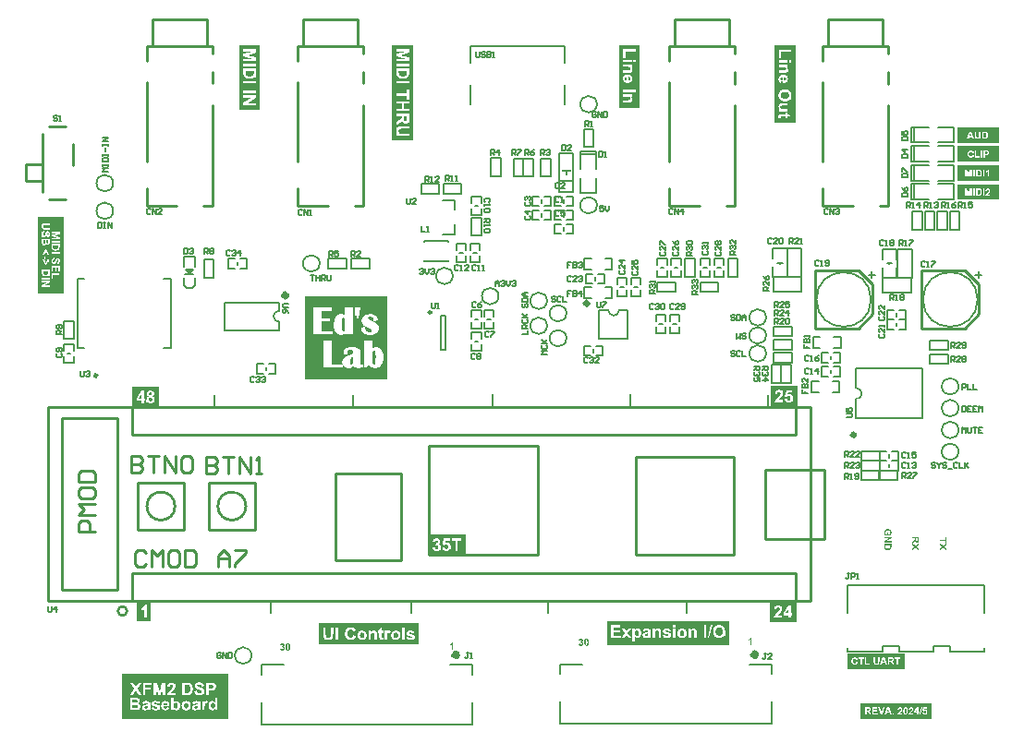
<source format=gto>
G04*
G04 #@! TF.GenerationSoftware,Altium Limited,Altium Designer,20.0.13 (296)*
G04*
G04 Layer_Color=65535*
%FSLAX25Y25*%
%MOIN*%
G70*
G01*
G75*
%ADD10C,0.01000*%
%ADD11C,0.00800*%
%ADD12C,0.00984*%
%ADD13C,0.01500*%
%ADD14C,0.00787*%
%ADD15C,0.01968*%
%ADD16C,0.01181*%
%ADD17C,0.00600*%
%ADD18C,0.00500*%
%ADD19R,0.01400X0.00700*%
G36*
X854050Y343734D02*
Y343134D01*
X852850D01*
Y341734D01*
X852150D01*
Y343134D01*
X850950D01*
Y343734D01*
X854050D01*
D02*
G37*
G36*
X878959Y366019D02*
X871400D01*
Y388900D01*
X878959D01*
Y366019D01*
D02*
G37*
G36*
X788027Y284167D02*
D01*
Y268221D01*
X758173D01*
Y284167D01*
Y298179D01*
X788027D01*
Y284167D01*
D02*
G37*
G36*
X797262Y354388D02*
X789700D01*
Y388900D01*
X797262D01*
Y354388D01*
D02*
G37*
G36*
X671266Y299125D02*
X661734D01*
Y326875D01*
X671266D01*
Y299125D01*
D02*
G37*
G36*
X730500Y154056D02*
X692100D01*
Y161695D01*
X730500D01*
Y154056D01*
D02*
G37*
G36*
D02*
Y145600D01*
X692100D01*
Y154056D01*
X730500D01*
D02*
G37*
G36*
X1008700Y333000D02*
X993500D01*
Y338570D01*
X1008700D01*
Y333000D01*
D02*
G37*
G36*
Y339840D02*
X993500D01*
Y345409D01*
X1008700D01*
Y339840D01*
D02*
G37*
G36*
Y353520D02*
X993500D01*
Y359124D01*
X1008700D01*
Y353520D01*
D02*
G37*
G36*
X741984Y365524D02*
X734500D01*
Y388900D01*
X741984D01*
Y365524D01*
D02*
G37*
G36*
X935136Y360959D02*
X927500D01*
Y388800D01*
X935136D01*
Y360959D01*
D02*
G37*
G36*
X811621Y170637D02*
X811131D01*
Y172485D01*
X811128Y172482D01*
X811118Y172474D01*
X811104Y172461D01*
X811083Y172445D01*
X811057Y172424D01*
X811026Y172400D01*
X810991Y172372D01*
X810950Y172345D01*
X810906Y172315D01*
X810857Y172284D01*
X810806Y172252D01*
X810750Y172223D01*
X810691Y172193D01*
X810628Y172163D01*
X810563Y172137D01*
X810497Y172113D01*
Y172559D01*
X810499D01*
X810506Y172563D01*
X810515Y172567D01*
X810530Y172572D01*
X810548Y172580D01*
X810569Y172587D01*
X810593Y172598D01*
X810621Y172611D01*
X810650Y172628D01*
X810682Y172644D01*
X810717Y172663D01*
X810752Y172685D01*
X810791Y172709D01*
X810830Y172735D01*
X810870Y172765D01*
X810913Y172796D01*
X810915Y172798D01*
X810922Y172803D01*
X810935Y172815D01*
X810950Y172827D01*
X810968Y172844D01*
X810989Y172864D01*
X811011Y172887D01*
X811037Y172913D01*
X811061Y172942D01*
X811087Y172974D01*
X811113Y173007D01*
X811139Y173044D01*
X811163Y173081D01*
X811185Y173122D01*
X811205Y173164D01*
X811222Y173207D01*
X811621D01*
Y170637D01*
D02*
G37*
G36*
X750059Y172849D02*
X750083Y172847D01*
X750114Y172844D01*
X750149Y172838D01*
X750188Y172833D01*
X750231Y172822D01*
X750277Y172810D01*
X750323Y172796D01*
X750372Y172775D01*
X750420Y172753D01*
X750468Y172727D01*
X750516Y172696D01*
X750560Y172661D01*
X750603Y172620D01*
X750605Y172618D01*
X750610Y172611D01*
X750619Y172601D01*
X750631Y172587D01*
X750645Y172568D01*
X750660Y172548D01*
X750677Y172524D01*
X750693Y172496D01*
X750710Y172466D01*
X750727Y172433D01*
X750741Y172398D01*
X750756Y172361D01*
X750767Y172322D01*
X750777Y172281D01*
X750782Y172239D01*
X750784Y172194D01*
Y172191D01*
Y172180D01*
X750782Y172163D01*
X750778Y172139D01*
X750773Y172109D01*
X750764Y172078D01*
X750753Y172041D01*
X750738Y172000D01*
X750717Y171959D01*
X750693Y171915D01*
X750664Y171871D01*
X750629Y171824D01*
X750586Y171780D01*
X750562Y171758D01*
X750536Y171737D01*
X750508Y171715D01*
X750479Y171695D01*
X750447Y171675D01*
X750414Y171656D01*
X750416D01*
X750423Y171654D01*
X750434Y171651D01*
X750451Y171647D01*
X750469Y171641D01*
X750490Y171632D01*
X750514Y171623D01*
X750540Y171612D01*
X750568Y171599D01*
X750597Y171584D01*
X750627Y171567D01*
X750655Y171547D01*
X750684Y171527D01*
X750712Y171501D01*
X750740Y171475D01*
X750766Y171445D01*
X750767Y171443D01*
X750771Y171438D01*
X750778Y171429D01*
X750786Y171416D01*
X750795Y171401D01*
X750806Y171380D01*
X750819Y171358D01*
X750832Y171334D01*
X750843Y171306D01*
X750856Y171277D01*
X750867Y171244D01*
X750877Y171208D01*
X750884Y171171D01*
X750891Y171133D01*
X750895Y171092D01*
X750897Y171049D01*
Y171046D01*
Y171034D01*
X750895Y171016D01*
X750893Y170992D01*
X750889Y170964D01*
X750884Y170929D01*
X750877Y170892D01*
X750865Y170851D01*
X750852Y170807D01*
X750836Y170761D01*
X750815Y170713D01*
X750793Y170665D01*
X750764Y170615D01*
X750730Y170566D01*
X750693Y170520D01*
X750649Y170474D01*
X750645Y170472D01*
X750638Y170465D01*
X750623Y170452D01*
X750605Y170437D01*
X750581Y170418D01*
X750553Y170400D01*
X750518Y170378D01*
X750481Y170355D01*
X750438Y170333D01*
X750392Y170313D01*
X750342Y170293D01*
X750286Y170274D01*
X750229Y170259D01*
X750168Y170248D01*
X750103Y170239D01*
X750037Y170237D01*
X750022D01*
X750003Y170239D01*
X749979Y170241D01*
X749950Y170243D01*
X749915Y170248D01*
X749878Y170254D01*
X749835Y170263D01*
X749791Y170272D01*
X749744Y170285D01*
X749696Y170302D01*
X749648Y170322D01*
X749600Y170344D01*
X749552Y170370D01*
X749506Y170402D01*
X749461Y170437D01*
X749459Y170439D01*
X749452Y170446D01*
X749439Y170457D01*
X749424Y170474D01*
X749408Y170492D01*
X749387Y170517D01*
X749365Y170546D01*
X749343Y170578D01*
X749319Y170613D01*
X749297Y170651D01*
X749274Y170696D01*
X749252Y170742D01*
X749234Y170790D01*
X749219Y170844D01*
X749206Y170899D01*
X749197Y170959D01*
X749672Y171018D01*
Y171016D01*
X749674Y171010D01*
Y171001D01*
X749678Y170988D01*
X749680Y170972D01*
X749685Y170955D01*
X749689Y170934D01*
X749696Y170914D01*
X749711Y170870D01*
X749733Y170824D01*
X749759Y170777D01*
X749776Y170757D01*
X749792Y170738D01*
X749794Y170737D01*
X749798Y170735D01*
X749803Y170729D01*
X749811Y170724D01*
X749820Y170716D01*
X749831Y170709D01*
X749861Y170692D01*
X749896Y170674D01*
X749937Y170659D01*
X749983Y170648D01*
X750007Y170646D01*
X750033Y170644D01*
X750048D01*
X750059Y170646D01*
X750072Y170648D01*
X750087Y170650D01*
X750122Y170659D01*
X750162Y170672D01*
X750183Y170681D01*
X750205Y170692D01*
X750227Y170705D01*
X750247Y170722D01*
X750268Y170738D01*
X750288Y170759D01*
X750290Y170761D01*
X750292Y170764D01*
X750297Y170770D01*
X750305Y170779D01*
X750312Y170792D01*
X750321Y170805D01*
X750331Y170822D01*
X750342Y170840D01*
X750351Y170862D01*
X750360Y170885D01*
X750370Y170911D01*
X750377Y170938D01*
X750384Y170968D01*
X750390Y170999D01*
X750392Y171034D01*
X750394Y171070D01*
Y171072D01*
Y171077D01*
Y171088D01*
X750392Y171101D01*
X750390Y171116D01*
X750388Y171134D01*
X750386Y171155D01*
X750381Y171175D01*
X750370Y171223D01*
X750351Y171271D01*
X750340Y171295D01*
X750327Y171319D01*
X750312Y171343D01*
X750294Y171364D01*
X750292Y171366D01*
X750290Y171369D01*
X750284Y171373D01*
X750275Y171380D01*
X750266Y171390D01*
X750255Y171399D01*
X750225Y171419D01*
X750190Y171438D01*
X750149Y171456D01*
X750127Y171464D01*
X750103Y171467D01*
X750077Y171471D01*
X750051Y171473D01*
X750035D01*
X750026Y171471D01*
X750014D01*
X749989Y171469D01*
X749955Y171464D01*
X749916Y171458D01*
X749874Y171449D01*
X749828Y171436D01*
X749881Y171835D01*
X749915D01*
X749931Y171837D01*
X749950Y171839D01*
X749972Y171841D01*
X749994Y171845D01*
X750044Y171854D01*
X750094Y171869D01*
X750120Y171880D01*
X750144Y171891D01*
X750166Y171904D01*
X750186Y171921D01*
X750188Y171923D01*
X750190Y171924D01*
X750196Y171930D01*
X750203Y171937D01*
X750211Y171947D01*
X750220Y171958D01*
X750229Y171971D01*
X750240Y171985D01*
X750259Y172020D01*
X750275Y172063D01*
X750283Y172085D01*
X750288Y172111D01*
X750290Y172137D01*
X750292Y172165D01*
Y172167D01*
Y172170D01*
Y172178D01*
X750290Y172187D01*
Y172198D01*
X750288Y172209D01*
X750283Y172239D01*
X750273Y172272D01*
X750259Y172305D01*
X750240Y172339D01*
X750214Y172370D01*
X750211Y172374D01*
X750199Y172383D01*
X750183Y172394D01*
X750159Y172409D01*
X750129Y172424D01*
X750094Y172435D01*
X750055Y172444D01*
X750009Y172448D01*
X749996D01*
X749989Y172446D01*
X749977D01*
X749965Y172444D01*
X749935Y172437D01*
X749902Y172426D01*
X749865Y172411D01*
X749828Y172389D01*
X749809Y172374D01*
X749792Y172359D01*
X749791Y172357D01*
X749789Y172355D01*
X749785Y172350D01*
X749778Y172342D01*
X749772Y172333D01*
X749763Y172322D01*
X749755Y172309D01*
X749746Y172294D01*
X749737Y172278D01*
X749728Y172259D01*
X749718Y172239D01*
X749709Y172215D01*
X749702Y172191D01*
X749694Y172165D01*
X749689Y172135D01*
X749685Y172106D01*
X749234Y172181D01*
Y172183D01*
X749236Y172193D01*
X749239Y172204D01*
X749243Y172220D01*
X749247Y172241D01*
X749254Y172263D01*
X749260Y172289D01*
X749269Y172315D01*
X749289Y172374D01*
X749313Y172437D01*
X749341Y172498D01*
X749358Y172526D01*
X749374Y172553D01*
X749376Y172555D01*
X749378Y172559D01*
X749384Y172566D01*
X749393Y172575D01*
X749402Y172588D01*
X749413Y172601D01*
X749428Y172616D01*
X749445Y172633D01*
X749461Y172650D01*
X749482Y172668D01*
X749504Y172687D01*
X749528Y172703D01*
X749554Y172722D01*
X749580Y172740D01*
X749641Y172772D01*
X749643Y172774D01*
X749648Y172775D01*
X749657Y172779D01*
X749670Y172784D01*
X749687Y172790D01*
X749706Y172798D01*
X749728Y172805D01*
X749752Y172812D01*
X749780Y172820D01*
X749809Y172825D01*
X749840Y172833D01*
X749874Y172838D01*
X749946Y172847D01*
X749985Y172851D01*
X750040D01*
X750059Y172849D01*
D02*
G37*
G36*
X752066D02*
X752092Y172847D01*
X752123Y172844D01*
X752160Y172836D01*
X752199Y172829D01*
X752244Y172818D01*
X752288Y172803D01*
X752336Y172786D01*
X752384Y172764D01*
X752432Y172738D01*
X752481Y172709D01*
X752527Y172674D01*
X752571Y172631D01*
X752612Y172585D01*
X752615Y172581D01*
X752617Y172577D01*
X752623Y172570D01*
X752629Y172561D01*
X752636Y172551D01*
X752643Y172538D01*
X752651Y172524D01*
X752660Y172509D01*
X752671Y172490D01*
X752680Y172470D01*
X752691Y172448D01*
X752703Y172422D01*
X752714Y172396D01*
X752727Y172368D01*
X752738Y172337D01*
X752749Y172303D01*
X752762Y172268D01*
X752773Y172231D01*
X752784Y172193D01*
X752795Y172150D01*
X752804Y172107D01*
X752815Y172061D01*
X752825Y172013D01*
X752832Y171961D01*
X752839Y171909D01*
X752847Y171854D01*
X752852Y171797D01*
X752858Y171737D01*
X752862Y171675D01*
X752863Y171610D01*
Y171543D01*
Y171541D01*
Y171536D01*
Y171525D01*
Y171512D01*
Y171495D01*
X752862Y171475D01*
Y171451D01*
X752860Y171425D01*
X752858Y171395D01*
X752856Y171366D01*
X752854Y171332D01*
X752850Y171297D01*
X752843Y171221D01*
X752832Y171140D01*
X752819Y171055D01*
X752802Y170968D01*
X752782Y170881D01*
X752758Y170796D01*
X752728Y170713D01*
X752695Y170635D01*
X752677Y170598D01*
X752656Y170563D01*
X752634Y170529D01*
X752612Y170498D01*
X752610Y170494D01*
X752603Y170487D01*
X752590Y170474D01*
X752573Y170457D01*
X752553Y170437D01*
X752527Y170415D01*
X752495Y170393D01*
X752460Y170369D01*
X752421Y170343D01*
X752379Y170320D01*
X752331Y170298D01*
X752279Y170278D01*
X752223Y170261D01*
X752162Y170248D01*
X752099Y170241D01*
X752031Y170237D01*
X752014D01*
X751996Y170239D01*
X751970Y170241D01*
X751937Y170246D01*
X751901Y170252D01*
X751859Y170261D01*
X751816Y170272D01*
X751768Y170289D01*
X751720Y170307D01*
X751670Y170330D01*
X751618Y170357D01*
X751568Y170391D01*
X751520Y170430D01*
X751472Y170474D01*
X751428Y170524D01*
X751426Y170528D01*
X751419Y170537D01*
X751413Y170546D01*
X751407Y170555D01*
X751400Y170566D01*
X751393Y170579D01*
X751383Y170596D01*
X751376Y170613D01*
X751365Y170633D01*
X751356Y170653D01*
X751346Y170677D01*
X751335Y170701D01*
X751324Y170729D01*
X751315Y170759D01*
X751304Y170790D01*
X751293Y170825D01*
X751282Y170861D01*
X751272Y170899D01*
X751263Y170940D01*
X751254Y170983D01*
X751245Y171029D01*
X751235Y171077D01*
X751228Y171127D01*
X751221Y171179D01*
X751215Y171234D01*
X751209Y171292D01*
X751206Y171351D01*
X751202Y171414D01*
X751200Y171478D01*
Y171547D01*
Y171549D01*
Y171554D01*
Y171565D01*
Y171578D01*
X751202Y171595D01*
Y171615D01*
Y171639D01*
X751204Y171665D01*
X751206Y171693D01*
X751208Y171724D01*
X751211Y171758D01*
X751213Y171793D01*
X751221Y171867D01*
X751232Y171948D01*
X751245Y172033D01*
X751261Y172119D01*
X751282Y172205D01*
X751306Y172292D01*
X751334Y172374D01*
X751367Y172451D01*
X751387Y172489D01*
X751406Y172524D01*
X751428Y172557D01*
X751450Y172588D01*
X751452Y172592D01*
X751459Y172599D01*
X751472Y172613D01*
X751489Y172629D01*
X751509Y172650D01*
X751535Y172672D01*
X751567Y172696D01*
X751602Y172720D01*
X751641Y172744D01*
X751683Y172768D01*
X751731Y172790D01*
X751783Y172810D01*
X751838Y172827D01*
X751900Y172840D01*
X751963Y172847D01*
X752031Y172851D01*
X752048D01*
X752066Y172849D01*
D02*
G37*
G36*
X857762Y174512D02*
X857786Y174510D01*
X857818Y174507D01*
X857853Y174501D01*
X857892Y174496D01*
X857934Y174484D01*
X857980Y174473D01*
X858027Y174459D01*
X858075Y174438D01*
X858123Y174416D01*
X858171Y174390D01*
X858219Y174359D01*
X858263Y174323D01*
X858306Y174283D01*
X858308Y174281D01*
X858313Y174274D01*
X858323Y174264D01*
X858334Y174249D01*
X858349Y174231D01*
X858363Y174211D01*
X858380Y174187D01*
X858397Y174159D01*
X858413Y174129D01*
X858430Y174096D01*
X858445Y174061D01*
X858459Y174024D01*
X858471Y173985D01*
X858480Y173944D01*
X858485Y173902D01*
X858487Y173857D01*
Y173854D01*
Y173843D01*
X858485Y173826D01*
X858482Y173802D01*
X858476Y173772D01*
X858467Y173741D01*
X858456Y173704D01*
X858441Y173663D01*
X858421Y173622D01*
X858397Y173578D01*
X858367Y173533D01*
X858332Y173487D01*
X858289Y173443D01*
X858265Y173421D01*
X858239Y173400D01*
X858212Y173378D01*
X858182Y173358D01*
X858151Y173337D01*
X858117Y173319D01*
X858119D01*
X858127Y173317D01*
X858138Y173313D01*
X858154Y173310D01*
X858173Y173304D01*
X858193Y173295D01*
X858217Y173286D01*
X858243Y173275D01*
X858271Y173262D01*
X858300Y173247D01*
X858330Y173230D01*
X858358Y173210D01*
X858387Y173189D01*
X858415Y173164D01*
X858443Y173138D01*
X858469Y173108D01*
X858471Y173106D01*
X858474Y173101D01*
X858482Y173091D01*
X858489Y173078D01*
X858498Y173064D01*
X858510Y173043D01*
X858523Y173021D01*
X858535Y172997D01*
X858547Y172969D01*
X858559Y172940D01*
X858571Y172906D01*
X858580Y172871D01*
X858587Y172834D01*
X858595Y172795D01*
X858598Y172755D01*
X858600Y172712D01*
Y172708D01*
Y172697D01*
X858598Y172679D01*
X858597Y172655D01*
X858593Y172627D01*
X858587Y172592D01*
X858580Y172555D01*
X858569Y172514D01*
X858556Y172470D01*
X858539Y172424D01*
X858519Y172376D01*
X858497Y172327D01*
X858467Y172277D01*
X858434Y172229D01*
X858397Y172183D01*
X858352Y172137D01*
X858349Y172135D01*
X858341Y172127D01*
X858326Y172115D01*
X858308Y172100D01*
X858284Y172081D01*
X858256Y172063D01*
X858221Y172041D01*
X858184Y172018D01*
X858141Y171996D01*
X858095Y171976D01*
X858045Y171956D01*
X857990Y171937D01*
X857932Y171922D01*
X857871Y171911D01*
X857806Y171902D01*
X857740Y171900D01*
X857725D01*
X857707Y171902D01*
X857683Y171904D01*
X857653Y171906D01*
X857618Y171911D01*
X857581Y171917D01*
X857538Y171926D01*
X857494Y171935D01*
X857448Y171948D01*
X857399Y171965D01*
X857351Y171985D01*
X857303Y172007D01*
X857255Y172033D01*
X857209Y172065D01*
X857165Y172100D01*
X857163Y172102D01*
X857155Y172109D01*
X857142Y172120D01*
X857127Y172137D01*
X857111Y172155D01*
X857091Y172179D01*
X857068Y172209D01*
X857046Y172240D01*
X857022Y172275D01*
X857000Y172314D01*
X856978Y172359D01*
X856956Y172405D01*
X856937Y172453D01*
X856922Y172507D01*
X856909Y172562D01*
X856900Y172622D01*
X857375Y172681D01*
Y172679D01*
X857377Y172673D01*
Y172664D01*
X857381Y172651D01*
X857383Y172634D01*
X857388Y172618D01*
X857392Y172598D01*
X857399Y172577D01*
X857414Y172533D01*
X857436Y172486D01*
X857462Y172440D01*
X857479Y172420D01*
X857496Y172401D01*
X857498Y172399D01*
X857501Y172398D01*
X857507Y172392D01*
X857514Y172387D01*
X857524Y172379D01*
X857535Y172372D01*
X857564Y172355D01*
X857599Y172337D01*
X857640Y172322D01*
X857686Y172311D01*
X857710Y172309D01*
X857736Y172307D01*
X857751D01*
X857762Y172309D01*
X857775Y172311D01*
X857790Y172313D01*
X857825Y172322D01*
X857866Y172335D01*
X857886Y172344D01*
X857908Y172355D01*
X857930Y172368D01*
X857951Y172385D01*
X857971Y172401D01*
X857992Y172422D01*
X857993Y172424D01*
X857995Y172427D01*
X858001Y172433D01*
X858008Y172442D01*
X858016Y172455D01*
X858025Y172468D01*
X858034Y172485D01*
X858045Y172503D01*
X858054Y172525D01*
X858064Y172547D01*
X858073Y172573D01*
X858080Y172601D01*
X858088Y172631D01*
X858093Y172662D01*
X858095Y172697D01*
X858097Y172732D01*
Y172734D01*
Y172740D01*
Y172751D01*
X858095Y172764D01*
X858093Y172779D01*
X858091Y172797D01*
X858090Y172818D01*
X858084Y172838D01*
X858073Y172886D01*
X858054Y172934D01*
X858043Y172958D01*
X858030Y172982D01*
X858016Y173006D01*
X857997Y173027D01*
X857995Y173029D01*
X857993Y173032D01*
X857988Y173036D01*
X857979Y173043D01*
X857969Y173053D01*
X857958Y173062D01*
X857929Y173082D01*
X857893Y173101D01*
X857853Y173119D01*
X857831Y173126D01*
X857806Y173130D01*
X857781Y173134D01*
X857755Y173136D01*
X857738D01*
X857729Y173134D01*
X857718D01*
X857692Y173132D01*
X857658Y173126D01*
X857620Y173121D01*
X857577Y173112D01*
X857531Y173099D01*
X857584Y173498D01*
X857618D01*
X857634Y173500D01*
X857653Y173502D01*
X857675Y173504D01*
X857697Y173508D01*
X857747Y173517D01*
X857797Y173532D01*
X857823Y173543D01*
X857847Y173554D01*
X857869Y173567D01*
X857890Y173583D01*
X857892Y173585D01*
X857893Y173587D01*
X857899Y173593D01*
X857906Y173600D01*
X857914Y173609D01*
X857923Y173620D01*
X857932Y173633D01*
X857943Y173648D01*
X857962Y173683D01*
X857979Y173726D01*
X857986Y173748D01*
X857992Y173774D01*
X857993Y173800D01*
X857995Y173828D01*
Y173829D01*
Y173833D01*
Y173841D01*
X857993Y173850D01*
Y173861D01*
X857992Y173872D01*
X857986Y173902D01*
X857977Y173935D01*
X857962Y173968D01*
X857943Y174002D01*
X857917Y174033D01*
X857914Y174037D01*
X857903Y174046D01*
X857886Y174057D01*
X857862Y174072D01*
X857832Y174087D01*
X857797Y174098D01*
X857758Y174107D01*
X857712Y174111D01*
X857699D01*
X857692Y174109D01*
X857681D01*
X857668Y174107D01*
X857638Y174100D01*
X857605Y174089D01*
X857568Y174074D01*
X857531Y174051D01*
X857512Y174037D01*
X857496Y174022D01*
X857494Y174020D01*
X857492Y174018D01*
X857488Y174013D01*
X857481Y174005D01*
X857475Y173996D01*
X857466Y173985D01*
X857459Y173972D01*
X857450Y173957D01*
X857440Y173941D01*
X857431Y173922D01*
X857422Y173902D01*
X857412Y173878D01*
X857405Y173854D01*
X857398Y173828D01*
X857392Y173798D01*
X857388Y173768D01*
X856937Y173844D01*
Y173846D01*
X856939Y173855D01*
X856942Y173867D01*
X856946Y173883D01*
X856950Y173904D01*
X856957Y173926D01*
X856963Y173952D01*
X856972Y173977D01*
X856993Y174037D01*
X857016Y174100D01*
X857044Y174161D01*
X857061Y174188D01*
X857078Y174216D01*
X857079Y174218D01*
X857081Y174222D01*
X857087Y174229D01*
X857096Y174238D01*
X857105Y174251D01*
X857117Y174264D01*
X857131Y174279D01*
X857148Y174296D01*
X857165Y174312D01*
X857185Y174331D01*
X857207Y174349D01*
X857231Y174366D01*
X857257Y174384D01*
X857283Y174403D01*
X857344Y174434D01*
X857346Y174436D01*
X857351Y174438D01*
X857361Y174442D01*
X857374Y174448D01*
X857390Y174453D01*
X857409Y174460D01*
X857431Y174468D01*
X857455Y174475D01*
X857483Y174483D01*
X857512Y174488D01*
X857544Y174496D01*
X857577Y174501D01*
X857649Y174510D01*
X857688Y174514D01*
X857744D01*
X857762Y174512D01*
D02*
G37*
G36*
X859769D02*
X859795Y174510D01*
X859827Y174507D01*
X859864Y174499D01*
X859902Y174492D01*
X859947Y174481D01*
X859991Y174466D01*
X860040Y174449D01*
X860088Y174427D01*
X860136Y174401D01*
X860184Y174372D01*
X860230Y174336D01*
X860274Y174294D01*
X860315Y174248D01*
X860319Y174244D01*
X860321Y174240D01*
X860326Y174233D01*
X860332Y174224D01*
X860339Y174214D01*
X860347Y174201D01*
X860354Y174187D01*
X860363Y174172D01*
X860374Y174153D01*
X860384Y174133D01*
X860395Y174111D01*
X860406Y174085D01*
X860417Y174059D01*
X860430Y174031D01*
X860441Y174000D01*
X860452Y173967D01*
X860465Y173931D01*
X860476Y173894D01*
X860487Y173855D01*
X860498Y173813D01*
X860507Y173770D01*
X860519Y173724D01*
X860528Y173676D01*
X860535Y173624D01*
X860543Y173572D01*
X860550Y173517D01*
X860556Y173459D01*
X860561Y173400D01*
X860565Y173337D01*
X860567Y173273D01*
Y173206D01*
Y173204D01*
Y173199D01*
Y173188D01*
Y173175D01*
Y173158D01*
X860565Y173138D01*
Y173114D01*
X860563Y173088D01*
X860561Y173058D01*
X860559Y173029D01*
X860557Y172995D01*
X860554Y172960D01*
X860546Y172884D01*
X860535Y172803D01*
X860522Y172718D01*
X860506Y172631D01*
X860485Y172544D01*
X860461Y172459D01*
X860432Y172376D01*
X860398Y172298D01*
X860380Y172261D01*
X860359Y172226D01*
X860337Y172192D01*
X860315Y172161D01*
X860313Y172157D01*
X860306Y172150D01*
X860293Y172137D01*
X860276Y172120D01*
X860256Y172100D01*
X860230Y172078D01*
X860199Y172055D01*
X860163Y172031D01*
X860125Y172005D01*
X860082Y171983D01*
X860034Y171961D01*
X859982Y171941D01*
X859927Y171924D01*
X859866Y171911D01*
X859803Y171904D01*
X859734Y171900D01*
X859717D01*
X859699Y171902D01*
X859673Y171904D01*
X859640Y171909D01*
X859605Y171915D01*
X859562Y171924D01*
X859520Y171935D01*
X859472Y171952D01*
X859423Y171970D01*
X859373Y171993D01*
X859322Y172020D01*
X859272Y172054D01*
X859224Y172092D01*
X859175Y172137D01*
X859131Y172187D01*
X859129Y172190D01*
X859122Y172200D01*
X859116Y172209D01*
X859111Y172218D01*
X859103Y172229D01*
X859096Y172242D01*
X859087Y172259D01*
X859079Y172275D01*
X859068Y172296D01*
X859059Y172316D01*
X859050Y172340D01*
X859039Y172364D01*
X859027Y172392D01*
X859018Y172422D01*
X859007Y172453D01*
X858996Y172488D01*
X858985Y172523D01*
X858976Y172562D01*
X858967Y172603D01*
X858957Y172646D01*
X858948Y172692D01*
X858939Y172740D01*
X858931Y172790D01*
X858924Y172842D01*
X858918Y172897D01*
X858913Y172954D01*
X858909Y173014D01*
X858905Y173077D01*
X858904Y173141D01*
Y173210D01*
Y173212D01*
Y173217D01*
Y173228D01*
Y173241D01*
X858905Y173258D01*
Y173278D01*
Y173302D01*
X858907Y173328D01*
X858909Y173356D01*
X858911Y173387D01*
X858915Y173421D01*
X858916Y173456D01*
X858924Y173530D01*
X858935Y173611D01*
X858948Y173696D01*
X858965Y173781D01*
X858985Y173868D01*
X859009Y173955D01*
X859037Y174037D01*
X859070Y174115D01*
X859090Y174151D01*
X859109Y174187D01*
X859131Y174220D01*
X859153Y174251D01*
X859155Y174255D01*
X859163Y174262D01*
X859175Y174275D01*
X859192Y174292D01*
X859212Y174312D01*
X859238Y174335D01*
X859270Y174359D01*
X859305Y174383D01*
X859344Y174407D01*
X859386Y174431D01*
X859435Y174453D01*
X859486Y174473D01*
X859542Y174490D01*
X859603Y174503D01*
X859666Y174510D01*
X859734Y174514D01*
X859751D01*
X859769Y174512D01*
D02*
G37*
G36*
X919325Y172300D02*
X918834D01*
Y174148D01*
X918831Y174144D01*
X918822Y174137D01*
X918807Y174124D01*
X918786Y174107D01*
X918760Y174087D01*
X918729Y174063D01*
X918694Y174035D01*
X918653Y174007D01*
X918609Y173978D01*
X918561Y173946D01*
X918509Y173915D01*
X918453Y173885D01*
X918394Y173856D01*
X918331Y173826D01*
X918267Y173800D01*
X918200Y173776D01*
Y174222D01*
X918202D01*
X918209Y174226D01*
X918219Y174230D01*
X918233Y174235D01*
X918252Y174242D01*
X918272Y174250D01*
X918296Y174261D01*
X918324Y174274D01*
X918353Y174291D01*
X918385Y174307D01*
X918420Y174326D01*
X918455Y174348D01*
X918494Y174372D01*
X918533Y174398D01*
X918574Y174427D01*
X918616Y174459D01*
X918618Y174461D01*
X918626Y174466D01*
X918639Y174477D01*
X918653Y174490D01*
X918672Y174507D01*
X918692Y174527D01*
X918714Y174550D01*
X918740Y174575D01*
X918764Y174605D01*
X918790Y174637D01*
X918816Y174670D01*
X918842Y174707D01*
X918866Y174744D01*
X918888Y174785D01*
X918909Y174827D01*
X918925Y174870D01*
X919325D01*
Y172300D01*
D02*
G37*
G36*
X984187Y145600D02*
X958700D01*
Y151247D01*
X984187D01*
Y145600D01*
D02*
G37*
G36*
X799296Y172500D02*
X763300D01*
Y180136D01*
X799296D01*
Y172500D01*
D02*
G37*
G36*
X935719Y258300D02*
X926100D01*
Y265878D01*
X935719D01*
Y258300D01*
D02*
G37*
G36*
X935468Y180500D02*
X925800D01*
Y188000D01*
X935468D01*
Y180500D01*
D02*
G37*
G36*
X705481Y265581D02*
Y258000D01*
X695913D01*
Y265581D01*
X705481D01*
D02*
G37*
G36*
X702670Y180700D02*
X697700D01*
Y188200D01*
X702670D01*
Y180700D01*
D02*
G37*
G36*
X816138Y204654D02*
X802705D01*
Y212232D01*
X816138D01*
Y204654D01*
D02*
G37*
G36*
X968471Y214098D02*
X968499D01*
X968534Y214094D01*
X968575Y214091D01*
X968621Y214085D01*
X968671Y214080D01*
X968724Y214070D01*
X968782Y214059D01*
X968841Y214046D01*
X968900Y214030D01*
X968961Y214011D01*
X969022Y213989D01*
X969083Y213963D01*
X969142Y213933D01*
X969146Y213932D01*
X969155Y213926D01*
X969172Y213915D01*
X969194Y213902D01*
X969220Y213885D01*
X969250Y213863D01*
X969283Y213837D01*
X969318Y213809D01*
X969357Y213776D01*
X969396Y213739D01*
X969435Y213700D01*
X969475Y213656D01*
X969514Y213608D01*
X969551Y213556D01*
X969586Y213502D01*
X969620Y213443D01*
X969622Y213440D01*
X969625Y213432D01*
X969631Y213417D01*
X969640Y213399D01*
X969649Y213375D01*
X969660Y213345D01*
X969672Y213312D01*
X969684Y213275D01*
X969696Y213232D01*
X969707Y213184D01*
X969718Y213134D01*
X969727Y213081D01*
X969736Y213023D01*
X969742Y212960D01*
X969746Y212896D01*
X969747Y212829D01*
Y212798D01*
X969746Y212783D01*
Y212768D01*
X969744Y212751D01*
X969742Y212711D01*
X969736Y212664D01*
X969731Y212613D01*
X969722Y212557D01*
X969712Y212500D01*
X969697Y212439D01*
X969683Y212376D01*
X969662Y212315D01*
X969640Y212254D01*
X969612Y212194D01*
X969581Y212137D01*
X969546Y212085D01*
X969544Y212082D01*
X969536Y212074D01*
X969525Y212059D01*
X969509Y212043D01*
X969488Y212021D01*
X969464Y211997D01*
X969435Y211969D01*
X969401Y211941D01*
X969364Y211912D01*
X969324Y211884D01*
X969277Y211854D01*
X969229Y211826D01*
X969176Y211801D01*
X969118Y211776D01*
X969059Y211756D01*
X968994Y211739D01*
X968898Y212252D01*
X968900D01*
X968906Y212254D01*
X968917Y212257D01*
X968930Y212263D01*
X968944Y212268D01*
X968963Y212278D01*
X968983Y212287D01*
X969005Y212298D01*
X969028Y212311D01*
X969052Y212326D01*
X969078Y212343D01*
X969102Y212361D01*
X969126Y212383D01*
X969150Y212405D01*
X969174Y212429D01*
X969194Y212457D01*
X969196Y212459D01*
X969200Y212465D01*
X969205Y212472D01*
X969211Y212483D01*
X969220Y212498D01*
X969229Y212516D01*
X969239Y212537D01*
X969250Y212559D01*
X969261Y212585D01*
X969270Y212613D01*
X969279Y212644D01*
X969289Y212677D01*
X969294Y212711D01*
X969300Y212750D01*
X969303Y212788D01*
X969305Y212829D01*
Y212844D01*
X969303Y212862D01*
X969302Y212884D01*
X969298Y212914D01*
X969294Y212947D01*
X969287Y212983D01*
X969277Y213023D01*
X969266Y213066D01*
X969252Y213108D01*
X969235Y213155D01*
X969215Y213199D01*
X969189Y213243D01*
X969161Y213286D01*
X969128Y213329D01*
X969089Y213367D01*
X969087Y213369D01*
X969079Y213377D01*
X969067Y213386D01*
X969048Y213399D01*
X969026Y213414D01*
X968998Y213430D01*
X968967Y213449D01*
X968930Y213467D01*
X968887Y213486D01*
X968839Y213504D01*
X968787Y213521D01*
X968730Y213536D01*
X968667Y213549D01*
X968600Y213558D01*
X968528Y213565D01*
X968452Y213567D01*
X968451D01*
X968447D01*
X968441D01*
X968432D01*
X968421D01*
X968410Y213565D01*
X968395D01*
X968378Y213563D01*
X968340Y213562D01*
X968297Y213556D01*
X968249Y213551D01*
X968197Y213541D01*
X968141Y213532D01*
X968086Y213517D01*
X968029Y213502D01*
X967973Y213482D01*
X967918Y213460D01*
X967864Y213432D01*
X967814Y213401D01*
X967770Y213366D01*
X967768Y213364D01*
X967760Y213356D01*
X967749Y213345D01*
X967735Y213329D01*
X967718Y213308D01*
X967698Y213284D01*
X967677Y213255D01*
X967657Y213223D01*
X967635Y213186D01*
X967614Y213147D01*
X967596Y213103D01*
X967577Y213055D01*
X967562Y213005D01*
X967551Y212951D01*
X967544Y212894D01*
X967542Y212835D01*
Y212818D01*
X967544Y212807D01*
Y212792D01*
X967546Y212773D01*
X967548Y212755D01*
X967550Y212733D01*
X967553Y212709D01*
X967557Y212683D01*
X967568Y212629D01*
X967585Y212570D01*
X967605Y212509D01*
Y212507D01*
X967609Y212502D01*
X967611Y212492D01*
X967616Y212481D01*
X967622Y212468D01*
X967629Y212452D01*
X967638Y212433D01*
X967648Y212413D01*
X967670Y212368D01*
X967696Y212322D01*
X967725Y212274D01*
X967759Y212228D01*
X968084D01*
Y212820D01*
X968517D01*
Y211706D01*
X967496D01*
X967494Y211708D01*
X967488Y211714D01*
X967481Y211723D01*
X967470Y211736D01*
X967455Y211752D01*
X967440Y211774D01*
X967422Y211799D01*
X967402Y211826D01*
X967381Y211858D01*
X967359Y211893D01*
X967337Y211932D01*
X967313Y211974D01*
X967289Y212019D01*
X967265Y212069D01*
X967241Y212122D01*
X967218Y212178D01*
X967216Y212182D01*
X967213Y212191D01*
X967207Y212208D01*
X967200Y212231D01*
X967191Y212259D01*
X967181Y212293D01*
X967170Y212330D01*
X967159Y212370D01*
X967148Y212417D01*
X967137Y212465D01*
X967128Y212516D01*
X967118Y212570D01*
X967111Y212626D01*
X967106Y212683D01*
X967102Y212742D01*
X967100Y212801D01*
Y212829D01*
X967102Y212840D01*
Y212868D01*
X967106Y212903D01*
X967109Y212944D01*
X967115Y212990D01*
X967120Y213040D01*
X967130Y213094D01*
X967141Y213149D01*
X967155Y213206D01*
X967170Y213266D01*
X967191Y213327D01*
X967213Y213386D01*
X967239Y213445D01*
X967268Y213502D01*
X967270Y213506D01*
X967276Y213515D01*
X967287Y213530D01*
X967300Y213551D01*
X967317Y213577D01*
X967339Y213604D01*
X967363Y213636D01*
X967392Y213671D01*
X967424Y213706D01*
X967459Y213743D01*
X967500Y213780D01*
X967542Y213817D01*
X967588Y213854D01*
X967638Y213887D01*
X967692Y213921D01*
X967749Y213950D01*
X967753Y213952D01*
X967764Y213956D01*
X967781Y213963D01*
X967805Y213974D01*
X967834Y213985D01*
X967868Y213998D01*
X967908Y214011D01*
X967953Y214024D01*
X968001Y214039D01*
X968055Y214052D01*
X968110Y214065D01*
X968169Y214076D01*
X968232Y214085D01*
X968297Y214093D01*
X968364Y214098D01*
X968432Y214100D01*
X968434D01*
X968436D01*
X968443D01*
X968451D01*
X968460D01*
X968471Y214098D01*
D02*
G37*
G36*
X969705Y210724D02*
X967990Y209673D01*
X969705D01*
Y209194D01*
X967144D01*
Y209712D01*
X968820Y210746D01*
X967144D01*
Y211225D01*
X969705D01*
Y210724D01*
D02*
G37*
G36*
Y207653D02*
X969703Y207625D01*
Y207594D01*
X969701Y207560D01*
X969699Y207523D01*
X969696Y207484D01*
X969692Y207446D01*
X969684Y207364D01*
X969679Y207325D01*
X969672Y207287D01*
X969664Y207251D01*
X969655Y207218D01*
Y207216D01*
X969651Y207209D01*
X969648Y207196D01*
X969642Y207181D01*
X969635Y207161D01*
X969625Y207138D01*
X969614Y207113D01*
X969601Y207085D01*
X969584Y207055D01*
X969568Y207024D01*
X969548Y206992D01*
X969527Y206959D01*
X969503Y206928D01*
X969477Y206894D01*
X969450Y206863D01*
X969418Y206831D01*
X969416Y206830D01*
X969411Y206824D01*
X969401Y206817D01*
X969388Y206805D01*
X969372Y206791D01*
X969351Y206776D01*
X969329Y206759D01*
X969303Y206741D01*
X969274Y206720D01*
X969242Y206702D01*
X969209Y206681D01*
X969172Y206661D01*
X969133Y206641D01*
X969092Y206622D01*
X969048Y206604D01*
X969004Y206587D01*
X969002Y206585D01*
X968993Y206583D01*
X968980Y206580D01*
X968959Y206574D01*
X968935Y206567D01*
X968908Y206559D01*
X968874Y206552D01*
X968837Y206545D01*
X968795Y206537D01*
X968748Y206530D01*
X968698Y206522D01*
X968645Y206515D01*
X968589Y206509D01*
X968528Y206506D01*
X968465Y206502D01*
X968399D01*
X968395D01*
X968384D01*
X968367D01*
X968345Y206504D01*
X968319D01*
X968286Y206506D01*
X968251Y206509D01*
X968212Y206511D01*
X968171Y206517D01*
X968127Y206521D01*
X968036Y206535D01*
X967944Y206556D01*
X967899Y206567D01*
X967855Y206582D01*
X967851Y206583D01*
X967842Y206585D01*
X967827Y206591D01*
X967809Y206600D01*
X967785Y206609D01*
X967757Y206620D01*
X967727Y206635D01*
X967694Y206652D01*
X967659Y206670D01*
X967622Y206691D01*
X967585Y206713D01*
X967546Y206737D01*
X967509Y206765D01*
X967472Y206792D01*
X967435Y206822D01*
X967402Y206855D01*
X967400Y206857D01*
X967396Y206861D01*
X967389Y206870D01*
X967379Y206879D01*
X967368Y206894D01*
X967357Y206911D01*
X967342Y206929D01*
X967327Y206952D01*
X967311Y206976D01*
X967294Y207003D01*
X967278Y207033D01*
X967261Y207064D01*
X967244Y207100D01*
X967228Y207137D01*
X967213Y207175D01*
X967198Y207218D01*
Y207220D01*
X967196Y207225D01*
X967192Y207237D01*
X967191Y207249D01*
X967185Y207266D01*
X967181Y207288D01*
X967176Y207312D01*
X967172Y207340D01*
X967167Y207371D01*
X967161Y207405D01*
X967157Y207444D01*
X967154Y207484D01*
X967150Y207529D01*
X967146Y207575D01*
X967144Y207625D01*
Y208648D01*
X969705D01*
Y207653D01*
D02*
G37*
G36*
X979660Y210075D02*
X979659Y210047D01*
Y210012D01*
X979657Y209974D01*
X979655Y209931D01*
X979651Y209885D01*
X979648Y209837D01*
X979644Y209788D01*
X979631Y209688D01*
X979623Y209642D01*
X979614Y209598D01*
X979603Y209555D01*
X979590Y209518D01*
Y209517D01*
X979586Y209511D01*
X979583Y209500D01*
X979577Y209487D01*
X979570Y209472D01*
X979559Y209454D01*
X979548Y209433D01*
X979535Y209411D01*
X979518Y209387D01*
X979500Y209363D01*
X979479Y209339D01*
X979457Y209313D01*
X979433Y209289D01*
X979405Y209265D01*
X979375Y209243D01*
X979344Y209221D01*
X979342Y209219D01*
X979337Y209215D01*
X979325Y209209D01*
X979313Y209202D01*
X979296Y209195D01*
X979277Y209185D01*
X979253Y209174D01*
X979228Y209163D01*
X979200Y209154D01*
X979168Y209143D01*
X979135Y209134D01*
X979100Y209124D01*
X979063Y209119D01*
X979024Y209113D01*
X978985Y209109D01*
X978943Y209108D01*
X978939D01*
X978930D01*
X978915Y209109D01*
X978895D01*
X978870Y209113D01*
X978841Y209117D01*
X978809Y209122D01*
X978774Y209128D01*
X978737Y209137D01*
X978698Y209148D01*
X978660Y209163D01*
X978619Y209180D01*
X978580Y209198D01*
X978539Y209222D01*
X978502Y209248D01*
X978465Y209278D01*
X978463Y209280D01*
X978458Y209285D01*
X978449Y209296D01*
X978436Y209309D01*
X978421Y209328D01*
X978404Y209348D01*
X978386Y209374D01*
X978365Y209404D01*
X978345Y209439D01*
X978327Y209476D01*
X978306Y209517D01*
X978288Y209563D01*
X978269Y209613D01*
X978254Y209666D01*
X978242Y209724D01*
X978230Y209785D01*
X978228Y209783D01*
X978227Y209777D01*
X978221Y209768D01*
X978214Y209757D01*
X978204Y209742D01*
X978193Y209726D01*
X978180Y209707D01*
X978167Y209687D01*
X978134Y209642D01*
X978097Y209596D01*
X978057Y209550D01*
X978014Y209507D01*
X978012Y209505D01*
X978008Y209502D01*
X978001Y209496D01*
X977992Y209487D01*
X977979Y209476D01*
X977962Y209463D01*
X977942Y209448D01*
X977918Y209430D01*
X977892Y209409D01*
X977862Y209387D01*
X977827Y209363D01*
X977790Y209337D01*
X977748Y209309D01*
X977703Y209280D01*
X977653Y209246D01*
X977600Y209213D01*
X977100Y208900D01*
Y209520D01*
X977657Y209892D01*
X977660Y209894D01*
X977670Y209901D01*
X977685Y209911D01*
X977705Y209924D01*
X977729Y209940D01*
X977755Y209959D01*
X977785Y209979D01*
X977816Y210001D01*
X977879Y210047D01*
X977910Y210070D01*
X977942Y210092D01*
X977969Y210112D01*
X977993Y210133D01*
X978016Y210151D01*
X978032Y210166D01*
X978036Y210170D01*
X978045Y210179D01*
X978058Y210194D01*
X978075Y210212D01*
X978093Y210236D01*
X978110Y210262D01*
X978127Y210290D01*
X978140Y210321D01*
X978141Y210325D01*
X978143Y210331D01*
X978145Y210336D01*
X978147Y210345D01*
X978149Y210356D01*
X978153Y210369D01*
X978154Y210384D01*
X978158Y210401D01*
X978160Y210419D01*
X978162Y210441D01*
X978166Y210466D01*
X978167Y210490D01*
Y210517D01*
X978169Y210549D01*
Y210684D01*
X977100D01*
Y211200D01*
X979660D01*
Y210075D01*
D02*
G37*
G36*
X978432Y207994D02*
X979660Y208799D01*
Y208194D01*
X978893Y207687D01*
X979660Y207178D01*
Y206579D01*
X978434Y207383D01*
X977100Y206501D01*
Y207123D01*
X977966Y207691D01*
X977100Y208260D01*
Y208880D01*
X978432Y207994D01*
D02*
G37*
G36*
X989660Y208965D02*
X989227D01*
Y209723D01*
X987100D01*
Y210240D01*
X989227D01*
Y211000D01*
X989660D01*
Y208965D01*
D02*
G37*
G36*
X988432Y208009D02*
X989660Y208813D01*
Y208208D01*
X988893Y207701D01*
X989660Y207193D01*
Y206593D01*
X988434Y207398D01*
X987100Y206516D01*
Y207137D01*
X987966Y207705D01*
X987100Y208275D01*
Y208895D01*
X988432Y208009D01*
D02*
G37*
G36*
X974438Y163600D02*
X953800D01*
Y169247D01*
X974438D01*
Y163600D01*
D02*
G37*
G36*
X911257Y172100D02*
X867200D01*
Y180893D01*
X911257D01*
Y172100D01*
D02*
G37*
G36*
X1008619Y346680D02*
X993500D01*
Y352327D01*
X1008619D01*
Y346680D01*
D02*
G37*
%LPC*%
G36*
X877420Y387400D02*
X872974D01*
Y384244D01*
X877420D01*
D01*
X873733D01*
Y386496D01*
X877420D01*
Y387400D01*
D02*
G37*
G36*
X877459Y383603D02*
X876665D01*
Y382744D01*
X876224D01*
Y383603D01*
X872974D01*
Y382744D01*
X877459D01*
Y383603D01*
D02*
G37*
G36*
X876295Y381873D02*
D01*
Y380003D01*
X876289Y380123D01*
X876273Y380236D01*
X876244Y380343D01*
X876208Y380444D01*
X876169Y380538D01*
X876121Y380628D01*
X876072Y380709D01*
X876020Y380781D01*
X875968Y380849D01*
X875920Y380907D01*
X875871Y380956D01*
X875832Y380998D01*
X875797Y381033D01*
X875767Y381056D01*
X875751Y381069D01*
X875745Y381076D01*
X876224D01*
Y381873D01*
X872974D01*
Y381014D01*
X874442D01*
X874539D01*
X874630Y381011D01*
X874714Y381008D01*
X874789Y381004D01*
X874857Y380998D01*
X874918Y380995D01*
X874970Y380988D01*
X875019Y380982D01*
X875061Y380975D01*
X875097Y380969D01*
X875126Y380965D01*
X875149Y380959D01*
X875165Y380956D01*
X875178Y380952D01*
X875184Y380949D01*
X875187D01*
X875259Y380920D01*
X875323Y380884D01*
X875382Y380842D01*
X875427Y380803D01*
X875466Y380765D01*
X875492Y380735D01*
X875502Y380722D01*
X875508Y380713D01*
X875515Y380709D01*
Y380706D01*
X875557Y380638D01*
X875586Y380567D01*
X875609Y380499D01*
X875622Y380437D01*
X875631Y380382D01*
X875635Y380360D01*
Y380340D01*
X875638Y380324D01*
Y380301D01*
X875635Y380240D01*
X875625Y380181D01*
X875609Y380129D01*
X875596Y380087D01*
X875579Y380052D01*
X875563Y380026D01*
X875554Y380010D01*
X875550Y380003D01*
X875515Y379961D01*
X875479Y379922D01*
X875437Y379893D01*
X875398Y379867D01*
X875366Y379848D01*
X875336Y379835D01*
X875317Y379828D01*
X875314Y379825D01*
X875311D01*
X875278Y379815D01*
X875236Y379805D01*
X875191Y379799D01*
X875139Y379792D01*
X875084Y379786D01*
X875025Y379780D01*
X874912Y379773D01*
X874857Y379770D01*
X874805D01*
X874757D01*
X874714Y379767D01*
X874679D01*
X874653D01*
X874637D01*
X874630D01*
X872974D01*
Y378908D01*
X876295D01*
Y381873D01*
D02*
G37*
G36*
X874607Y378289D02*
X874572D01*
X874449Y378286D01*
X874329Y378276D01*
X874215Y378260D01*
X874112Y378237D01*
X874011Y378215D01*
X873921Y378189D01*
X873836Y378159D01*
X873759Y378127D01*
X873687Y378098D01*
X873626Y378069D01*
X873574Y378043D01*
X873532Y378017D01*
X873496Y377997D01*
X873470Y377981D01*
X873457Y377972D01*
X873451Y377968D01*
X873354Y377887D01*
X873269Y377797D01*
X873195Y377703D01*
X873133Y377602D01*
X873078Y377499D01*
X873036Y377395D01*
X872997Y377291D01*
X872968Y377191D01*
X872945Y377094D01*
X872929Y377003D01*
X872916Y376925D01*
X872910Y376854D01*
X872906Y376821D01*
X872903Y376796D01*
Y376773D01*
X872900Y376750D01*
Y376714D01*
X872903Y376617D01*
X872910Y376523D01*
X872923Y376433D01*
X872939Y376348D01*
X872955Y376271D01*
X872978Y376196D01*
X873000Y376131D01*
X873023Y376070D01*
X873046Y376015D01*
X873065Y375963D01*
X873088Y375924D01*
X873104Y375888D01*
X873120Y375859D01*
X873133Y375840D01*
X873140Y375827D01*
X873143Y375823D01*
X873192Y375759D01*
X873243Y375697D01*
X873302Y375642D01*
X873360Y375590D01*
X873418Y375545D01*
X873480Y375500D01*
X873538Y375461D01*
X873597Y375428D01*
X873648Y375396D01*
X873700Y375370D01*
X873746Y375347D01*
X873785Y375331D01*
X873817Y375315D01*
X873843Y375305D01*
X873856Y375302D01*
X873862Y375299D01*
X874005Y376154D01*
X873917Y376183D01*
X873846Y376216D01*
X873785Y376251D01*
X873736Y376287D01*
X873697Y376316D01*
X873671Y376342D01*
X873655Y376358D01*
X873648Y376361D01*
Y376365D01*
X873613Y376420D01*
X873587Y376475D01*
X873567Y376533D01*
X873555Y376585D01*
X873548Y376634D01*
X873545Y376669D01*
X873542Y376685D01*
Y376705D01*
X873545Y376760D01*
X873551Y376812D01*
X873561Y376860D01*
X873574Y376909D01*
X873610Y376993D01*
X873626Y377032D01*
X873648Y377064D01*
X873668Y377097D01*
X873684Y377123D01*
X873703Y377149D01*
X873720Y377168D01*
X873733Y377184D01*
X873742Y377194D01*
X873749Y377201D01*
X873752Y377204D01*
X873794Y377239D01*
X873840Y377269D01*
X873888Y377294D01*
X873937Y377320D01*
X873985Y377340D01*
X874034Y377356D01*
X874131Y377379D01*
X874177Y377388D01*
X874215Y377395D01*
X874254Y377401D01*
X874287Y377405D01*
X874313D01*
X874332Y377408D01*
X874345D01*
X874348D01*
Y375253D01*
X872900D01*
D01*
X876295D01*
X874348D01*
X874527Y375256D01*
X874695Y375266D01*
X874850Y375286D01*
X874993Y375308D01*
X875126Y375341D01*
X875246Y375373D01*
X875356Y375412D01*
X875453Y375451D01*
X875537Y375490D01*
X875612Y375525D01*
X875673Y375561D01*
X875725Y375593D01*
X875764Y375619D01*
X875793Y375639D01*
X875809Y375655D01*
X875816Y375658D01*
X875900Y375739D01*
X875975Y375827D01*
X876040Y375917D01*
X876095Y376011D01*
X876140Y376109D01*
X876179Y376203D01*
X876211Y376296D01*
X876237Y376384D01*
X876257Y376468D01*
X876270Y376549D01*
X876283Y376617D01*
X876289Y376679D01*
X876292Y376731D01*
Y376750D01*
X876295Y376766D01*
Y376799D01*
X876289Y376919D01*
X876276Y377032D01*
X876253Y377139D01*
X876224Y377239D01*
X876189Y377333D01*
X876150Y377421D01*
X876108Y377502D01*
X876066Y377576D01*
X876023Y377641D01*
X875981Y377699D01*
X875942Y377751D01*
X875907Y377793D01*
X875878Y377826D01*
X875855Y377849D01*
X875842Y377861D01*
X875835Y377868D01*
X875745Y377942D01*
X875651Y378007D01*
X875550Y378062D01*
X875447Y378111D01*
X875340Y378153D01*
X875236Y378185D01*
X875132Y378215D01*
X875032Y378237D01*
X874938Y378254D01*
X874850Y378266D01*
X874773Y378276D01*
X874705Y378283D01*
X874675Y378286D01*
X874650D01*
X874627D01*
X874607Y378289D01*
D02*
G37*
G36*
X877459Y372836D02*
X872974D01*
Y371932D01*
X877459D01*
Y372836D01*
D02*
G37*
G36*
X876224Y371083D02*
X872974D01*
Y368119D01*
X876295D01*
X875058D01*
X875123Y368122D01*
X875184D01*
X875239Y368125D01*
X875291Y368128D01*
X875340Y368135D01*
X875382Y368138D01*
X875421Y368141D01*
X875456Y368148D01*
X875486Y368151D01*
X875511Y368154D01*
X875534Y368161D01*
X875550Y368164D01*
X875560D01*
X875566Y368167D01*
X875570D01*
X875644Y368190D01*
X875712Y368216D01*
X875771Y368242D01*
X875826Y368271D01*
X875868Y368297D01*
X875900Y368320D01*
X875913Y368326D01*
X875923Y368333D01*
X875926Y368339D01*
X875929D01*
X875988Y368388D01*
X876036Y368446D01*
X876082Y368504D01*
X876121Y368563D01*
X876150Y368615D01*
X876163Y368637D01*
X876172Y368657D01*
X876182Y368673D01*
X876189Y368686D01*
X876192Y368692D01*
Y368695D01*
X876227Y368786D01*
X876253Y368874D01*
X876270Y368961D01*
X876283Y369042D01*
X876286Y369078D01*
X876289Y369110D01*
X876292Y369139D01*
X876295Y369165D01*
Y369237D01*
Y369214D01*
X876289Y369334D01*
X876273Y369447D01*
X876244Y369554D01*
X876208Y369654D01*
X876169Y369748D01*
X876121Y369839D01*
X876072Y369920D01*
X876020Y369991D01*
X875968Y370059D01*
X875920Y370118D01*
X875871Y370166D01*
X875832Y370209D01*
X875797Y370244D01*
X875767Y370267D01*
X875751Y370280D01*
X875745Y370286D01*
X876224D01*
Y371083D01*
D02*
G37*
%LPD*%
G36*
X876295Y378908D02*
X875058D01*
X875123Y378911D01*
X875184D01*
X875239Y378914D01*
X875291Y378918D01*
X875340Y378924D01*
X875382Y378927D01*
X875421Y378931D01*
X875456Y378937D01*
X875486Y378940D01*
X875511Y378944D01*
X875534Y378950D01*
X875550Y378953D01*
X875560D01*
X875566Y378957D01*
X875570D01*
X875644Y378979D01*
X875712Y379005D01*
X875771Y379031D01*
X875826Y379060D01*
X875868Y379086D01*
X875900Y379109D01*
X875913Y379115D01*
X875923Y379122D01*
X875926Y379128D01*
X875929D01*
X875988Y379177D01*
X876036Y379235D01*
X876082Y379293D01*
X876121Y379352D01*
X876150Y379404D01*
X876163Y379426D01*
X876172Y379446D01*
X876182Y379462D01*
X876189Y379475D01*
X876192Y379481D01*
Y379485D01*
X876227Y379575D01*
X876253Y379663D01*
X876270Y379750D01*
X876283Y379831D01*
X876286Y379867D01*
X876289Y379899D01*
X876292Y379929D01*
X876295Y379955D01*
Y378908D01*
D02*
G37*
G36*
X875000Y377388D02*
X875055Y377379D01*
X875110Y377369D01*
X875158Y377353D01*
X875204Y377340D01*
X875246Y377324D01*
X875285Y377304D01*
X875317Y377288D01*
X875346Y377272D01*
X875372Y377256D01*
X875392Y377243D01*
X875408Y377230D01*
X875421Y377220D01*
X875427Y377217D01*
X875430Y377213D01*
X875466Y377178D01*
X875498Y377139D01*
X875528Y377103D01*
X875550Y377061D01*
X875570Y377022D01*
X875586Y376983D01*
X875612Y376912D01*
X875622Y376876D01*
X875628Y376847D01*
X875631Y376818D01*
X875635Y376792D01*
X875638Y376773D01*
Y376747D01*
X875635Y376698D01*
X875628Y376653D01*
X875618Y376608D01*
X875609Y376565D01*
X875576Y376491D01*
X875541Y376426D01*
X875521Y376397D01*
X875502Y376371D01*
X875486Y376352D01*
X875473Y376332D01*
X875460Y376319D01*
X875450Y376309D01*
X875443Y376303D01*
X875440Y376300D01*
X875401Y376267D01*
X875359Y376238D01*
X875317Y376212D01*
X875268Y376193D01*
X875175Y376157D01*
X875084Y376134D01*
X875042Y376125D01*
X875003Y376118D01*
X874967Y376112D01*
X874935Y376109D01*
X874909D01*
X874889Y376105D01*
X874876D01*
X874873D01*
Y377395D01*
X874938D01*
X875000Y377388D01*
D02*
G37*
G36*
X874630Y370221D02*
X874714Y370218D01*
X874789Y370215D01*
X874857Y370209D01*
X874918Y370205D01*
X874970Y370199D01*
X875019Y370192D01*
X875061Y370186D01*
X875097Y370179D01*
X875126Y370176D01*
X875149Y370170D01*
X875165Y370166D01*
X875178Y370163D01*
X875184Y370160D01*
X875187D01*
X875259Y370131D01*
X875323Y370095D01*
X875382Y370053D01*
X875427Y370014D01*
X875466Y369975D01*
X875492Y369946D01*
X875502Y369933D01*
X875508Y369923D01*
X875515Y369920D01*
Y369917D01*
X875557Y369849D01*
X875586Y369778D01*
X875609Y369710D01*
X875622Y369648D01*
X875631Y369593D01*
X875635Y369570D01*
Y369551D01*
X875638Y369535D01*
Y369512D01*
X875635Y369450D01*
X875625Y369392D01*
X875609Y369340D01*
X875596Y369298D01*
X875579Y369263D01*
X875563Y369237D01*
X875554Y369220D01*
X875550Y369214D01*
X875515Y369172D01*
X875479Y369133D01*
X875437Y369104D01*
X875398Y369078D01*
X875366Y369058D01*
X875336Y369045D01*
X875317Y369039D01*
X875314Y369036D01*
X875311D01*
X875278Y369026D01*
X875236Y369016D01*
X875191Y369010D01*
X875139Y369003D01*
X875084Y368997D01*
X875025Y368990D01*
X874912Y368984D01*
X874857Y368981D01*
X874805D01*
X874757D01*
X874714Y368977D01*
X874679D01*
X874653D01*
X874637D01*
X874630D01*
X872974D01*
Y370225D01*
X874442D01*
X874539D01*
X874630Y370221D01*
D02*
G37*
%LPC*%
G36*
X775450Y294179D02*
X775168Y294157D01*
X774887Y294135D01*
X774621Y294113D01*
X774362Y294098D01*
X774118Y294083D01*
X773888Y294076D01*
X773673Y294061D01*
X773466Y294054D01*
X773289D01*
X773126Y294046D01*
X772978D01*
X772859Y294039D01*
X772638D01*
Y290901D01*
X772564Y291057D01*
X772475Y291190D01*
X772371Y291301D01*
X772260Y291404D01*
X772149Y291486D01*
X772031Y291552D01*
X771912Y291612D01*
X771794Y291656D01*
X771675Y291693D01*
X771572Y291723D01*
X771476Y291737D01*
X771387Y291752D01*
X771320Y291760D01*
X771261Y291767D01*
X771217D01*
X770980Y291760D01*
X770758Y291723D01*
X770543Y291671D01*
X770351Y291604D01*
X770166Y291515D01*
X769996Y291412D01*
X769840Y291293D01*
X769700Y291168D01*
X769566Y291027D01*
X769441Y290872D01*
X769330Y290716D01*
X769234Y290553D01*
X769137Y290376D01*
X769056Y290206D01*
X768982Y290021D01*
X768915Y289843D01*
X768863Y289665D01*
X768812Y289488D01*
X768730Y289140D01*
X768693Y288970D01*
X768671Y288814D01*
X768649Y288659D01*
X768634Y288518D01*
X768619Y288393D01*
X768605Y288274D01*
X768597Y288171D01*
Y288082D01*
X768590Y288015D01*
Y287919D01*
X768597Y287579D01*
X768619Y287260D01*
X768649Y286964D01*
X768693Y286683D01*
X768752Y286424D01*
X768819Y286180D01*
X768893Y285958D01*
X768982Y285758D01*
X769071Y285566D01*
X769167Y285388D01*
X769271Y285233D01*
X769374Y285092D01*
X769485Y284959D01*
X769603Y284841D01*
X769714Y284737D01*
X769833Y284641D01*
X769951Y284559D01*
X770062Y284485D01*
X770181Y284426D01*
X770292Y284374D01*
X770395Y284330D01*
X770499Y284286D01*
X770691Y284234D01*
X770773Y284212D01*
X770847Y284197D01*
X770913Y284189D01*
X770972Y284182D01*
X771017Y284175D01*
X771076D01*
X771283Y284182D01*
X771468Y284204D01*
X771638Y284241D01*
X771801Y284293D01*
X771942Y284352D01*
X772068Y284411D01*
X772179Y284485D01*
X772282Y284552D01*
X772371Y284626D01*
X772445Y284693D01*
X772504Y284752D01*
X772556Y284811D01*
X772593Y284863D01*
X772615Y284900D01*
X772630Y284922D01*
X772638Y284929D01*
Y284330D01*
X775450D01*
Y294179D01*
D02*
G37*
G36*
X778151Y294039D02*
X776204D01*
Y289991D01*
Y294039D01*
X776774Y289991D01*
X776204D01*
X778151D01*
X777573D01*
X778151Y294039D01*
D01*
D02*
G37*
G36*
X784870Y291745D02*
X778424D01*
D01*
X781791D01*
X781540Y291737D01*
X781295Y291715D01*
X781074Y291686D01*
X780859Y291641D01*
X780652Y291589D01*
X780467Y291530D01*
X780297Y291471D01*
X780141Y291412D01*
X780000Y291345D01*
X779875Y291286D01*
X779771Y291227D01*
X779682Y291175D01*
X779608Y291131D01*
X779564Y291101D01*
X779527Y291079D01*
X779520Y291071D01*
X779364Y290946D01*
X779223Y290805D01*
X779105Y290664D01*
X779002Y290524D01*
X778913Y290376D01*
X778846Y290235D01*
X778787Y290095D01*
X778735Y289961D01*
X778698Y289836D01*
X778668Y289717D01*
X778654Y289614D01*
X778639Y289525D01*
X778631Y289451D01*
X778624Y289392D01*
Y289362D01*
Y289347D01*
X778631Y289199D01*
X778654Y289059D01*
X778683Y288918D01*
X778720Y288785D01*
X778772Y288652D01*
X778839Y288518D01*
X778905Y288400D01*
X778987Y288274D01*
X779157Y288045D01*
X779349Y287838D01*
X779564Y287645D01*
X779778Y287468D01*
X779993Y287305D01*
X780200Y287172D01*
X780393Y287053D01*
X780563Y286950D01*
X780644Y286913D01*
X780711Y286876D01*
X780778Y286846D01*
X780829Y286816D01*
X780866Y286802D01*
X780903Y286787D01*
X780918Y286772D01*
X780926D01*
X781051Y286720D01*
X781170Y286661D01*
X781281Y286609D01*
X781384Y286557D01*
X781569Y286461D01*
X781732Y286365D01*
X781865Y286276D01*
X781976Y286195D01*
X782072Y286113D01*
X782147Y286047D01*
X782198Y285980D01*
X782243Y285921D01*
X782272Y285877D01*
X782295Y285832D01*
X782309Y285803D01*
X782317Y285780D01*
Y285766D01*
Y285758D01*
X782309Y285647D01*
X782287Y285551D01*
X782243Y285470D01*
X782198Y285396D01*
X782139Y285336D01*
X782072Y285285D01*
X781998Y285240D01*
X781932Y285211D01*
X781784Y285166D01*
X781717Y285151D01*
X781658Y285137D01*
X781614D01*
X781577Y285129D01*
X781540D01*
X781421Y285137D01*
X781310Y285144D01*
X781103Y285196D01*
X780911Y285255D01*
X780829Y285292D01*
X780755Y285336D01*
X780681Y285373D01*
X780622Y285410D01*
X780570Y285440D01*
X780526Y285470D01*
X780489Y285499D01*
X780467Y285521D01*
X780452Y285529D01*
X780444Y285536D01*
X780363Y285618D01*
X780297Y285692D01*
X780230Y285773D01*
X780178Y285854D01*
X780134Y285936D01*
X780097Y286017D01*
X780045Y286165D01*
X780008Y286298D01*
X780000Y286350D01*
X779993Y286402D01*
X779986Y286439D01*
Y286469D01*
Y286483D01*
Y286491D01*
Y286572D01*
X779993Y286661D01*
Y286757D01*
X780000Y286853D01*
Y286935D01*
X780008Y287001D01*
Y287046D01*
Y287053D01*
Y287061D01*
X778424Y286772D01*
X778432Y286535D01*
X778461Y286313D01*
X778506Y286106D01*
X778565Y285914D01*
X778639Y285729D01*
X778728Y285566D01*
X778831Y285410D01*
X778942Y285270D01*
X779061Y285137D01*
X779186Y285011D01*
X779327Y284907D01*
X779468Y284804D01*
X779616Y284715D01*
X779764Y284633D01*
X779919Y284559D01*
X780075Y284493D01*
X780230Y284434D01*
X780385Y284389D01*
X780681Y284308D01*
X780963Y284249D01*
X781088Y284226D01*
X781207Y284212D01*
X781318Y284197D01*
X781421Y284182D01*
X781510Y284175D01*
X781584D01*
X781643Y284167D01*
X781725D01*
X782013Y284175D01*
X782280Y284197D01*
X782531Y284226D01*
X782761Y284278D01*
X782983Y284330D01*
X783182Y284397D01*
X783367Y284471D01*
X783545Y284559D01*
X783701Y284648D01*
X783848Y284744D01*
X783982Y284848D01*
X784100Y284959D01*
X784211Y285070D01*
X784307Y285181D01*
X784396Y285299D01*
X784478Y285418D01*
X784544Y285529D01*
X784603Y285647D01*
X784662Y285758D01*
X784707Y285869D01*
X784773Y286084D01*
X784818Y286269D01*
X784840Y286358D01*
X784847Y286432D01*
X784855Y286498D01*
X784862Y286557D01*
X784870Y286602D01*
Y286661D01*
X784862Y286809D01*
X784840Y286950D01*
X784810Y287090D01*
X784766Y287223D01*
X784707Y287349D01*
X784640Y287482D01*
X784566Y287601D01*
X784485Y287727D01*
X784300Y287949D01*
X784093Y288163D01*
X783871Y288356D01*
X783649Y288533D01*
X783419Y288689D01*
X783197Y288822D01*
X782990Y288940D01*
X782805Y289044D01*
X782724Y289081D01*
X782650Y289118D01*
X782583Y289147D01*
X782524Y289177D01*
X782479Y289199D01*
X782450Y289207D01*
X782428Y289221D01*
X782420D01*
X782287Y289273D01*
X782169Y289332D01*
X782050Y289384D01*
X781947Y289436D01*
X781754Y289532D01*
X781592Y289628D01*
X781451Y289725D01*
X781332Y289806D01*
X781244Y289887D01*
X781162Y289961D01*
X781103Y290028D01*
X781059Y290087D01*
X781029Y290132D01*
X781007Y290176D01*
X780992Y290213D01*
X780985Y290235D01*
Y290250D01*
Y290257D01*
X780992Y290361D01*
X781014Y290450D01*
X781051Y290531D01*
X781103Y290598D01*
X781155Y290657D01*
X781221Y290709D01*
X781288Y290746D01*
X781355Y290775D01*
X781488Y290820D01*
X781555Y290835D01*
X781606Y290842D01*
X781658Y290849D01*
X781725D01*
X781843Y290842D01*
X781954Y290835D01*
X782058Y290812D01*
X782154Y290783D01*
X782332Y290709D01*
X782479Y290605D01*
X782613Y290487D01*
X782716Y290354D01*
X782805Y290213D01*
X782872Y290072D01*
X782924Y289924D01*
X782968Y289784D01*
X782998Y289651D01*
X783012Y289532D01*
X783027Y289436D01*
X783035Y289355D01*
Y289325D01*
Y289303D01*
Y289295D01*
Y289288D01*
X784551Y289525D01*
X784522Y289725D01*
X784478Y289917D01*
X784426Y290095D01*
X784359Y290257D01*
X784285Y290413D01*
X784204Y290553D01*
X784107Y290687D01*
X784011Y290805D01*
X783908Y290923D01*
X783797Y291027D01*
X783686Y291116D01*
X783567Y291205D01*
X783441Y291279D01*
X783323Y291353D01*
X783072Y291471D01*
X782827Y291560D01*
X782598Y291626D01*
X782376Y291678D01*
X782280Y291693D01*
X782184Y291708D01*
X782102Y291723D01*
X782021Y291730D01*
X781954Y291737D01*
X781902D01*
X781850Y291745D01*
X784870D01*
D02*
G37*
G36*
X768308Y294039D02*
X761330D01*
Y284330D01*
X768308D01*
Y285758D01*
Y285558D01*
X764357D01*
Y289014D01*
X767199D01*
Y290243D01*
X764357D01*
Y292810D01*
X767731D01*
Y294039D01*
X768308D01*
D02*
G37*
G36*
X779357Y279820D02*
X776239D01*
X779357D01*
D01*
D02*
G37*
G36*
X775420D02*
X775287D01*
X774998Y279813D01*
X774732Y279798D01*
X774480Y279776D01*
X774243Y279746D01*
X774021Y279702D01*
X773821Y279658D01*
X773629Y279598D01*
X773459Y279539D01*
X773296Y279473D01*
X773148Y279406D01*
X773015Y279332D01*
X772896Y279251D01*
X772786Y279169D01*
X772682Y279088D01*
X772593Y279006D01*
X772519Y278925D01*
X772445Y278836D01*
X772386Y278755D01*
X772334Y278673D01*
X772290Y278592D01*
X772216Y278437D01*
X772171Y278303D01*
X772142Y278185D01*
X772134Y278141D01*
X772127Y278096D01*
X772120Y278067D01*
Y278044D01*
Y278030D01*
Y278022D01*
Y277904D01*
X772127Y277778D01*
X772142Y277652D01*
X772156Y277541D01*
X772164Y277438D01*
X772179Y277364D01*
Y277334D01*
X772186Y277312D01*
Y277297D01*
Y277290D01*
X773703Y277031D01*
X773666Y277156D01*
X773636Y277267D01*
X773614Y277378D01*
X773592Y277475D01*
X773570Y277563D01*
X773555Y277645D01*
X773548Y277719D01*
X773533Y277785D01*
X773525Y277845D01*
X773518Y277889D01*
Y277933D01*
X773511Y277963D01*
Y277993D01*
Y278007D01*
Y278022D01*
X773525Y278185D01*
X773555Y278318D01*
X773614Y278444D01*
X773681Y278548D01*
X773762Y278629D01*
X773851Y278703D01*
X773947Y278762D01*
X774051Y278814D01*
X774155Y278851D01*
X774251Y278881D01*
X774339Y278895D01*
X774421Y278910D01*
X774495Y278918D01*
X774547Y278925D01*
X774591D01*
X774754Y278918D01*
X774902Y278888D01*
X775020Y278836D01*
X775131Y278777D01*
X775220Y278710D01*
X775294Y278629D01*
X775361Y278548D01*
X775405Y278459D01*
X775442Y278370D01*
X775472Y278289D01*
X775494Y278207D01*
X775509Y278141D01*
X775516Y278081D01*
X775524Y278030D01*
Y278000D01*
Y277993D01*
X775516Y277926D01*
X775501Y277859D01*
X775479Y277800D01*
X775450Y277734D01*
X775405Y277674D01*
X775361Y277615D01*
X775250Y277497D01*
X775116Y277386D01*
X774968Y277282D01*
X774806Y277186D01*
X774643Y277097D01*
X774480Y277016D01*
X774317Y276942D01*
X774169Y276875D01*
X774036Y276823D01*
X773925Y276786D01*
X773881Y276764D01*
X773836Y276749D01*
X773807Y276742D01*
X773784Y276735D01*
X773770Y276727D01*
X773762D01*
X773570Y276661D01*
X773392Y276594D01*
X773222Y276520D01*
X773067Y276439D01*
X772919Y276357D01*
X772786Y276268D01*
X772660Y276180D01*
X772541Y276091D01*
X772438Y275995D01*
X772341Y275898D01*
X772253Y275802D01*
X772171Y275706D01*
X772097Y275610D01*
X772031Y275514D01*
X771920Y275321D01*
X771831Y275144D01*
X771764Y274973D01*
X771720Y274818D01*
X771683Y274677D01*
X771668Y274566D01*
X771661Y274522D01*
Y274485D01*
X771653Y274455D01*
Y274433D01*
Y274418D01*
Y274411D01*
X771661Y274211D01*
X771683Y274026D01*
X771712Y273856D01*
X771757Y273693D01*
X771809Y273538D01*
X771868Y273397D01*
X771942Y273271D01*
X772016Y273146D01*
X772105Y273042D01*
X772193Y272938D01*
X772290Y272842D01*
X772393Y272761D01*
X772497Y272687D01*
X772608Y272620D01*
X772823Y272502D01*
X773044Y272413D01*
X773252Y272346D01*
X773452Y272295D01*
X773629Y272265D01*
X773703Y272250D01*
X773777Y272243D01*
X773836Y272235D01*
X773888D01*
X773933Y272228D01*
X779357D01*
X773992D01*
X774221Y272235D01*
X774428Y272265D01*
X774621Y272309D01*
X774798Y272361D01*
X774961Y272420D01*
X775109Y272494D01*
X775235Y272568D01*
X775353Y272650D01*
X775450Y272731D01*
X775538Y272805D01*
X775612Y272879D01*
X775664Y272938D01*
X775708Y272998D01*
X775745Y273035D01*
X775760Y273064D01*
X775768Y273072D01*
X775827Y272931D01*
X775908Y272805D01*
X776012Y272694D01*
X776130Y272605D01*
X776256Y272524D01*
X776397Y272465D01*
X776537Y272406D01*
X776678Y272369D01*
X776819Y272332D01*
X776952Y272309D01*
X777077Y272287D01*
X777188Y272280D01*
X777277Y272272D01*
X777351Y272265D01*
X777411D01*
X777581Y272272D01*
X777751Y272280D01*
X778099Y272332D01*
X778424Y272398D01*
X778580Y272435D01*
X778720Y272472D01*
X778854Y272509D01*
X778979Y272546D01*
X779090Y272583D01*
X779179Y272613D01*
X779253Y272642D01*
X779312Y272665D01*
X779342Y272672D01*
X779357Y272679D01*
D01*
X779046Y273538D01*
X778920Y273493D01*
X778817Y273456D01*
X778735Y273434D01*
X778676Y273412D01*
X778631Y273405D01*
X778602Y273397D01*
X778580D01*
X778535Y273405D01*
X778491Y273419D01*
X778454Y273442D01*
X778424Y273479D01*
X778380Y273560D01*
X778350Y273649D01*
X778328Y273745D01*
X778321Y273819D01*
X778313Y273856D01*
Y273878D01*
Y273893D01*
Y273900D01*
Y278126D01*
X778306Y278281D01*
X778276Y278422D01*
X778239Y278562D01*
X778180Y278688D01*
X778114Y278799D01*
X778032Y278910D01*
X777943Y279014D01*
X777840Y279103D01*
X777729Y279191D01*
X777610Y279273D01*
X777359Y279406D01*
X777085Y279517D01*
X776804Y279606D01*
X776515Y279680D01*
X776241Y279732D01*
X775990Y279769D01*
X775871Y279783D01*
X775760Y279791D01*
X775657Y279806D01*
X775568Y279813D01*
X775487D01*
X775420Y279820D01*
D02*
G37*
G36*
X771727Y282085D02*
X764823D01*
Y272376D01*
X771653D01*
Y272228D01*
D01*
Y272376D01*
X771727D01*
Y273604D01*
X767850D01*
Y282085D01*
X771727D01*
D02*
G37*
G36*
X786527Y282225D02*
X779675D01*
Y272221D01*
Y272376D01*
X780533D01*
X781088Y273523D01*
X781170Y273405D01*
X781258Y273294D01*
X781444Y273094D01*
X781629Y272916D01*
X781828Y272768D01*
X782021Y272642D01*
X782221Y272539D01*
X782406Y272450D01*
X782590Y272383D01*
X782768Y272332D01*
X782924Y272287D01*
X783064Y272258D01*
X783190Y272243D01*
X783293Y272228D01*
X783367Y272221D01*
X783434D01*
X783715Y272235D01*
X783982Y272265D01*
X784226Y272317D01*
X784455Y272391D01*
X784670Y272487D01*
X784870Y272591D01*
X785055Y272709D01*
X785225Y272850D01*
X785380Y272990D01*
X785521Y273153D01*
X785654Y273316D01*
X785773Y273486D01*
X785884Y273664D01*
X785980Y273849D01*
X786061Y274034D01*
X786142Y274226D01*
X786209Y274411D01*
X786268Y274596D01*
X786320Y274781D01*
X786365Y274959D01*
X786402Y275129D01*
X786431Y275299D01*
X786461Y275454D01*
X786483Y275602D01*
X786498Y275736D01*
X786505Y275854D01*
X786513Y275965D01*
X786520Y276054D01*
X786527Y276128D01*
Y276224D01*
X786520Y276550D01*
X786498Y276853D01*
X786461Y277142D01*
X786416Y277401D01*
X786357Y277652D01*
X786283Y277882D01*
X786209Y278096D01*
X786120Y278289D01*
X786024Y278474D01*
X785920Y278636D01*
X785810Y278792D01*
X785699Y278925D01*
X785580Y279051D01*
X785462Y279162D01*
X785336Y279265D01*
X785218Y279354D01*
X785092Y279428D01*
X784966Y279502D01*
X784847Y279561D01*
X784729Y279613D01*
X784618Y279650D01*
X784507Y279687D01*
X784404Y279717D01*
X784315Y279739D01*
X784226Y279761D01*
X784144Y279776D01*
X784070Y279783D01*
X784011Y279791D01*
X783967Y279798D01*
X783900D01*
X783730Y279791D01*
X783575Y279761D01*
X783427Y279717D01*
X783286Y279658D01*
X783160Y279584D01*
X783049Y279510D01*
X782938Y279428D01*
X782850Y279339D01*
X782761Y279251D01*
X782694Y279169D01*
X782627Y279095D01*
X782576Y279021D01*
X782539Y278962D01*
X782509Y278918D01*
X782494Y278888D01*
X782487Y278881D01*
Y282225D01*
X786527D01*
D02*
G37*
%LPD*%
G36*
X772120Y290457D02*
X772201Y290428D01*
X772267Y290376D01*
X772334Y290309D01*
X772393Y290228D01*
X772438Y290139D01*
X772519Y289954D01*
X772571Y289762D01*
X772593Y289673D01*
X772608Y289591D01*
X772615Y289525D01*
X772623Y289473D01*
X772630Y289443D01*
Y289429D01*
X772689Y288289D01*
X772645Y286594D01*
X772638Y286395D01*
X772623Y286224D01*
X772593Y286076D01*
X772556Y285943D01*
X772519Y285832D01*
X772467Y285743D01*
X772423Y285669D01*
X772371Y285610D01*
X772319Y285566D01*
X772267Y285529D01*
X772216Y285507D01*
X772179Y285484D01*
X772142Y285477D01*
X772112Y285470D01*
X772090D01*
X771986Y285484D01*
X771905Y285514D01*
X771824Y285566D01*
X771764Y285632D01*
X771705Y285706D01*
X771661Y285795D01*
X771624Y285891D01*
X771594Y285988D01*
X771550Y286173D01*
X771535Y286261D01*
X771527Y286335D01*
Y286402D01*
X771520Y286454D01*
Y286483D01*
Y286498D01*
X771490Y287963D01*
X771542Y289510D01*
X771550Y289680D01*
X771564Y289828D01*
X771587Y289954D01*
X771616Y290065D01*
X771653Y290161D01*
X771698Y290235D01*
X771742Y290302D01*
X771786Y290354D01*
X771831Y290391D01*
X771875Y290420D01*
X771920Y290442D01*
X771957Y290457D01*
X771986Y290465D01*
X772009Y290472D01*
X772031D01*
X772120Y290457D01*
D02*
G37*
G36*
X775501Y274700D02*
X775494Y274485D01*
X775472Y274300D01*
X775442Y274137D01*
X775398Y273997D01*
X775353Y273878D01*
X775294Y273775D01*
X775235Y273693D01*
X775176Y273634D01*
X775116Y273582D01*
X775057Y273545D01*
X774998Y273516D01*
X774954Y273501D01*
X774909Y273486D01*
X774880Y273479D01*
X774850D01*
X774784Y273493D01*
X774724Y273530D01*
X774673Y273590D01*
X774628Y273671D01*
X774591Y273767D01*
X774562Y273871D01*
X774517Y274100D01*
X774487Y274322D01*
X774480Y274426D01*
X774473Y274522D01*
X774465Y274603D01*
Y274663D01*
Y274700D01*
Y274714D01*
X774473Y274892D01*
X774495Y275062D01*
X774532Y275218D01*
X774576Y275358D01*
X774628Y275484D01*
X774687Y275602D01*
X774754Y275706D01*
X774821Y275795D01*
X774880Y275876D01*
X774946Y275943D01*
X775005Y276002D01*
X775057Y276046D01*
X775102Y276083D01*
X775139Y276106D01*
X775161Y276120D01*
X775168Y276128D01*
X775227Y276165D01*
X775279Y276202D01*
X775361Y276276D01*
X775420Y276350D01*
X775457Y276416D01*
X775487Y276476D01*
X775494Y276520D01*
X775501Y276550D01*
Y274700D01*
D02*
G37*
G36*
X782302Y282211D02*
X782117Y282203D01*
X781777Y282181D01*
X781466Y282159D01*
X781184Y282144D01*
X780933Y282129D01*
X780703Y282122D01*
X780496Y282107D01*
X780319Y282100D01*
X780156D01*
X780023Y282092D01*
X779919D01*
X779830Y282085D01*
X779675D01*
Y282225D01*
X782487D01*
X782302Y282211D01*
D02*
G37*
G36*
X783205Y278496D02*
X783271Y278459D01*
X783338Y278414D01*
X783397Y278348D01*
X783449Y278274D01*
X783486Y278185D01*
X783560Y278007D01*
X783612Y277822D01*
X783627Y277734D01*
X783641Y277660D01*
X783649Y277593D01*
X783656Y277549D01*
X783664Y277519D01*
Y277504D01*
X783715Y276564D01*
X783671Y274862D01*
Y274737D01*
X783664Y274626D01*
X783656Y274515D01*
X783649Y274418D01*
X783619Y274241D01*
X783582Y274085D01*
X783538Y273952D01*
X783493Y273841D01*
X783441Y273752D01*
X783390Y273686D01*
X783330Y273627D01*
X783279Y273590D01*
X783234Y273560D01*
X783190Y273538D01*
X783153Y273523D01*
X783123Y273516D01*
X783101D01*
X783042Y273523D01*
X782983Y273545D01*
X782931Y273582D01*
X782879Y273634D01*
X782835Y273693D01*
X782790Y273767D01*
X782753Y273849D01*
X782716Y273937D01*
X782679Y274034D01*
X782650Y274145D01*
X782598Y274374D01*
X782553Y274611D01*
X782516Y274870D01*
X782494Y275121D01*
X782472Y275366D01*
X782457Y275588D01*
X782450Y275699D01*
X782443Y275795D01*
Y275884D01*
Y275965D01*
X782435Y276039D01*
Y276098D01*
Y276150D01*
Y276187D01*
Y276209D01*
Y276217D01*
Y276424D01*
X782443Y276616D01*
X782450Y276801D01*
X782465Y276971D01*
X782479Y277127D01*
X782502Y277275D01*
X782516Y277415D01*
X782546Y277541D01*
X782568Y277652D01*
X782598Y277763D01*
X782620Y277859D01*
X782650Y277948D01*
X782687Y278022D01*
X782716Y278096D01*
X782746Y278163D01*
X782783Y278215D01*
X782842Y278311D01*
X782909Y278385D01*
X782961Y278437D01*
X783020Y278466D01*
X783057Y278488D01*
X783094Y278496D01*
X783116Y278503D01*
X783123D01*
X783205Y278496D01*
D02*
G37*
%LPC*%
G36*
X795762Y387400D02*
X791278D01*
Y386561D01*
X794806D01*
X791278Y385676D01*
Y383075D01*
X795762D01*
Y384435D01*
X792700Y385236D01*
X795762Y386046D01*
Y387400D01*
D02*
G37*
G36*
Y382200D02*
X791278D01*
Y381296D01*
X795762D01*
Y382200D01*
D02*
G37*
G36*
Y380434D02*
X791278D01*
Y378642D01*
X791281Y378555D01*
X791288Y378474D01*
X791294Y378396D01*
X791300Y378325D01*
X791307Y378257D01*
X791317Y378198D01*
X791326Y378143D01*
X791333Y378095D01*
X791343Y378053D01*
X791349Y378014D01*
X791359Y377985D01*
X791362Y377962D01*
X791368Y377942D01*
X791372Y377933D01*
Y377929D01*
X791398Y377855D01*
X791424Y377787D01*
X791453Y377722D01*
X791482Y377661D01*
X791511Y377606D01*
X791540Y377554D01*
X791569Y377505D01*
X791599Y377463D01*
X791624Y377424D01*
X791650Y377392D01*
X791670Y377362D01*
X791689Y377337D01*
X791705Y377320D01*
X791718Y377304D01*
X791725Y377298D01*
X791728Y377294D01*
X791786Y377236D01*
X791851Y377184D01*
X791916Y377136D01*
X791981Y377087D01*
X792049Y377045D01*
X792114Y377006D01*
X792178Y376970D01*
X792240Y376938D01*
X792298Y376909D01*
X792350Y376883D01*
X792399Y376864D01*
X792441Y376847D01*
X792473Y376831D01*
X792499Y376821D01*
X792515Y376818D01*
X792522Y376815D01*
X792600Y376789D01*
X792677Y376770D01*
X792839Y376734D01*
X792998Y376708D01*
X793076Y376701D01*
X793147Y376692D01*
X793215Y376689D01*
X793277Y376682D01*
X793335Y376679D01*
X793380D01*
X793419Y376676D01*
X791278D01*
X793591D01*
X793701Y376682D01*
X793808Y376689D01*
X793905Y376698D01*
X793999Y376711D01*
X794087Y376724D01*
X794168Y376737D01*
X794242Y376750D01*
X794307Y376763D01*
X794366Y376776D01*
X794414Y376789D01*
X794456Y376802D01*
X794492Y376812D01*
X794515Y376818D01*
X794531Y376821D01*
X794534Y376825D01*
X794612Y376854D01*
X794690Y376886D01*
X794761Y376919D01*
X794829Y376954D01*
X794894Y376990D01*
X794952Y377026D01*
X795007Y377058D01*
X795059Y377094D01*
X795104Y377126D01*
X795143Y377155D01*
X795179Y377181D01*
X795208Y377207D01*
X795231Y377226D01*
X795247Y377239D01*
X795257Y377249D01*
X795260Y377252D01*
X795315Y377307D01*
X795363Y377362D01*
X795409Y377421D01*
X795451Y377476D01*
X795486Y377534D01*
X795522Y377589D01*
X795551Y377644D01*
X795580Y377696D01*
X795603Y377745D01*
X795623Y377790D01*
X795639Y377829D01*
X795652Y377865D01*
X795661Y377891D01*
X795668Y377913D01*
X795674Y377926D01*
Y377929D01*
X795691Y377988D01*
X795704Y378049D01*
X795717Y378117D01*
X795726Y378185D01*
X795739Y378328D01*
X795746Y378396D01*
X795752Y378464D01*
X795755Y378529D01*
X795759Y378587D01*
Y378642D01*
X795762Y378691D01*
Y377226D01*
Y380434D01*
D02*
G37*
G36*
Y375937D02*
X791278D01*
Y375033D01*
X795762D01*
Y375937D01*
D02*
G37*
G36*
Y372745D02*
X795004D01*
Y371414D01*
X791278D01*
Y369181D01*
Y370510D01*
X795004D01*
Y369181D01*
X791278D01*
X795762D01*
Y372745D01*
D02*
G37*
G36*
Y368598D02*
X791278D01*
Y365015D01*
X795762D01*
Y365919D01*
X793996D01*
Y367694D01*
X795762D01*
Y368598D01*
D02*
G37*
G36*
Y364075D02*
X791278D01*
Y363171D01*
X793151D01*
Y362935D01*
X793147Y362880D01*
Y362831D01*
X793144Y362789D01*
X793138Y362747D01*
X793134Y362708D01*
X793131Y362676D01*
X793125Y362646D01*
X793121Y362620D01*
X793115Y362598D01*
X793112Y362578D01*
X793108Y362562D01*
X793105Y362552D01*
X793102Y362543D01*
X793099Y362536D01*
X793076Y362481D01*
X793047Y362433D01*
X793018Y362387D01*
X792985Y362345D01*
X792956Y362313D01*
X792933Y362287D01*
X792917Y362271D01*
X792911Y362264D01*
X792882Y362238D01*
X792843Y362206D01*
X792801Y362170D01*
X792752Y362135D01*
X792697Y362096D01*
X792642Y362057D01*
X792532Y361976D01*
X792477Y361937D01*
X792425Y361901D01*
X792379Y361869D01*
X792337Y361840D01*
X792302Y361817D01*
X792276Y361801D01*
X792260Y361788D01*
X792253Y361785D01*
X791278Y361133D01*
Y360048D01*
X792153Y360595D01*
X792246Y360654D01*
X792334Y360712D01*
X792412Y360764D01*
X792486Y360813D01*
X792551Y360858D01*
X792613Y360900D01*
X792664Y360939D01*
X792710Y360975D01*
X792752Y361007D01*
X792788Y361033D01*
X792817Y361056D01*
X792839Y361075D01*
X792856Y361091D01*
X792869Y361101D01*
X792875Y361107D01*
X792878Y361111D01*
X792953Y361185D01*
X793024Y361266D01*
X793089Y361347D01*
X793147Y361425D01*
X793170Y361461D01*
X793193Y361493D01*
X793212Y361522D01*
X793228Y361548D01*
X793241Y361567D01*
X793251Y361584D01*
X793254Y361593D01*
X793257Y361597D01*
X793277Y361490D01*
X793299Y361389D01*
X793325Y361295D01*
X793358Y361208D01*
X793390Y361127D01*
X793426Y361056D01*
X793458Y360991D01*
X793494Y360929D01*
X793530Y360877D01*
X793562Y360832D01*
X793591Y360796D01*
X793617Y360764D01*
X793640Y360741D01*
X793656Y360722D01*
X793666Y360712D01*
X793669Y360709D01*
X793734Y360657D01*
X793798Y360612D01*
X793870Y360570D01*
X793938Y360537D01*
X794009Y360508D01*
X794077Y360482D01*
X794145Y360463D01*
X794210Y360446D01*
X794272Y360437D01*
X794327Y360427D01*
X794378Y360420D01*
X794421Y360414D01*
X794456D01*
X794482Y360411D01*
X794498D01*
X794505D01*
X794579Y360414D01*
X794647Y360420D01*
X794715Y360430D01*
X794780Y360440D01*
X794842Y360456D01*
X794900Y360472D01*
X794955Y360492D01*
X795004Y360508D01*
X795049Y360527D01*
X795091Y360547D01*
X795124Y360563D01*
X795153Y360576D01*
X795176Y360589D01*
X795195Y360599D01*
X795205Y360605D01*
X795208Y360608D01*
X795263Y360647D01*
X795315Y360686D01*
X795363Y360728D01*
X795405Y360770D01*
X795444Y360816D01*
X795480Y360858D01*
X795512Y360900D01*
X795542Y360942D01*
X795564Y360981D01*
X795584Y361017D01*
X795603Y361049D01*
X795616Y361075D01*
X795626Y361098D01*
X795632Y361117D01*
X795639Y361127D01*
Y361130D01*
X795661Y361195D01*
X795681Y361269D01*
X795697Y361347D01*
X795710Y361428D01*
X795733Y361603D01*
X795739Y361687D01*
X795746Y361772D01*
X795752Y361853D01*
X795755Y361927D01*
X795759Y361995D01*
Y362057D01*
X795762Y362105D01*
Y360048D01*
X791278D01*
X795762D01*
Y364075D01*
D02*
G37*
G36*
Y359562D02*
X793231D01*
X793102Y359559D01*
X792982Y359552D01*
X792872Y359549D01*
X792771Y359542D01*
X792677Y359533D01*
X792593Y359526D01*
X792519Y359517D01*
X792451Y359510D01*
X792392Y359504D01*
X792344Y359494D01*
X792302Y359487D01*
X792272Y359481D01*
X792250Y359478D01*
X792234Y359474D01*
X792230D01*
X792133Y359445D01*
X792042Y359410D01*
X791958Y359367D01*
X791884Y359325D01*
X791851Y359306D01*
X791819Y359286D01*
X791793Y359267D01*
X791774Y359251D01*
X791754Y359241D01*
X791741Y359231D01*
X791735Y359225D01*
X791731Y359222D01*
X791647Y359144D01*
X791573Y359056D01*
X791505Y358969D01*
X791449Y358885D01*
X791427Y358846D01*
X791404Y358810D01*
X791388Y358778D01*
X791372Y358752D01*
X791362Y358729D01*
X791352Y358710D01*
X791349Y358700D01*
X791346Y358697D01*
X791320Y358632D01*
X791297Y358561D01*
X791278Y358483D01*
X791262Y358405D01*
X791236Y358243D01*
X791226Y358162D01*
X791219Y358085D01*
X791213Y358010D01*
X791207Y357942D01*
X791203Y357880D01*
Y357828D01*
X791200Y357783D01*
Y359562D01*
D01*
Y355988D01*
Y357722D01*
X791203Y357624D01*
X791207Y357530D01*
X791213Y357446D01*
X791223Y357362D01*
X791232Y357287D01*
X791242Y357216D01*
X791255Y357151D01*
X791268Y357090D01*
X791281Y357038D01*
X791294Y356993D01*
X791304Y356954D01*
X791313Y356918D01*
X791323Y356892D01*
X791330Y356876D01*
X791336Y356863D01*
Y356860D01*
X791362Y356798D01*
X791391Y356743D01*
X791420Y356688D01*
X791449Y356639D01*
X791482Y356591D01*
X791511Y356549D01*
X791540Y356510D01*
X791569Y356474D01*
X791595Y356442D01*
X791621Y356413D01*
X791644Y356390D01*
X791660Y356370D01*
X791676Y356354D01*
X791689Y356345D01*
X791696Y356338D01*
X791699Y356335D01*
X791790Y356267D01*
X791884Y356208D01*
X791978Y356163D01*
X792068Y356124D01*
X792107Y356108D01*
X792146Y356095D01*
X792178Y356085D01*
X792208Y356079D01*
X792230Y356069D01*
X792246Y356066D01*
X792260Y356063D01*
X792263D01*
X792331Y356050D01*
X792409Y356037D01*
X792493Y356027D01*
X792580Y356021D01*
X792674Y356011D01*
X792771Y356008D01*
X792865Y356001D01*
X792959Y355998D01*
X793047Y355995D01*
X793131Y355991D01*
X793206D01*
X793274Y355988D01*
X791200D01*
X795762D01*
Y357168D01*
Y356892D01*
X793280D01*
X793183D01*
X793095Y356895D01*
X793011D01*
X792937Y356899D01*
X792865Y356902D01*
X792804Y356905D01*
X792749Y356908D01*
X792697Y356912D01*
X792655Y356918D01*
X792616Y356921D01*
X792587Y356925D01*
X792561Y356928D01*
X792541Y356931D01*
X792525D01*
X792519Y356934D01*
X792515D01*
X792473Y356944D01*
X792434Y356957D01*
X792360Y356986D01*
X792295Y357025D01*
X792237Y357067D01*
X792191Y357106D01*
X792159Y357138D01*
X792146Y357151D01*
X792136Y357161D01*
X792133Y357168D01*
X792130Y357171D01*
X792104Y357210D01*
X792078Y357252D01*
X792039Y357343D01*
X792013Y357440D01*
X791994Y357534D01*
X791987Y357579D01*
X791984Y357618D01*
X791978Y357657D01*
Y357686D01*
X791974Y357715D01*
Y357751D01*
X791978Y357819D01*
X791981Y357887D01*
X791991Y357945D01*
X792000Y358003D01*
X792013Y358059D01*
X792026Y358107D01*
X792042Y358153D01*
X792059Y358191D01*
X792072Y358230D01*
X792088Y358259D01*
X792101Y358289D01*
X792114Y358311D01*
X792123Y358328D01*
X792133Y358340D01*
X792136Y358347D01*
X792140Y358350D01*
X792172Y358389D01*
X792208Y358425D01*
X792243Y358457D01*
X792279Y358486D01*
X792350Y358532D01*
X792421Y358571D01*
X792483Y358596D01*
X792512Y358606D01*
X792535Y358613D01*
X792554Y358619D01*
X792567Y358622D01*
X792577Y358626D01*
X792580D01*
X792616Y358632D01*
X792661Y358635D01*
X792713Y358642D01*
X792771Y358645D01*
X792830Y358648D01*
X792895Y358651D01*
X793021Y358655D01*
X793082D01*
X793141D01*
X793193Y358658D01*
X793238D01*
X793277D01*
X793306D01*
X793325D01*
X793332D01*
X795762D01*
Y359562D01*
D02*
G37*
%LPD*%
G36*
X794806Y383917D02*
X791278Y383914D01*
Y384805D01*
X794806Y383917D01*
D02*
G37*
G36*
X795004Y379025D02*
X795001Y378934D01*
Y378850D01*
X794997Y378775D01*
X794994Y378707D01*
X794991Y378645D01*
X794984Y378590D01*
X794981Y378545D01*
X794978Y378503D01*
X794971Y378471D01*
X794968Y378441D01*
X794965Y378419D01*
X794962Y378402D01*
Y378390D01*
X794958Y378383D01*
Y378380D01*
X794933Y378289D01*
X794903Y378205D01*
X794868Y378134D01*
X794832Y378072D01*
X794800Y378023D01*
X794787Y378004D01*
X794774Y377988D01*
X794764Y377975D01*
X794754Y377965D01*
X794751Y377962D01*
X794748Y377959D01*
X794683Y377900D01*
X794615Y377849D01*
X794544Y377806D01*
X794472Y377767D01*
X794411Y377742D01*
X794382Y377729D01*
X794359Y377719D01*
X794340Y377712D01*
X794327Y377706D01*
X794317Y377703D01*
X794314D01*
X794259Y377687D01*
X794200Y377670D01*
X794135Y377661D01*
X794071Y377648D01*
X793938Y377631D01*
X793873Y377625D01*
X793811Y377622D01*
X793750Y377615D01*
X793695Y377612D01*
X793646D01*
X793601Y377609D01*
X793565D01*
X793539D01*
X793523D01*
X793517D01*
X793423D01*
X793332Y377612D01*
X793248Y377618D01*
X793170Y377622D01*
X793095Y377631D01*
X793031Y377638D01*
X792969Y377648D01*
X792914Y377654D01*
X792862Y377664D01*
X792820Y377674D01*
X792781Y377680D01*
X792752Y377687D01*
X792729Y377693D01*
X792710Y377699D01*
X792700Y377703D01*
X792697D01*
X792642Y377719D01*
X792593Y377738D01*
X792545Y377758D01*
X792502Y377777D01*
X792464Y377797D01*
X792428Y377816D01*
X792396Y377835D01*
X792366Y377855D01*
X792341Y377871D01*
X792321Y377887D01*
X792302Y377904D01*
X792289Y377913D01*
X792276Y377926D01*
X792269Y377933D01*
X792266Y377936D01*
X792263Y377939D01*
X792217Y377997D01*
X792178Y378059D01*
X792146Y378117D01*
X792123Y378176D01*
X792104Y378228D01*
X792094Y378250D01*
X792088Y378270D01*
X792085Y378283D01*
X792081Y378296D01*
X792078Y378302D01*
Y378305D01*
X792072Y378338D01*
X792065Y378377D01*
X792055Y378461D01*
X792046Y378552D01*
X792042Y378642D01*
X792039Y378684D01*
Y378723D01*
X792036Y378759D01*
Y379530D01*
X795004D01*
Y379025D01*
D02*
G37*
G36*
X793238Y365919D02*
X791278D01*
Y367694D01*
X793238D01*
Y365919D01*
D02*
G37*
G36*
X795004Y362203D02*
X795001Y362131D01*
Y362070D01*
X794997Y362018D01*
Y361930D01*
X794994Y361898D01*
Y361872D01*
X794991Y361849D01*
Y361833D01*
X794988Y361820D01*
Y361807D01*
X794968Y361730D01*
X794942Y361661D01*
X794913Y361603D01*
X794884Y361555D01*
X794855Y361516D01*
X794832Y361490D01*
X794816Y361473D01*
X794813Y361467D01*
X794809D01*
X794754Y361425D01*
X794696Y361396D01*
X794634Y361373D01*
X794576Y361360D01*
X794524Y361350D01*
X794505Y361347D01*
X794485D01*
X794469Y361344D01*
X794456D01*
X794450D01*
X794447D01*
X794375Y361347D01*
X794310Y361357D01*
X794252Y361373D01*
X794204Y361389D01*
X794165Y361409D01*
X794135Y361422D01*
X794116Y361435D01*
X794109Y361438D01*
X794061Y361473D01*
X794022Y361516D01*
X793990Y361558D01*
X793964Y361597D01*
X793944Y361635D01*
X793928Y361665D01*
X793922Y361684D01*
X793918Y361687D01*
Y361691D01*
X793909Y361726D01*
X793902Y361772D01*
X793896Y361827D01*
X793889Y361885D01*
X793883Y361950D01*
X793880Y362018D01*
X793873Y362157D01*
X793870Y362225D01*
Y362348D01*
X793866Y362400D01*
Y363171D01*
X795004D01*
Y362203D01*
D02*
G37*
%LPC*%
G36*
X666164Y324536D02*
X664540D01*
X664457Y324534D01*
X664380Y324529D01*
X664309Y324527D01*
X664245Y324523D01*
X664184Y324517D01*
X664130Y324513D01*
X664082Y324507D01*
X664039Y324502D01*
X664001Y324498D01*
X663970Y324492D01*
X663943Y324488D01*
X663924Y324484D01*
X663910Y324482D01*
X663899Y324480D01*
X663897D01*
X663835Y324461D01*
X663776Y324438D01*
X663722Y324411D01*
X663674Y324384D01*
X663654Y324371D01*
X663633Y324359D01*
X663616Y324346D01*
X663604Y324336D01*
X663591Y324330D01*
X663583Y324324D01*
X663579Y324319D01*
X663577Y324317D01*
X663523Y324267D01*
X663475Y324211D01*
X663431Y324155D01*
X663396Y324101D01*
X663381Y324076D01*
X663367Y324053D01*
X663356Y324032D01*
X663346Y324016D01*
X663340Y324001D01*
X663333Y323989D01*
X663331Y323982D01*
X663329Y323980D01*
X663313Y323939D01*
X663298Y323893D01*
X663286Y323843D01*
X663275Y323793D01*
X663259Y323689D01*
X663252Y323637D01*
X663248Y323587D01*
X663244Y323539D01*
X663240Y323496D01*
X663238Y323456D01*
Y323423D01*
X663236Y323394D01*
Y323354D01*
X663238Y323292D01*
X663240Y323232D01*
X663244Y323177D01*
X663250Y323123D01*
X663257Y323076D01*
X663263Y323030D01*
X663271Y322988D01*
X663279Y322949D01*
X663288Y322915D01*
X663296Y322886D01*
X663302Y322861D01*
X663308Y322838D01*
X663315Y322822D01*
X663319Y322811D01*
X663323Y322803D01*
Y322801D01*
X663340Y322761D01*
X663358Y322726D01*
X663377Y322691D01*
X663396Y322659D01*
X663417Y322628D01*
X663435Y322601D01*
X663454Y322576D01*
X663473Y322553D01*
X663489Y322533D01*
X663506Y322514D01*
X663521Y322499D01*
X663531Y322487D01*
X663541Y322477D01*
X663550Y322470D01*
X663554Y322466D01*
X663556Y322464D01*
X663614Y322420D01*
X663674Y322383D01*
X663735Y322354D01*
X663793Y322329D01*
X663818Y322318D01*
X663843Y322310D01*
X663864Y322304D01*
X663882Y322300D01*
X663897Y322293D01*
X663907Y322291D01*
X663916Y322289D01*
X663918D01*
X663962Y322281D01*
X664011Y322273D01*
X664066Y322266D01*
X664122Y322262D01*
X664182Y322256D01*
X664245Y322254D01*
X664305Y322250D01*
X664365Y322248D01*
X664421Y322246D01*
X664475Y322243D01*
X664523D01*
X664567Y322241D01*
X663236D01*
D01*
X666164D01*
Y324536D01*
D02*
G37*
G36*
X664222Y321776D02*
D01*
X664134Y321763D01*
X664051Y321744D01*
X663974Y321724D01*
X663901Y321696D01*
X663837Y321669D01*
X663776Y321640D01*
X663720Y321611D01*
X663672Y321580D01*
X663629Y321551D01*
X663591Y321524D01*
X663558Y321497D01*
X663533Y321474D01*
X663512Y321455D01*
X663498Y321441D01*
X663487Y321432D01*
X663485Y321428D01*
X663442Y321370D01*
X663402Y321307D01*
X663369Y321241D01*
X663340Y321172D01*
X663315Y321104D01*
X663296Y321033D01*
X663279Y320964D01*
X663265Y320898D01*
X663254Y320835D01*
X663246Y320777D01*
X663242Y320723D01*
X663238Y320677D01*
X663236Y320659D01*
Y320640D01*
X663234Y320625D01*
Y321776D01*
D01*
Y319436D01*
D01*
Y320588D01*
X663236Y320519D01*
X663238Y320453D01*
X663244Y320390D01*
X663250Y320332D01*
X663259Y320278D01*
X663267Y320226D01*
X663275Y320178D01*
X663286Y320134D01*
X663296Y320097D01*
X663304Y320062D01*
X663313Y320033D01*
X663321Y320010D01*
X663327Y319989D01*
X663333Y319974D01*
X663336Y319966D01*
X663338Y319964D01*
X663358Y319918D01*
X663381Y319874D01*
X663406Y319835D01*
X663433Y319797D01*
X663458Y319762D01*
X663485Y319731D01*
X663512Y319702D01*
X663537Y319675D01*
X663562Y319652D01*
X663585Y319631D01*
X663606Y319614D01*
X663623Y319600D01*
X663637Y319589D01*
X663650Y319581D01*
X663656Y319577D01*
X663658Y319575D01*
X663699Y319550D01*
X663739Y319529D01*
X663781Y319510D01*
X663822Y319494D01*
X663862Y319481D01*
X663899Y319469D01*
X663937Y319461D01*
X663972Y319452D01*
X664003Y319448D01*
X664032Y319444D01*
X664057Y319440D01*
X664080Y319438D01*
X664097Y319436D01*
X663234D01*
X666212D01*
D01*
X664122D01*
X664172Y319438D01*
X664220Y319440D01*
X664265Y319446D01*
X664309Y319454D01*
X664349Y319463D01*
X664386Y319473D01*
X664421Y319483D01*
X664453Y319494D01*
X664482Y319504D01*
X664506Y319515D01*
X664527Y319525D01*
X664546Y319533D01*
X664561Y319542D01*
X664571Y319548D01*
X664577Y319550D01*
X664579Y319552D01*
X664613Y319575D01*
X664646Y319598D01*
X664704Y319650D01*
X664731Y319677D01*
X664754Y319704D01*
X664777Y319729D01*
X664796Y319754D01*
X664814Y319779D01*
X664829Y319799D01*
X664841Y319820D01*
X664854Y319837D01*
X664862Y319851D01*
X664868Y319862D01*
X664871Y319868D01*
X664873Y319870D01*
X664893Y319910D01*
X664912Y319955D01*
X664933Y320003D01*
X664952Y320053D01*
X664987Y320157D01*
X665002Y320209D01*
X665018Y320259D01*
X665031Y320307D01*
X665043Y320351D01*
X665054Y320392D01*
X665064Y320428D01*
X665070Y320457D01*
X665076Y320478D01*
X665078Y320486D01*
Y320492D01*
X665081Y320494D01*
Y320496D01*
X665099Y320571D01*
X665118Y320642D01*
X665135Y320702D01*
X665153Y320758D01*
X665170Y320808D01*
X665187Y320852D01*
X665201Y320889D01*
X665216Y320923D01*
X665228Y320950D01*
X665239Y320973D01*
X665249Y320991D01*
X665257Y321006D01*
X665266Y321018D01*
X665270Y321025D01*
X665274Y321029D01*
Y321031D01*
X665303Y321060D01*
X665332Y321081D01*
X665361Y321095D01*
X665388Y321106D01*
X665413Y321112D01*
X665432Y321114D01*
X665445Y321116D01*
X665447D01*
X665449D01*
X665470Y321114D01*
X665488Y321112D01*
X665524Y321102D01*
X665553Y321087D01*
X665578Y321070D01*
X665598Y321054D01*
X665613Y321039D01*
X665624Y321029D01*
X665626Y321025D01*
X665644Y320995D01*
X665661Y320966D01*
X665675Y320935D01*
X665688Y320902D01*
X665707Y320835D01*
X665719Y320773D01*
X665723Y320742D01*
X665725Y320715D01*
X665728Y320690D01*
X665730Y320669D01*
X665732Y320652D01*
Y320584D01*
X665728Y320540D01*
X665723Y320503D01*
X665717Y320467D01*
X665709Y320434D01*
X665700Y320403D01*
X665692Y320376D01*
X665684Y320351D01*
X665673Y320330D01*
X665665Y320311D01*
X665657Y320294D01*
X665649Y320282D01*
X665642Y320272D01*
X665638Y320265D01*
X665636Y320261D01*
X665634Y320259D01*
X665615Y320236D01*
X665592Y320218D01*
X665542Y320182D01*
X665490Y320155D01*
X665438Y320132D01*
X665413Y320124D01*
X665390Y320118D01*
X665370Y320111D01*
X665351Y320107D01*
X665337Y320103D01*
X665326Y320101D01*
X665318Y320099D01*
X665316D01*
X665341Y319519D01*
X665413Y319525D01*
X665482Y319535D01*
X665547Y319550D01*
X665607Y319571D01*
X665663Y319591D01*
X665715Y319617D01*
X665763Y319641D01*
X665804Y319669D01*
X665844Y319695D01*
X665877Y319721D01*
X665906Y319743D01*
X665929Y319764D01*
X665948Y319783D01*
X665963Y319795D01*
X665971Y319804D01*
X665973Y319808D01*
X666014Y319862D01*
X666052Y319920D01*
X666083Y319985D01*
X666112Y320049D01*
X666135Y320118D01*
X666154Y320186D01*
X666171Y320253D01*
X666183Y320317D01*
X666191Y320380D01*
X666200Y320436D01*
X666206Y320488D01*
X666208Y320534D01*
X666210Y320555D01*
Y320571D01*
X666212Y320586D01*
Y320623D01*
X666210Y320684D01*
X666208Y320742D01*
X666204Y320798D01*
X666195Y320852D01*
X666189Y320902D01*
X666181Y320948D01*
X666171Y320991D01*
X666162Y321031D01*
X666152Y321066D01*
X666144Y321097D01*
X666133Y321125D01*
X666127Y321147D01*
X666121Y321164D01*
X666114Y321179D01*
X666112Y321187D01*
X666110Y321189D01*
X666091Y321233D01*
X666069Y321272D01*
X666046Y321310D01*
X666023Y321345D01*
X665998Y321376D01*
X665975Y321405D01*
X665950Y321432D01*
X665927Y321457D01*
X665904Y321478D01*
X665886Y321497D01*
X665867Y321513D01*
X665850Y321526D01*
X665838Y321536D01*
X665827Y321543D01*
X665821Y321547D01*
X665819Y321549D01*
X665784Y321570D01*
X665746Y321588D01*
X665711Y321605D01*
X665673Y321620D01*
X665638Y321632D01*
X665605Y321642D01*
X665571Y321649D01*
X665542Y321657D01*
X665513Y321661D01*
X665486Y321665D01*
X665463Y321667D01*
X665445Y321669D01*
X665428Y321672D01*
X665418D01*
X665409D01*
X665407D01*
X665345Y321669D01*
X665284Y321661D01*
X665226Y321646D01*
X665172Y321630D01*
X665122Y321611D01*
X665074Y321588D01*
X665031Y321563D01*
X664991Y321538D01*
X664954Y321515D01*
X664923Y321491D01*
X664893Y321468D01*
X664871Y321449D01*
X664854Y321432D01*
X664839Y321418D01*
X664831Y321409D01*
X664829Y321407D01*
X664798Y321368D01*
X664769Y321324D01*
X664740Y321276D01*
X664712Y321224D01*
X664687Y321172D01*
X664665Y321116D01*
X664644Y321062D01*
X664623Y321008D01*
X664606Y320958D01*
X664590Y320910D01*
X664575Y320867D01*
X664565Y320827D01*
X664557Y320796D01*
X664552Y320783D01*
X664550Y320773D01*
X664546Y320765D01*
Y320758D01*
X664544Y320754D01*
Y320752D01*
X664527Y320688D01*
X664513Y320627D01*
X664500Y320573D01*
X664488Y320525D01*
X664475Y320482D01*
X664465Y320444D01*
X664457Y320411D01*
X664448Y320382D01*
X664442Y320359D01*
X664436Y320338D01*
X664430Y320322D01*
X664425Y320307D01*
X664423Y320299D01*
X664421Y320290D01*
X664419Y320288D01*
Y320286D01*
X664409Y320259D01*
X664398Y320234D01*
X664378Y320191D01*
X664355Y320153D01*
X664336Y320124D01*
X664317Y320103D01*
X664305Y320089D01*
X664296Y320078D01*
X664292Y320076D01*
X664265Y320055D01*
X664236Y320041D01*
X664207Y320030D01*
X664180Y320024D01*
X664155Y320018D01*
X664136Y320016D01*
X664124D01*
X664122D01*
X664120D01*
X664090Y320018D01*
X664061Y320022D01*
X664037Y320028D01*
X664009Y320039D01*
X663964Y320062D01*
X663922Y320087D01*
X663905Y320101D01*
X663889Y320114D01*
X663876Y320126D01*
X663864Y320136D01*
X663856Y320147D01*
X663849Y320153D01*
X663845Y320157D01*
X663843Y320159D01*
X663822Y320186D01*
X663803Y320218D01*
X663789Y320251D01*
X663774Y320284D01*
X663764Y320320D01*
X663754Y320355D01*
X663739Y320424D01*
X663735Y320455D01*
X663731Y320486D01*
X663729Y320513D01*
X663727Y320536D01*
X663725Y320555D01*
Y320582D01*
X663727Y320629D01*
X663731Y320675D01*
X663737Y320719D01*
X663745Y320760D01*
X663756Y320798D01*
X663766Y320831D01*
X663778Y320865D01*
X663791Y320891D01*
X663803Y320919D01*
X663816Y320939D01*
X663826Y320960D01*
X663837Y320975D01*
X663845Y320987D01*
X663851Y320995D01*
X663856Y321002D01*
X663858Y321004D01*
X663885Y321031D01*
X663914Y321058D01*
X663945Y321081D01*
X663978Y321102D01*
X664014Y321120D01*
X664049Y321137D01*
X664118Y321166D01*
X664149Y321177D01*
X664178Y321185D01*
X664205Y321193D01*
X664230Y321199D01*
X664249Y321203D01*
X664263Y321208D01*
X664271Y321210D01*
X664276D01*
X664222Y321776D01*
D02*
G37*
G36*
X669719Y321507D02*
X666840D01*
Y320969D01*
X669105D01*
X666840Y320401D01*
Y319841D01*
X669105Y319271D01*
X666840Y319269D01*
Y318730D01*
X669719D01*
Y319614D01*
Y319604D01*
X667753Y320118D01*
X669719Y320638D01*
Y320055D01*
Y321507D01*
D02*
G37*
G36*
Y318169D02*
X666840D01*
Y317588D01*
X669719D01*
Y318169D01*
D02*
G37*
G36*
X666164Y318945D02*
X663286D01*
Y316534D01*
X666164D01*
D01*
X664120D01*
X664165Y316536D01*
X664209Y316540D01*
X664253Y316546D01*
X664292Y316557D01*
X664332Y316567D01*
X664367Y316578D01*
X664400Y316592D01*
X664432Y316605D01*
X664459Y316617D01*
X664484Y316630D01*
X664504Y316642D01*
X664521Y316652D01*
X664536Y316663D01*
X664546Y316669D01*
X664552Y316673D01*
X664554Y316675D01*
X664588Y316702D01*
X664619Y316734D01*
X664648Y316765D01*
X664673Y316798D01*
X664696Y316831D01*
X664719Y316865D01*
X664737Y316898D01*
X664754Y316929D01*
X664769Y316960D01*
X664781Y316989D01*
X664791Y317014D01*
X664800Y317035D01*
X664806Y317054D01*
X664810Y317066D01*
X664814Y317077D01*
Y317079D01*
X664850Y317012D01*
X664889Y316954D01*
X664933Y316904D01*
X664954Y316883D01*
X664972Y316863D01*
X664993Y316846D01*
X665010Y316829D01*
X665027Y316817D01*
X665041Y316804D01*
X665052Y316796D01*
X665060Y316790D01*
X665066Y316788D01*
X665068Y316786D01*
X665099Y316767D01*
X665133Y316748D01*
X665166Y316734D01*
X665197Y316721D01*
X665260Y316702D01*
X665316Y316690D01*
X665343Y316684D01*
X665366Y316682D01*
X665386Y316680D01*
X665405Y316677D01*
X665420Y316675D01*
X665430D01*
X665436D01*
X665438D01*
X665474D01*
X665507Y316680D01*
X665569Y316690D01*
X665628Y316705D01*
X665653Y316711D01*
X665678Y316719D01*
X665698Y316727D01*
X665719Y316736D01*
X665736Y316744D01*
X665748Y316750D01*
X665761Y316757D01*
X665769Y316761D01*
X665773Y316763D01*
X665775Y316765D01*
X665829Y316800D01*
X665875Y316835D01*
X665917Y316873D01*
X665952Y316908D01*
X665979Y316939D01*
X665998Y316962D01*
X666006Y316973D01*
X666010Y316979D01*
X666014Y316983D01*
Y316985D01*
X666046Y317037D01*
X666073Y317089D01*
X666094Y317139D01*
X666110Y317185D01*
X666117Y317208D01*
X666121Y317227D01*
X666125Y317243D01*
X666129Y317258D01*
X666131Y317270D01*
X666133Y317279D01*
X666135Y317285D01*
Y317287D01*
X666139Y317320D01*
X666146Y317355D01*
X666150Y317395D01*
X666152Y317437D01*
X666158Y317520D01*
X666160Y317603D01*
X666162Y317642D01*
Y317678D01*
X666164Y317709D01*
Y318945D01*
D02*
G37*
G36*
X669719Y317035D02*
X666840D01*
Y315885D01*
X666842Y315829D01*
X666846Y315777D01*
X666850Y315727D01*
X666854Y315681D01*
X666859Y315637D01*
X666865Y315600D01*
X666871Y315565D01*
X666875Y315533D01*
X666882Y315506D01*
X666886Y315481D01*
X666892Y315463D01*
X666894Y315448D01*
X666898Y315436D01*
X666900Y315429D01*
Y315427D01*
X666917Y315380D01*
X666933Y315336D01*
X666952Y315294D01*
X666971Y315255D01*
X666990Y315219D01*
X667008Y315186D01*
X667027Y315155D01*
X667046Y315128D01*
X667062Y315103D01*
X667079Y315082D01*
X667092Y315063D01*
X667104Y315047D01*
X667114Y315036D01*
X667123Y315026D01*
X667127Y315022D01*
X667129Y315020D01*
X667166Y314982D01*
X667208Y314949D01*
X667250Y314918D01*
X667291Y314886D01*
X667335Y314860D01*
X667377Y314834D01*
X667418Y314812D01*
X667458Y314791D01*
X667495Y314772D01*
X667528Y314756D01*
X667560Y314743D01*
X667587Y314733D01*
X667607Y314722D01*
X667624Y314716D01*
X667634Y314714D01*
X667639Y314712D01*
X667689Y314695D01*
X667738Y314683D01*
X667842Y314660D01*
X667944Y314643D01*
X667994Y314639D01*
X668040Y314633D01*
X668084Y314631D01*
X668123Y314627D01*
X668161Y314625D01*
X668190D01*
X668215Y314622D01*
X666840D01*
D01*
X669719D01*
Y317035D01*
D02*
G37*
G36*
Y314148D02*
X666840D01*
Y313568D01*
X669719D01*
Y314148D01*
D02*
G37*
G36*
X665800Y315032D02*
X663614D01*
D01*
X664471D01*
X663614Y313058D01*
X664170D01*
X664714Y314437D01*
X665241Y313058D01*
X665800D01*
Y315032D01*
D02*
G37*
G36*
X664604Y312644D02*
X664053D01*
Y311561D01*
X664604D01*
Y312644D01*
D02*
G37*
G36*
X667776Y312043D02*
D01*
X667689Y312031D01*
X667605Y312012D01*
X667528Y311991D01*
X667456Y311964D01*
X667391Y311937D01*
X667331Y311908D01*
X667275Y311879D01*
X667227Y311848D01*
X667183Y311819D01*
X667146Y311791D01*
X667112Y311765D01*
X667087Y311742D01*
X667067Y311723D01*
X667052Y311708D01*
X667042Y311700D01*
X667040Y311696D01*
X666996Y311638D01*
X666956Y311575D01*
X666923Y311509D01*
X666894Y311440D01*
X666869Y311371D01*
X666850Y311301D01*
X666834Y311232D01*
X666819Y311165D01*
X666809Y311103D01*
X666800Y311045D01*
X666796Y310991D01*
X666792Y310945D01*
X666790Y310926D01*
Y310908D01*
X666788Y310893D01*
Y309703D01*
X669766D01*
Y310891D01*
X669764Y310951D01*
X669762Y311009D01*
X669758Y311066D01*
X669750Y311120D01*
X669744Y311170D01*
X669735Y311215D01*
X669725Y311259D01*
X669717Y311298D01*
X669706Y311334D01*
X669698Y311365D01*
X669687Y311392D01*
X669681Y311415D01*
X669675Y311432D01*
X669669Y311446D01*
X669667Y311455D01*
X669664Y311457D01*
X669646Y311500D01*
X669623Y311540D01*
X669600Y311577D01*
X669577Y311613D01*
X669552Y311644D01*
X669529Y311673D01*
X669504Y311700D01*
X669482Y311725D01*
X669459Y311746D01*
X669440Y311765D01*
X669421Y311781D01*
X669405Y311794D01*
X669392Y311804D01*
X669382Y311810D01*
X669375Y311814D01*
X669373Y311817D01*
X669338Y311837D01*
X669301Y311856D01*
X669265Y311873D01*
X669228Y311887D01*
X669192Y311900D01*
X669159Y311910D01*
X669126Y311916D01*
X669097Y311925D01*
X669068Y311929D01*
X669040Y311933D01*
X669018Y311935D01*
X668999Y311937D01*
X668982Y311939D01*
X668972D01*
X668964D01*
X668961D01*
X668899Y311937D01*
X668839Y311929D01*
X668781Y311914D01*
X668726Y311898D01*
X668677Y311879D01*
X668629Y311856D01*
X668585Y311831D01*
X668545Y311806D01*
X668508Y311783D01*
X668477Y311758D01*
X668448Y311735D01*
X668425Y311717D01*
X668408Y311700D01*
X668394Y311685D01*
X668385Y311677D01*
X668383Y311675D01*
X668352Y311635D01*
X668323Y311592D01*
X668294Y311544D01*
X668267Y311492D01*
X668242Y311440D01*
X668219Y311384D01*
X668198Y311330D01*
X668177Y311276D01*
X668161Y311226D01*
X668144Y311178D01*
X668129Y311134D01*
X668119Y311095D01*
X668111Y311064D01*
X668107Y311051D01*
X668105Y311041D01*
X668100Y311032D01*
Y311026D01*
X668098Y311022D01*
Y311020D01*
X668082Y310955D01*
X668067Y310895D01*
X668055Y310841D01*
X668042Y310793D01*
X668030Y310749D01*
X668019Y310712D01*
X668011Y310679D01*
X668003Y310650D01*
X667996Y310627D01*
X667990Y310606D01*
X667984Y310589D01*
X667980Y310575D01*
X667978Y310566D01*
X667976Y310558D01*
X667974Y310556D01*
Y310554D01*
X667963Y310527D01*
X667953Y310502D01*
X667932Y310458D01*
X667909Y310421D01*
X667890Y310392D01*
X667872Y310371D01*
X667859Y310356D01*
X667851Y310346D01*
X667847Y310344D01*
X667820Y310323D01*
X667790Y310309D01*
X667761Y310298D01*
X667734Y310292D01*
X667709Y310286D01*
X667691Y310283D01*
X667678D01*
X667676D01*
X667674D01*
X667645Y310286D01*
X667616Y310290D01*
X667591Y310296D01*
X667564Y310306D01*
X667518Y310329D01*
X667476Y310354D01*
X667460Y310369D01*
X667443Y310381D01*
X667431Y310394D01*
X667418Y310404D01*
X667410Y310415D01*
X667404Y310421D01*
X667399Y310425D01*
X667397Y310427D01*
X667377Y310454D01*
X667358Y310485D01*
X667343Y310519D01*
X667329Y310552D01*
X667318Y310587D01*
X667308Y310623D01*
X667293Y310691D01*
X667289Y310722D01*
X667285Y310754D01*
X667283Y310781D01*
X667281Y310804D01*
X667279Y310822D01*
Y310849D01*
X667281Y310897D01*
X667285Y310943D01*
X667291Y310986D01*
X667300Y311028D01*
X667310Y311066D01*
X667320Y311099D01*
X667333Y311132D01*
X667345Y311159D01*
X667358Y311186D01*
X667370Y311207D01*
X667381Y311228D01*
X667391Y311242D01*
X667399Y311255D01*
X667406Y311263D01*
X667410Y311269D01*
X667412Y311272D01*
X667439Y311298D01*
X667468Y311326D01*
X667499Y311349D01*
X667532Y311369D01*
X667568Y311388D01*
X667603Y311405D01*
X667672Y311434D01*
X667703Y311444D01*
X667732Y311453D01*
X667759Y311461D01*
X667784Y311467D01*
X667803Y311471D01*
X667817Y311475D01*
X667826Y311477D01*
X667830D01*
X667776Y312043D01*
D02*
G37*
G36*
X665798Y311344D02*
X663612D01*
D01*
X664471Y309368D01*
X664943D01*
X665798Y311344D01*
Y309368D01*
Y311344D01*
D02*
G37*
G36*
X669719Y309214D02*
X666840D01*
Y307026D01*
X669719D01*
Y309214D01*
D02*
G37*
G36*
X666164Y307775D02*
X663286D01*
Y306625D01*
X663288Y306569D01*
X663292Y306517D01*
X663296Y306467D01*
X663300Y306421D01*
X663304Y306377D01*
X663310Y306340D01*
X663317Y306305D01*
X663321Y306273D01*
X663327Y306246D01*
X663331Y306221D01*
X663338Y306203D01*
X663340Y306188D01*
X663344Y306175D01*
X663346Y306169D01*
Y306167D01*
X663363Y306119D01*
X663379Y306076D01*
X663398Y306034D01*
X663417Y305995D01*
X663435Y305959D01*
X663454Y305926D01*
X663473Y305895D01*
X663491Y305868D01*
X663508Y305843D01*
X663525Y305822D01*
X663537Y305803D01*
X663550Y305786D01*
X663560Y305776D01*
X663568Y305766D01*
X663573Y305762D01*
X663575Y305760D01*
X663612Y305722D01*
X663654Y305689D01*
X663695Y305658D01*
X663737Y305626D01*
X663781Y305599D01*
X663822Y305574D01*
X663864Y305552D01*
X663903Y305531D01*
X663941Y305512D01*
X663974Y305495D01*
X664005Y305483D01*
X664032Y305472D01*
X664053Y305462D01*
X664070Y305456D01*
X664080Y305454D01*
X664084Y305452D01*
X664134Y305435D01*
X664184Y305423D01*
X664288Y305400D01*
X664390Y305383D01*
X664440Y305379D01*
X664486Y305373D01*
X664529Y305371D01*
X664569Y305366D01*
X664606Y305364D01*
X664636D01*
X664661Y305362D01*
X664771D01*
X664841Y305366D01*
X664910Y305371D01*
X664972Y305377D01*
X665033Y305385D01*
X665089Y305393D01*
X665141Y305402D01*
X665189Y305410D01*
X665230Y305418D01*
X665268Y305427D01*
X665299Y305435D01*
X665326Y305443D01*
X665349Y305450D01*
X665364Y305454D01*
X665374Y305456D01*
X665376Y305458D01*
X665426Y305477D01*
X665476Y305497D01*
X665522Y305518D01*
X665565Y305541D01*
X665607Y305564D01*
X665644Y305587D01*
X665680Y305608D01*
X665713Y305630D01*
X665742Y305651D01*
X665767Y305670D01*
X665790Y305687D01*
X665809Y305703D01*
X665823Y305716D01*
X665834Y305724D01*
X665840Y305730D01*
X665842Y305732D01*
X665877Y305768D01*
X665908Y305803D01*
X665938Y305841D01*
X665965Y305876D01*
X665987Y305913D01*
X666010Y305949D01*
X666029Y305984D01*
X666048Y306017D01*
X666062Y306049D01*
X666075Y306078D01*
X666085Y306103D01*
X666094Y306126D01*
X666100Y306142D01*
X666104Y306157D01*
X666108Y306165D01*
Y306167D01*
X666118Y306205D01*
X666127Y306244D01*
X666135Y306288D01*
X666141Y306331D01*
X666150Y306423D01*
X666154Y306467D01*
X666158Y306510D01*
X666160Y306552D01*
X666162Y306589D01*
Y306625D01*
X666164Y306656D01*
Y305362D01*
D01*
Y307775D01*
D02*
G37*
G36*
X669694Y306519D02*
X666840D01*
Y304493D01*
X669694D01*
D01*
X667327D01*
Y305938D01*
X669694D01*
Y306519D01*
D02*
G37*
G36*
X666164Y304888D02*
X663286D01*
Y304308D01*
X666164D01*
Y304888D01*
D02*
G37*
G36*
Y303748D02*
X663286D01*
Y301464D01*
X666164D01*
Y303748D01*
D02*
G37*
%LPD*%
G36*
Y322822D02*
X664571D01*
X664509D01*
X664453Y322824D01*
X664398D01*
X664351Y322826D01*
X664305Y322828D01*
X664265Y322830D01*
X664230Y322832D01*
X664197Y322834D01*
X664170Y322838D01*
X664145Y322840D01*
X664126Y322843D01*
X664109Y322845D01*
X664097Y322847D01*
X664086D01*
X664082Y322849D01*
X664080D01*
X664053Y322855D01*
X664028Y322863D01*
X663980Y322882D01*
X663939Y322907D01*
X663901Y322934D01*
X663872Y322959D01*
X663851Y322980D01*
X663843Y322988D01*
X663837Y322994D01*
X663835Y322998D01*
X663833Y323001D01*
X663816Y323026D01*
X663799Y323053D01*
X663774Y323111D01*
X663758Y323173D01*
X663745Y323234D01*
X663741Y323263D01*
X663739Y323288D01*
X663735Y323313D01*
Y323331D01*
X663733Y323350D01*
Y323373D01*
X663735Y323417D01*
X663737Y323460D01*
X663743Y323498D01*
X663749Y323535D01*
X663758Y323571D01*
X663766Y323602D01*
X663776Y323631D01*
X663787Y323656D01*
X663795Y323681D01*
X663806Y323699D01*
X663814Y323718D01*
X663822Y323733D01*
X663829Y323743D01*
X663835Y323751D01*
X663837Y323756D01*
X663839Y323758D01*
X663860Y323783D01*
X663882Y323806D01*
X663905Y323826D01*
X663928Y323845D01*
X663974Y323874D01*
X664020Y323899D01*
X664059Y323916D01*
X664078Y323922D01*
X664093Y323926D01*
X664105Y323930D01*
X664113Y323933D01*
X664120Y323935D01*
X664122D01*
X664145Y323939D01*
X664174Y323941D01*
X664207Y323945D01*
X664245Y323947D01*
X664282Y323949D01*
X664324Y323951D01*
X664405Y323953D01*
X664444D01*
X664482D01*
X664515Y323955D01*
X664544D01*
X664569D01*
X664588D01*
X664600D01*
X664604D01*
X666164D01*
Y322822D01*
D02*
G37*
G36*
X665686Y317834D02*
X665684Y317782D01*
Y317734D01*
X665682Y317694D01*
Y317630D01*
X665680Y317605D01*
Y317584D01*
X665678Y317568D01*
Y317555D01*
X665675Y317545D01*
Y317534D01*
X665665Y317482D01*
X665653Y317439D01*
X665636Y317401D01*
X665617Y317370D01*
X665601Y317347D01*
X665586Y317331D01*
X665578Y317320D01*
X665574Y317316D01*
X665540Y317291D01*
X665505Y317272D01*
X665470Y317260D01*
X665434Y317249D01*
X665403Y317245D01*
X665380Y317243D01*
X665370Y317241D01*
X665364D01*
X665359D01*
X665357D01*
X665307Y317245D01*
X665264Y317256D01*
X665224Y317268D01*
X665193Y317285D01*
X665168Y317301D01*
X665147Y317314D01*
X665137Y317324D01*
X665133Y317329D01*
X665103Y317364D01*
X665081Y317401D01*
X665062Y317439D01*
X665049Y317476D01*
X665039Y317509D01*
X665035Y317524D01*
X665033Y317536D01*
X665031Y317547D01*
X665029Y317555D01*
Y317561D01*
X665027Y317580D01*
Y317603D01*
X665025Y317632D01*
Y317663D01*
X665022Y317697D01*
Y317803D01*
X665020Y317838D01*
Y318364D01*
X665686D01*
Y317834D01*
D02*
G37*
G36*
X664542Y317824D02*
X664540Y317757D01*
X664538Y317699D01*
X664536Y317647D01*
X664532Y317599D01*
X664529Y317557D01*
X664525Y317520D01*
X664521Y317487D01*
X664517Y317460D01*
X664513Y317437D01*
X664511Y317418D01*
X664506Y317403D01*
X664504Y317391D01*
X664502Y317385D01*
X664500Y317380D01*
Y317378D01*
X664484Y317337D01*
X664463Y317299D01*
X664440Y317268D01*
X664419Y317243D01*
X664398Y317222D01*
X664382Y317210D01*
X664371Y317199D01*
X664369Y317197D01*
X664367D01*
X664332Y317177D01*
X664294Y317160D01*
X664259Y317150D01*
X664224Y317141D01*
X664194Y317137D01*
X664170Y317133D01*
X664161D01*
X664155D01*
X664151D01*
X664149D01*
X664095Y317137D01*
X664045Y317145D01*
X664003Y317160D01*
X663968Y317175D01*
X663941Y317189D01*
X663920Y317204D01*
X663907Y317212D01*
X663905Y317216D01*
X663903D01*
X663872Y317249D01*
X663847Y317283D01*
X663826Y317318D01*
X663812Y317351D01*
X663801Y317380D01*
X663793Y317405D01*
X663791Y317414D01*
Y317420D01*
X663789Y317424D01*
Y317426D01*
X663787Y317445D01*
X663783Y317468D01*
X663781Y317495D01*
X663778Y317524D01*
Y317557D01*
X663776Y317590D01*
X663774Y317657D01*
Y317690D01*
X663772Y317722D01*
Y318364D01*
X664542D01*
Y317824D01*
D02*
G37*
G36*
X663288Y317778D02*
Y317694D01*
X663290Y317657D01*
Y317622D01*
X663292Y317557D01*
Y317501D01*
X663294Y317451D01*
X663296Y317407D01*
X663298Y317370D01*
Y317341D01*
X663300Y317316D01*
X663302Y317297D01*
Y317283D01*
X663304Y317272D01*
Y317266D01*
X663317Y317183D01*
X663325Y317143D01*
X663336Y317106D01*
X663346Y317073D01*
X663358Y317039D01*
X663369Y317010D01*
X663381Y316983D01*
X663392Y316958D01*
X663404Y316937D01*
X663413Y316919D01*
X663423Y316904D01*
X663429Y316892D01*
X663435Y316881D01*
X663437Y316877D01*
X663440Y316875D01*
X663485Y316819D01*
X663533Y316769D01*
X663583Y316727D01*
X663631Y316690D01*
X663672Y316663D01*
X663691Y316650D01*
X663706Y316642D01*
X663718Y316636D01*
X663729Y316630D01*
X663735Y316625D01*
X663737D01*
X663772Y316609D01*
X663808Y316594D01*
X663876Y316573D01*
X663941Y316557D01*
X663970Y316551D01*
X663999Y316544D01*
X664024Y316542D01*
X664049Y316538D01*
X664068Y316536D01*
X664086D01*
X664101Y316534D01*
X663286D01*
Y317821D01*
X663288Y317778D01*
D02*
G37*
G36*
X669232Y316130D02*
X669230Y316072D01*
Y316018D01*
X669228Y315970D01*
X669226Y315927D01*
X669224Y315887D01*
X669219Y315852D01*
X669217Y315823D01*
X669215Y315795D01*
X669211Y315775D01*
X669209Y315756D01*
X669207Y315741D01*
X669205Y315731D01*
Y315723D01*
X669203Y315719D01*
Y315717D01*
X669186Y315658D01*
X669167Y315604D01*
X669144Y315558D01*
X669122Y315519D01*
X669101Y315488D01*
X669093Y315475D01*
X669084Y315465D01*
X669078Y315457D01*
X669072Y315450D01*
X669070Y315448D01*
X669068Y315446D01*
X669026Y315409D01*
X668982Y315375D01*
X668936Y315348D01*
X668891Y315323D01*
X668851Y315307D01*
X668832Y315298D01*
X668818Y315292D01*
X668806Y315288D01*
X668797Y315284D01*
X668791Y315282D01*
X668789D01*
X668753Y315271D01*
X668716Y315261D01*
X668674Y315255D01*
X668633Y315246D01*
X668548Y315236D01*
X668506Y315232D01*
X668466Y315230D01*
X668427Y315226D01*
X668392Y315224D01*
X668360D01*
X668331Y315221D01*
X668308D01*
X668292D01*
X668281D01*
X668277D01*
X668217D01*
X668159Y315224D01*
X668105Y315228D01*
X668055Y315230D01*
X668007Y315236D01*
X667965Y315240D01*
X667926Y315246D01*
X667890Y315251D01*
X667857Y315257D01*
X667830Y315263D01*
X667805Y315267D01*
X667786Y315271D01*
X667772Y315276D01*
X667759Y315280D01*
X667753Y315282D01*
X667751D01*
X667716Y315292D01*
X667684Y315305D01*
X667653Y315317D01*
X667626Y315330D01*
X667601Y315342D01*
X667578Y315355D01*
X667557Y315367D01*
X667539Y315380D01*
X667522Y315390D01*
X667510Y315400D01*
X667497Y315411D01*
X667489Y315417D01*
X667481Y315425D01*
X667476Y315429D01*
X667474Y315431D01*
X667472Y315434D01*
X667443Y315471D01*
X667418Y315511D01*
X667397Y315548D01*
X667383Y315585D01*
X667370Y315619D01*
X667364Y315633D01*
X667360Y315646D01*
X667358Y315654D01*
X667356Y315662D01*
X667354Y315667D01*
Y315669D01*
X667349Y315689D01*
X667345Y315714D01*
X667339Y315769D01*
X667333Y315827D01*
X667331Y315885D01*
X667329Y315912D01*
Y315937D01*
X667327Y315960D01*
Y316455D01*
X669232D01*
Y316130D01*
D02*
G37*
G36*
X669719Y314622D02*
X668325D01*
X668396Y314627D01*
X668464Y314631D01*
X668527Y314637D01*
X668587Y314645D01*
X668643Y314654D01*
X668695Y314662D01*
X668743Y314670D01*
X668785Y314679D01*
X668822Y314687D01*
X668853Y314695D01*
X668880Y314703D01*
X668903Y314710D01*
X668918Y314714D01*
X668928Y314716D01*
X668930Y314718D01*
X668980Y314737D01*
X669030Y314758D01*
X669076Y314778D01*
X669120Y314801D01*
X669161Y314824D01*
X669199Y314847D01*
X669234Y314868D01*
X669267Y314891D01*
X669296Y314912D01*
X669321Y314930D01*
X669344Y314947D01*
X669363Y314964D01*
X669378Y314976D01*
X669388Y314984D01*
X669394Y314990D01*
X669396Y314993D01*
X669432Y315028D01*
X669463Y315063D01*
X669492Y315101D01*
X669519Y315136D01*
X669542Y315174D01*
X669565Y315209D01*
X669583Y315244D01*
X669602Y315278D01*
X669617Y315309D01*
X669629Y315338D01*
X669640Y315363D01*
X669648Y315386D01*
X669654Y315402D01*
X669658Y315417D01*
X669662Y315425D01*
Y315427D01*
X669673Y315465D01*
X669681Y315504D01*
X669690Y315548D01*
X669696Y315592D01*
X669704Y315683D01*
X669708Y315727D01*
X669712Y315771D01*
X669714Y315812D01*
X669717Y315850D01*
Y315885D01*
X669719Y315916D01*
Y314622D01*
D02*
G37*
G36*
X665800Y313058D02*
X664945Y315032D01*
X665800D01*
Y313058D01*
D02*
G37*
G36*
X669024Y311382D02*
X669043Y311380D01*
X669078Y311369D01*
X669107Y311355D01*
X669132Y311338D01*
X669153Y311321D01*
X669167Y311307D01*
X669178Y311297D01*
X669180Y311292D01*
X669199Y311263D01*
X669215Y311234D01*
X669230Y311203D01*
X669242Y311170D01*
X669261Y311103D01*
X669274Y311041D01*
X669278Y311009D01*
X669280Y310982D01*
X669282Y310957D01*
X669284Y310937D01*
X669286Y310920D01*
Y310851D01*
X669282Y310808D01*
X669278Y310770D01*
X669271Y310735D01*
X669263Y310702D01*
X669255Y310670D01*
X669246Y310643D01*
X669238Y310618D01*
X669228Y310598D01*
X669219Y310579D01*
X669211Y310562D01*
X669203Y310550D01*
X669197Y310539D01*
X669192Y310533D01*
X669190Y310529D01*
X669188Y310527D01*
X669170Y310504D01*
X669147Y310485D01*
X669097Y310450D01*
X669045Y310423D01*
X668993Y310400D01*
X668968Y310392D01*
X668945Y310385D01*
X668924Y310379D01*
X668905Y310375D01*
X668891Y310371D01*
X668880Y310369D01*
X668872Y310367D01*
X668870D01*
X668895Y309786D01*
X668968Y309793D01*
X669036Y309803D01*
X669101Y309818D01*
X669161Y309838D01*
X669217Y309859D01*
X669269Y309884D01*
X669317Y309909D01*
X669359Y309936D01*
X669398Y309963D01*
X669432Y309988D01*
X669461Y310011D01*
X669484Y310032D01*
X669502Y310051D01*
X669517Y310063D01*
X669525Y310071D01*
X669527Y310075D01*
X669569Y310130D01*
X669606Y310188D01*
X669637Y310252D01*
X669667Y310317D01*
X669690Y310385D01*
X669708Y310454D01*
X669725Y310521D01*
X669737Y310585D01*
X669746Y310648D01*
X669754Y310704D01*
X669760Y310756D01*
X669762Y310801D01*
X669764Y310822D01*
Y310839D01*
X669766Y310853D01*
Y309703D01*
X667676D01*
X667726Y309705D01*
X667774Y309707D01*
X667820Y309714D01*
X667863Y309722D01*
X667903Y309730D01*
X667940Y309741D01*
X667976Y309751D01*
X668007Y309761D01*
X668036Y309772D01*
X668061Y309782D01*
X668082Y309793D01*
X668100Y309801D01*
X668115Y309809D01*
X668125Y309816D01*
X668132Y309818D01*
X668134Y309820D01*
X668167Y309842D01*
X668200Y309865D01*
X668258Y309917D01*
X668286Y309945D01*
X668308Y309971D01*
X668331Y309997D01*
X668350Y310021D01*
X668369Y310046D01*
X668383Y310067D01*
X668396Y310088D01*
X668408Y310105D01*
X668417Y310119D01*
X668423Y310130D01*
X668425Y310136D01*
X668427Y310138D01*
X668448Y310177D01*
X668466Y310223D01*
X668487Y310271D01*
X668506Y310321D01*
X668541Y310425D01*
X668556Y310477D01*
X668573Y310527D01*
X668585Y310575D01*
X668598Y310618D01*
X668608Y310660D01*
X668618Y310695D01*
X668624Y310724D01*
X668631Y310745D01*
X668633Y310754D01*
Y310760D01*
X668635Y310762D01*
Y310764D01*
X668654Y310839D01*
X668672Y310910D01*
X668689Y310970D01*
X668708Y311026D01*
X668724Y311076D01*
X668741Y311120D01*
X668756Y311157D01*
X668770Y311190D01*
X668783Y311217D01*
X668793Y311240D01*
X668803Y311259D01*
X668812Y311274D01*
X668820Y311286D01*
X668824Y311292D01*
X668828Y311297D01*
Y311298D01*
X668857Y311328D01*
X668887Y311349D01*
X668916Y311363D01*
X668943Y311373D01*
X668968Y311380D01*
X668986Y311382D01*
X668999Y311384D01*
X669001D01*
X669003D01*
X669024Y311382D01*
D02*
G37*
G36*
X666790Y310787D02*
X666792Y310720D01*
X666798Y310658D01*
X666805Y310600D01*
X666813Y310546D01*
X666821Y310494D01*
X666829Y310446D01*
X666840Y310402D01*
X666850Y310365D01*
X666859Y310329D01*
X666867Y310300D01*
X666875Y310277D01*
X666882Y310257D01*
X666888Y310242D01*
X666890Y310234D01*
X666892Y310231D01*
X666913Y310186D01*
X666936Y310142D01*
X666960Y310103D01*
X666988Y310065D01*
X667013Y310030D01*
X667040Y309998D01*
X667067Y309969D01*
X667092Y309942D01*
X667116Y309920D01*
X667139Y309899D01*
X667160Y309882D01*
X667177Y309868D01*
X667191Y309857D01*
X667204Y309849D01*
X667210Y309845D01*
X667212Y309842D01*
X667254Y309818D01*
X667293Y309797D01*
X667335Y309778D01*
X667377Y309761D01*
X667416Y309749D01*
X667453Y309736D01*
X667491Y309728D01*
X667526Y309720D01*
X667557Y309716D01*
X667587Y309712D01*
X667612Y309707D01*
X667634Y309705D01*
X667651Y309703D01*
X666788D01*
Y310856D01*
X666790Y310787D01*
D02*
G37*
G36*
X664708Y309965D02*
X664167Y311344D01*
X665247D01*
X664708Y309965D01*
D02*
G37*
G36*
X669232Y307080D02*
X669719D01*
Y307026D01*
X667327D01*
Y308634D01*
X668107D01*
Y307189D01*
X668593D01*
Y308634D01*
X669232D01*
Y307080D01*
D02*
G37*
G36*
X665678Y306870D02*
X665675Y306812D01*
Y306758D01*
X665673Y306710D01*
X665671Y306666D01*
X665669Y306627D01*
X665665Y306592D01*
X665663Y306562D01*
X665661Y306535D01*
X665657Y306515D01*
X665655Y306496D01*
X665653Y306481D01*
X665651Y306471D01*
Y306463D01*
X665649Y306458D01*
Y306456D01*
X665632Y306398D01*
X665613Y306344D01*
X665590Y306298D01*
X665567Y306259D01*
X665547Y306227D01*
X665538Y306215D01*
X665530Y306205D01*
X665524Y306196D01*
X665517Y306190D01*
X665515Y306188D01*
X665513Y306186D01*
X665472Y306149D01*
X665428Y306115D01*
X665382Y306088D01*
X665337Y306063D01*
X665297Y306047D01*
X665278Y306038D01*
X665264Y306032D01*
X665251Y306028D01*
X665243Y306024D01*
X665237Y306022D01*
X665235D01*
X665199Y306011D01*
X665162Y306001D01*
X665120Y305995D01*
X665078Y305986D01*
X664993Y305976D01*
X664952Y305972D01*
X664912Y305970D01*
X664873Y305965D01*
X664837Y305963D01*
X664806D01*
X664777Y305961D01*
X664754D01*
X664737D01*
X664727D01*
X664723D01*
X664663D01*
X664604Y305963D01*
X664550Y305967D01*
X664500Y305970D01*
X664453Y305976D01*
X664411Y305980D01*
X664371Y305986D01*
X664336Y305990D01*
X664303Y305997D01*
X664276Y306003D01*
X664251Y306007D01*
X664232Y306011D01*
X664217Y306015D01*
X664205Y306019D01*
X664199Y306022D01*
X664197D01*
X664161Y306032D01*
X664130Y306045D01*
X664099Y306057D01*
X664072Y306069D01*
X664047Y306082D01*
X664024Y306094D01*
X664003Y306107D01*
X663984Y306119D01*
X663968Y306130D01*
X663955Y306140D01*
X663943Y306151D01*
X663935Y306157D01*
X663926Y306165D01*
X663922Y306169D01*
X663920Y306171D01*
X663918Y306173D01*
X663889Y306211D01*
X663864Y306250D01*
X663843Y306288D01*
X663829Y306325D01*
X663816Y306359D01*
X663810Y306373D01*
X663806Y306386D01*
X663803Y306394D01*
X663801Y306402D01*
X663799Y306406D01*
Y306409D01*
X663795Y306429D01*
X663791Y306454D01*
X663785Y306508D01*
X663778Y306567D01*
X663776Y306625D01*
X663774Y306652D01*
Y306677D01*
X663772Y306700D01*
Y307195D01*
X665678D01*
Y306870D01*
D02*
G37*
G36*
X663286Y302047D02*
Y303209D01*
X665170D01*
X663286Y302047D01*
D02*
G37*
G36*
X666164Y302003D02*
X664236D01*
X666164Y303185D01*
Y302003D01*
D02*
G37*
%LPC*%
G36*
X711488Y158637D02*
Y157386D01*
X711485Y157483D01*
X711472Y157577D01*
X711452Y157668D01*
X711430Y157752D01*
X711400Y157830D01*
X711368Y157905D01*
X711332Y157969D01*
X711297Y158031D01*
X711261Y158086D01*
X711226Y158138D01*
X711193Y158177D01*
X711164Y158212D01*
X711141Y158242D01*
X711122Y158261D01*
X711109Y158274D01*
X711106Y158277D01*
X711031Y158342D01*
X710953Y158397D01*
X710869Y158442D01*
X710782Y158485D01*
X710697Y158520D01*
X710610Y158549D01*
X710522Y158572D01*
X710441Y158591D01*
X710364Y158608D01*
X710292Y158617D01*
X710228Y158627D01*
X710173Y158630D01*
X710127Y158634D01*
X710091Y158637D01*
X710062D01*
X709952Y158634D01*
X709845Y158624D01*
X709745Y158608D01*
X709648Y158588D01*
X709560Y158566D01*
X709476Y158540D01*
X709398Y158510D01*
X709330Y158481D01*
X709269Y158452D01*
X709210Y158423D01*
X709165Y158397D01*
X709123Y158374D01*
X709094Y158355D01*
X709071Y158339D01*
X709055Y158329D01*
X709051Y158326D01*
X708980Y158264D01*
X708915Y158193D01*
X708857Y158118D01*
X708808Y158037D01*
X708763Y157953D01*
X708724Y157869D01*
X708692Y157785D01*
X708663Y157701D01*
X708640Y157623D01*
X708621Y157548D01*
X708604Y157483D01*
X708595Y157425D01*
X708585Y157377D01*
X708582Y157357D01*
X708578Y157341D01*
Y157328D01*
X708575Y157318D01*
Y157312D01*
Y157308D01*
X709431Y157224D01*
X709437Y157292D01*
X709444Y157354D01*
X709456Y157412D01*
X709469Y157467D01*
X709482Y157516D01*
X709499Y157561D01*
X709515Y157600D01*
X709531Y157636D01*
X709547Y157665D01*
X709560Y157691D01*
X709573Y157713D01*
X709586Y157730D01*
X709596Y157746D01*
X709606Y157756D01*
X709609Y157759D01*
X709612Y157762D01*
X709644Y157791D01*
X709677Y157817D01*
X709712Y157837D01*
X709745Y157856D01*
X709819Y157885D01*
X709887Y157905D01*
X709949Y157914D01*
X709975Y157921D01*
X709998D01*
X710017Y157924D01*
X710043D01*
X710091Y157921D01*
X710140Y157918D01*
X710224Y157901D01*
X710299Y157876D01*
X710360Y157846D01*
X710383Y157833D01*
X710406Y157817D01*
X710425Y157804D01*
X710441Y157794D01*
X710454Y157782D01*
X710464Y157775D01*
X710467Y157772D01*
X710471Y157769D01*
X710497Y157739D01*
X710522Y157704D01*
X710561Y157636D01*
X710587Y157561D01*
X710607Y157490D01*
X710620Y157425D01*
X710623Y157399D01*
Y157377D01*
X710626Y157354D01*
Y157341D01*
Y157331D01*
Y157328D01*
X710623Y157279D01*
X710620Y157231D01*
X710597Y157133D01*
X710571Y157046D01*
X710539Y156965D01*
X710519Y156929D01*
X710503Y156897D01*
X710490Y156871D01*
X710477Y156845D01*
X710464Y156826D01*
X710454Y156813D01*
X710451Y156803D01*
X710448Y156800D01*
X710419Y156761D01*
X710380Y156712D01*
X710334Y156660D01*
X710279Y156605D01*
X710224Y156544D01*
X710163Y156485D01*
X710043Y156362D01*
X709981Y156304D01*
X709926Y156249D01*
X709874Y156200D01*
X709829Y156155D01*
X709790Y156119D01*
X709761Y156090D01*
X709742Y156074D01*
X709738Y156071D01*
X709735Y156068D01*
X709606Y155944D01*
X709486Y155828D01*
X709379Y155721D01*
X709278Y155617D01*
X709191Y155520D01*
X709110Y155432D01*
X709042Y155351D01*
X708980Y155277D01*
X708928Y155212D01*
X708883Y155154D01*
X708844Y155105D01*
X708815Y155066D01*
X708795Y155034D01*
X708779Y155011D01*
X708770Y154995D01*
X708766Y154992D01*
X708724Y154914D01*
X708685Y154840D01*
X708650Y154762D01*
X708617Y154687D01*
X708591Y154613D01*
X708569Y154545D01*
X708546Y154477D01*
X708530Y154412D01*
X708514Y154354D01*
X708504Y154302D01*
X708494Y154253D01*
X708488Y154214D01*
X708481Y154182D01*
X708478Y154156D01*
X708475Y154143D01*
Y154137D01*
X711488D01*
Y158637D01*
D02*
G37*
G36*
X721937Y158695D02*
X718292Y158695D01*
X720087D01*
X719993Y158692D01*
X719902Y158689D01*
X719815Y158682D01*
X719731Y158669D01*
X719653Y158660D01*
X719581Y158647D01*
X719513Y158630D01*
X719452Y158617D01*
X719397Y158601D01*
X719348Y158588D01*
X719306Y158572D01*
X719270Y158562D01*
X719244Y158553D01*
X719222Y158543D01*
X719209Y158540D01*
X719206Y158536D01*
X719138Y158507D01*
X719076Y158472D01*
X719018Y158436D01*
X718963Y158400D01*
X718914Y158361D01*
X718869Y158326D01*
X718826Y158287D01*
X718788Y158251D01*
X718755Y158216D01*
X718726Y158186D01*
X718700Y158157D01*
X718681Y158131D01*
X718665Y158112D01*
X718655Y158096D01*
X718648Y158086D01*
X718645Y158083D01*
X718613Y158028D01*
X718583Y157969D01*
X718558Y157914D01*
X718535Y157856D01*
X718515Y157801D01*
X718499Y157749D01*
X718490Y157697D01*
X718477Y157652D01*
X718470Y157606D01*
X718464Y157564D01*
X718460Y157529D01*
X718457Y157500D01*
X718454Y157474D01*
Y157457D01*
Y157445D01*
Y157441D01*
X718457Y157344D01*
X718470Y157250D01*
X718493Y157159D01*
X718519Y157075D01*
X718548Y156997D01*
X718583Y156923D01*
X718622Y156855D01*
X718661Y156793D01*
X718697Y156735D01*
X718736Y156686D01*
X718771Y156641D01*
X718801Y156605D01*
X718826Y156579D01*
X718849Y156557D01*
X718862Y156544D01*
X718865Y156541D01*
X718927Y156492D01*
X718995Y156447D01*
X719069Y156401D01*
X719150Y156359D01*
X719232Y156320D01*
X719319Y156285D01*
X719403Y156252D01*
X719487Y156220D01*
X719565Y156194D01*
X719640Y156168D01*
X719708Y156145D01*
X719769Y156129D01*
X719818Y156116D01*
X719837Y156110D01*
X719854Y156106D01*
X719867Y156100D01*
X719876D01*
X719883Y156097D01*
X719886D01*
X719986Y156071D01*
X720080Y156048D01*
X720165Y156029D01*
X720239Y156009D01*
X720307Y155990D01*
X720365Y155974D01*
X720417Y155961D01*
X720463Y155948D01*
X720498Y155938D01*
X720531Y155928D01*
X720557Y155919D01*
X720579Y155912D01*
X720592Y155909D01*
X720605Y155905D01*
X720609Y155902D01*
X720612D01*
X720654Y155886D01*
X720693Y155870D01*
X720761Y155838D01*
X720819Y155802D01*
X720864Y155773D01*
X720897Y155744D01*
X720920Y155724D01*
X720936Y155711D01*
X720939Y155705D01*
X720971Y155663D01*
X720994Y155617D01*
X721010Y155572D01*
X721020Y155530D01*
X721030Y155491D01*
X721033Y155462D01*
Y155442D01*
Y155439D01*
Y155436D01*
X721030Y155390D01*
X721023Y155345D01*
X721013Y155306D01*
X720997Y155264D01*
X720962Y155193D01*
X720923Y155128D01*
X720900Y155102D01*
X720881Y155076D01*
X720861Y155057D01*
X720845Y155037D01*
X720829Y155024D01*
X720819Y155015D01*
X720813Y155008D01*
X720809Y155005D01*
X720767Y154972D01*
X720719Y154943D01*
X720667Y154921D01*
X720615Y154898D01*
X720560Y154882D01*
X720505Y154866D01*
X720398Y154843D01*
X720349Y154836D01*
X720301Y154830D01*
X720259Y154827D01*
X720223Y154823D01*
X720194Y154820D01*
X720152D01*
X720077Y154823D01*
X720006Y154830D01*
X719938Y154840D01*
X719873Y154852D01*
X719815Y154869D01*
X719763Y154885D01*
X719711Y154904D01*
X719669Y154924D01*
X719627Y154943D01*
X719594Y154963D01*
X719562Y154979D01*
X719539Y154995D01*
X719520Y155008D01*
X719507Y155018D01*
X719497Y155024D01*
X719494Y155027D01*
X719452Y155070D01*
X719410Y155115D01*
X719374Y155164D01*
X719342Y155215D01*
X719312Y155271D01*
X719287Y155326D01*
X719241Y155432D01*
X719225Y155481D01*
X719212Y155526D01*
X719199Y155569D01*
X719189Y155607D01*
X719183Y155637D01*
X719176Y155659D01*
X719173Y155672D01*
Y155679D01*
X718292Y155595D01*
X718311Y155458D01*
X718340Y155329D01*
X718373Y155209D01*
X718415Y155096D01*
X718457Y154995D01*
X718503Y154901D01*
X718548Y154814D01*
X718597Y154739D01*
X718642Y154671D01*
X718684Y154613D01*
X718726Y154561D01*
X718762Y154522D01*
X718791Y154490D01*
X718814Y154467D01*
X718826Y154451D01*
X718833Y154448D01*
X718924Y154379D01*
X719021Y154318D01*
X719125Y154266D01*
X719232Y154221D01*
X719338Y154182D01*
X719449Y154153D01*
X719556Y154127D01*
X719659Y154104D01*
X719756Y154088D01*
X719847Y154075D01*
X719931Y154069D01*
X720003Y154062D01*
X720032Y154059D01*
X720061D01*
X720084Y154056D01*
X720142D01*
X720249Y154059D01*
X720353Y154062D01*
X720450Y154072D01*
X720541Y154081D01*
X720625Y154094D01*
X720706Y154107D01*
X720780Y154120D01*
X720848Y154137D01*
X720907Y154153D01*
X720962Y154166D01*
X721007Y154179D01*
X721043Y154192D01*
X721075Y154201D01*
X721098Y154211D01*
X721111Y154214D01*
X721114Y154218D01*
X721185Y154250D01*
X721253Y154286D01*
X721315Y154324D01*
X721373Y154367D01*
X721428Y154405D01*
X721477Y154448D01*
X721522Y154490D01*
X721564Y154529D01*
X721600Y154567D01*
X721632Y154603D01*
X721658Y154636D01*
X721681Y154661D01*
X721697Y154684D01*
X721710Y154703D01*
X721717Y154713D01*
X721720Y154717D01*
X721759Y154781D01*
X721791Y154843D01*
X721820Y154908D01*
X721846Y154972D01*
X721866Y155034D01*
X721885Y155092D01*
X721898Y155151D01*
X721911Y155206D01*
X721917Y155254D01*
X721924Y155300D01*
X721930Y155339D01*
X721934Y155374D01*
X721937Y155400D01*
Y154201D01*
Y155439D01*
X721934Y155517D01*
X721930Y155591D01*
X721921Y155663D01*
X721908Y155731D01*
X721895Y155792D01*
X721879Y155851D01*
X721862Y155906D01*
X721846Y155954D01*
X721830Y156000D01*
X721814Y156038D01*
X721798Y156071D01*
X721785Y156100D01*
X721772Y156123D01*
X721762Y156139D01*
X721759Y156149D01*
X721756Y156152D01*
X721720Y156204D01*
X721684Y156255D01*
X721603Y156346D01*
X721561Y156388D01*
X721519Y156424D01*
X721480Y156460D01*
X721441Y156489D01*
X721402Y156518D01*
X721370Y156541D01*
X721338Y156560D01*
X721312Y156579D01*
X721289Y156592D01*
X721273Y156602D01*
X721263Y156605D01*
X721260Y156609D01*
X721198Y156641D01*
X721127Y156670D01*
X721052Y156703D01*
X720975Y156732D01*
X720813Y156787D01*
X720732Y156809D01*
X720654Y156835D01*
X720579Y156855D01*
X720511Y156874D01*
X720446Y156890D01*
X720391Y156907D01*
X720346Y156916D01*
X720314Y156926D01*
X720301Y156929D01*
X720291D01*
X720288Y156933D01*
X720285D01*
X720168Y156962D01*
X720058Y156991D01*
X719964Y157017D01*
X719876Y157046D01*
X719799Y157072D01*
X719731Y157098D01*
X719672Y157121D01*
X719620Y157143D01*
X719578Y157163D01*
X719543Y157179D01*
X719513Y157195D01*
X719491Y157208D01*
X719471Y157221D01*
X719462Y157228D01*
X719455Y157234D01*
X719452D01*
X719407Y157279D01*
X719374Y157325D01*
X719351Y157370D01*
X719335Y157412D01*
X719325Y157451D01*
X719322Y157480D01*
X719319Y157500D01*
Y157503D01*
Y157506D01*
X719322Y157538D01*
X719325Y157568D01*
X719342Y157623D01*
X719364Y157668D01*
X719390Y157707D01*
X719416Y157739D01*
X719439Y157762D01*
X719455Y157778D01*
X719462Y157782D01*
X719507Y157811D01*
X719552Y157837D01*
X719601Y157859D01*
X719653Y157879D01*
X719756Y157908D01*
X719854Y157927D01*
X719902Y157934D01*
X719944Y157937D01*
X719983Y157940D01*
X720016Y157943D01*
X720042Y157947D01*
X720148D01*
X720217Y157940D01*
X720275Y157934D01*
X720330Y157924D01*
X720382Y157911D01*
X720430Y157898D01*
X720472Y157885D01*
X720511Y157872D01*
X720544Y157856D01*
X720573Y157843D01*
X720599Y157830D01*
X720618Y157817D01*
X720634Y157807D01*
X720644Y157801D01*
X720651Y157798D01*
X720654Y157794D01*
X720689Y157765D01*
X720719Y157730D01*
X720774Y157652D01*
X720816Y157571D01*
X720852Y157490D01*
X720864Y157451D01*
X720874Y157415D01*
X720884Y157383D01*
X720890Y157354D01*
X720897Y157331D01*
X720900Y157315D01*
X720903Y157302D01*
Y157299D01*
X721807Y157338D01*
X721798Y157451D01*
X721781Y157558D01*
X721759Y157658D01*
X721726Y157752D01*
X721694Y157840D01*
X721655Y157921D01*
X721616Y157995D01*
X721574Y158060D01*
X721532Y158122D01*
X721493Y158174D01*
X721457Y158219D01*
X721425Y158255D01*
X721396Y158284D01*
X721376Y158306D01*
X721363Y158319D01*
X721357Y158323D01*
X721273Y158387D01*
X721182Y158446D01*
X721082Y158494D01*
X720981Y158540D01*
X720874Y158575D01*
X720767Y158605D01*
X720664Y158630D01*
X720563Y158650D01*
X720466Y158663D01*
X720378Y158676D01*
X720297Y158686D01*
X720226Y158689D01*
X720194Y158692D01*
X720168D01*
X720145Y158695D01*
X721937Y158695D01*
D02*
G37*
G36*
X699131Y158621D02*
X698081D01*
X697190Y157276D01*
X696302Y158621D01*
X695243D01*
X696652Y156469D01*
X695100Y154137D01*
D01*
X699267D01*
D01*
X697721Y156473D01*
X699131Y158621D01*
D02*
G37*
G36*
X726129Y158621D02*
X722698D01*
Y154137D01*
X723602D01*
Y155828D01*
X724302D01*
X724409Y155831D01*
X724506Y155834D01*
X724597Y155838D01*
X724681Y155841D01*
X724759Y155847D01*
X724827Y155854D01*
X724889Y155860D01*
X724947Y155863D01*
X724992Y155870D01*
X725034Y155876D01*
X725067Y155880D01*
X725096Y155883D01*
X725112Y155886D01*
X725125Y155889D01*
X725128D01*
X725219Y155912D01*
X725303Y155944D01*
X725381Y155980D01*
X725452Y156016D01*
X725485Y156032D01*
X725514Y156048D01*
X725537Y156064D01*
X725559Y156077D01*
X725575Y156087D01*
X725588Y156097D01*
X725595Y156100D01*
X725598Y156103D01*
X725679Y156168D01*
X725754Y156239D01*
X725818Y156314D01*
X725874Y156385D01*
X725919Y156447D01*
X725935Y156476D01*
X725951Y156499D01*
X725961Y156518D01*
X725971Y156531D01*
X725974Y156541D01*
X725977Y156544D01*
X726003Y156599D01*
X726029Y156654D01*
X726065Y156771D01*
X726094Y156887D01*
X726104Y156946D01*
X726110Y156997D01*
X726117Y157049D01*
X726123Y157095D01*
X726126Y157137D01*
Y157172D01*
X726129Y157202D01*
Y157240D01*
X726126Y157338D01*
X726120Y157432D01*
X726107Y157519D01*
X726087Y157603D01*
X726068Y157681D01*
X726045Y157752D01*
X726023Y157817D01*
X726000Y157876D01*
X725974Y157931D01*
X725951Y157976D01*
X725929Y158018D01*
X725909Y158050D01*
X725893Y158076D01*
X725880Y158096D01*
X725870Y158109D01*
X725867Y158112D01*
X725818Y158174D01*
X725767Y158229D01*
X725711Y158281D01*
X725656Y158326D01*
X725601Y158365D01*
X725550Y158400D01*
X725498Y158433D01*
X725449Y158459D01*
X725400Y158485D01*
X725358Y158504D01*
X725319Y158520D01*
X725287Y158533D01*
X725261Y158540D01*
X725239Y158546D01*
X725225Y158553D01*
X725222D01*
X725196Y158559D01*
X725170Y158566D01*
X725106Y158575D01*
X725031Y158585D01*
X724950Y158591D01*
X724863Y158598D01*
X724772Y158605D01*
X724590Y158611D01*
X724503Y158614D01*
X724422Y158617D01*
X724347D01*
X724279Y158621D01*
X726129D01*
D01*
D02*
G37*
G36*
X715739Y158621D02*
X713996D01*
Y154137D01*
X717754D01*
X715787D01*
X715875Y154140D01*
X715956Y154146D01*
X716034Y154153D01*
X716105Y154159D01*
X716173Y154166D01*
X716231Y154175D01*
X716286Y154185D01*
X716335Y154192D01*
X716377Y154201D01*
X716416Y154208D01*
X716445Y154218D01*
X716468Y154221D01*
X716487Y154227D01*
X716497Y154230D01*
X716500D01*
X716575Y154256D01*
X716643Y154282D01*
X716708Y154312D01*
X716769Y154341D01*
X716824Y154370D01*
X716876Y154399D01*
X716925Y154428D01*
X716967Y154457D01*
X717006Y154483D01*
X717038Y154509D01*
X717067Y154528D01*
X717093Y154548D01*
X717109Y154564D01*
X717126Y154577D01*
X717132Y154584D01*
X717135Y154587D01*
X717194Y154645D01*
X717245Y154710D01*
X717294Y154775D01*
X717343Y154840D01*
X717385Y154908D01*
X717424Y154972D01*
X717459Y155037D01*
X717492Y155099D01*
X717521Y155157D01*
X717547Y155209D01*
X717566Y155257D01*
X717582Y155300D01*
X717599Y155332D01*
X717608Y155358D01*
X717612Y155374D01*
X717615Y155381D01*
X717641Y155458D01*
X717660Y155536D01*
X717696Y155698D01*
X717722Y155857D01*
X717728Y155935D01*
X717738Y156006D01*
X717741Y156074D01*
X717748Y156136D01*
X717751Y156194D01*
Y156239D01*
X717754Y156278D01*
Y156460D01*
Y156450D01*
X717748Y156560D01*
X717741Y156667D01*
X717731Y156764D01*
X717718Y156858D01*
X717705Y156946D01*
X717693Y157027D01*
X717680Y157101D01*
X717667Y157166D01*
X717654Y157224D01*
X717641Y157273D01*
X717628Y157315D01*
X717618Y157351D01*
X717612Y157373D01*
X717608Y157389D01*
X717605Y157393D01*
X717576Y157471D01*
X717544Y157548D01*
X717511Y157620D01*
X717475Y157688D01*
X717440Y157752D01*
X717404Y157811D01*
X717372Y157866D01*
X717336Y157918D01*
X717304Y157963D01*
X717275Y158002D01*
X717249Y158037D01*
X717223Y158067D01*
X717203Y158089D01*
X717190Y158106D01*
X717181Y158115D01*
X717177Y158118D01*
X717122Y158174D01*
X717067Y158222D01*
X717009Y158267D01*
X716954Y158310D01*
X716895Y158345D01*
X716840Y158381D01*
X716785Y158410D01*
X716734Y158439D01*
X716685Y158462D01*
X716640Y158481D01*
X716601Y158498D01*
X716565Y158510D01*
X716539Y158520D01*
X716516Y158527D01*
X716503Y158533D01*
X716500D01*
X716442Y158549D01*
X716380Y158562D01*
X716312Y158575D01*
X716244Y158585D01*
X716102Y158598D01*
X716034Y158605D01*
X715966Y158611D01*
X715901Y158614D01*
X715842Y158617D01*
X715787D01*
X715739Y158621D01*
D02*
G37*
G36*
X707872D02*
X703547D01*
Y154137D01*
X704386D01*
Y157665D01*
X705270Y154137D01*
X704732D01*
X706142D01*
D01*
X706227D01*
X706142D01*
X707030Y157665D01*
X707033Y154137D01*
X706227D01*
X707872D01*
Y158621D01*
D02*
G37*
G36*
X702811D02*
X699736D01*
Y154137D01*
X702811D01*
Y158621D01*
D02*
G37*
%LPD*%
G36*
X711488Y154934D02*
X709777D01*
X709803Y154976D01*
X709832Y155018D01*
X709861Y155060D01*
X709891Y155096D01*
X709913Y155125D01*
X709936Y155151D01*
X709949Y155164D01*
X709952Y155170D01*
X709975Y155196D01*
X710007Y155228D01*
X710040Y155261D01*
X710078Y155300D01*
X710166Y155381D01*
X710253Y155465D01*
X710296Y155504D01*
X710334Y155543D01*
X710373Y155575D01*
X710406Y155604D01*
X710432Y155630D01*
X710454Y155650D01*
X710467Y155663D01*
X710471Y155666D01*
X710545Y155734D01*
X710613Y155799D01*
X710675Y155857D01*
X710730Y155912D01*
X710782Y155964D01*
X710827Y156012D01*
X710869Y156055D01*
X710905Y156094D01*
X710937Y156126D01*
X710963Y156155D01*
X710986Y156181D01*
X711005Y156204D01*
X711018Y156220D01*
X711028Y156229D01*
X711031Y156236D01*
X711034Y156239D01*
X711115Y156349D01*
X711187Y156453D01*
X711245Y156550D01*
X711271Y156596D01*
X711294Y156638D01*
X711313Y156673D01*
X711329Y156709D01*
X711345Y156738D01*
X711358Y156761D01*
X711365Y156784D01*
X711371Y156797D01*
X711378Y156806D01*
Y156809D01*
X711413Y156913D01*
X711443Y157017D01*
X711462Y157114D01*
X711475Y157202D01*
X711478Y157240D01*
X711481Y157276D01*
X711485Y157308D01*
X711488Y157334D01*
Y154934D01*
D02*
G37*
G36*
X698178Y154137D02*
X696185D01*
X697183Y155653D01*
X698178Y154137D01*
D02*
G37*
G36*
X724279Y157859D02*
X724344Y157856D01*
X724406D01*
X724458Y157853D01*
X724503Y157850D01*
X724545Y157846D01*
X724581Y157843D01*
X724610Y157840D01*
X724636Y157837D01*
X724655D01*
X724668Y157833D01*
X724681Y157830D01*
X724688D01*
X724765Y157811D01*
X724837Y157782D01*
X724898Y157749D01*
X724953Y157717D01*
X724996Y157681D01*
X725025Y157655D01*
X725044Y157636D01*
X725051Y157633D01*
Y157629D01*
X725076Y157600D01*
X725099Y157568D01*
X725135Y157500D01*
X725161Y157432D01*
X725177Y157367D01*
X725190Y157312D01*
X725193Y157286D01*
Y157266D01*
X725196Y157247D01*
Y157234D01*
Y157228D01*
Y157224D01*
X725193Y157153D01*
X725180Y157085D01*
X725164Y157027D01*
X725144Y156975D01*
X725125Y156933D01*
X725109Y156900D01*
X725102Y156890D01*
X725096Y156881D01*
X725093Y156878D01*
Y156874D01*
X725051Y156823D01*
X725005Y156777D01*
X724957Y156738D01*
X724911Y156709D01*
X724869Y156683D01*
X724837Y156667D01*
X724824Y156660D01*
X724817Y156657D01*
X724811Y156654D01*
X724808D01*
X724769Y156641D01*
X724727Y156631D01*
X724675Y156622D01*
X724620Y156615D01*
X724503Y156602D01*
X724383Y156596D01*
X724328Y156592D01*
X724273Y156589D01*
X724224D01*
X724182Y156586D01*
X723602D01*
Y157862D01*
X724205D01*
X724279Y157859D01*
D02*
G37*
G36*
X715496Y157859D02*
X715580D01*
X715655Y157856D01*
X715723Y157853D01*
X715784Y157850D01*
X715839Y157843D01*
X715885Y157840D01*
X715927Y157837D01*
X715959Y157830D01*
X715988Y157827D01*
X716011Y157824D01*
X716027Y157820D01*
X716040D01*
X716047Y157817D01*
X716050D01*
X716141Y157791D01*
X716225Y157762D01*
X716296Y157726D01*
X716358Y157691D01*
X716406Y157658D01*
X716426Y157645D01*
X716442Y157633D01*
X716455Y157623D01*
X716465Y157613D01*
X716468Y157610D01*
X716471Y157606D01*
X716529Y157542D01*
X716581Y157474D01*
X716623Y157402D01*
X716662Y157331D01*
X716688Y157270D01*
X716701Y157240D01*
X716711Y157218D01*
X716717Y157198D01*
X716724Y157185D01*
X716727Y157176D01*
Y157172D01*
X716743Y157117D01*
X716759Y157059D01*
X716769Y156994D01*
X716782Y156929D01*
X716798Y156797D01*
X716805Y156732D01*
X716808Y156670D01*
X716815Y156609D01*
X716818Y156553D01*
Y156505D01*
X716821Y156460D01*
Y156424D01*
Y156398D01*
Y156382D01*
Y156375D01*
Y156281D01*
X716818Y156191D01*
X716811Y156106D01*
X716808Y156029D01*
X716798Y155954D01*
X716792Y155889D01*
X716782Y155828D01*
X716776Y155773D01*
X716766Y155721D01*
X716756Y155679D01*
X716750Y155640D01*
X716743Y155611D01*
X716737Y155588D01*
X716730Y155569D01*
X716727Y155559D01*
Y155556D01*
X716711Y155500D01*
X716691Y155452D01*
X716672Y155403D01*
X716652Y155361D01*
X716633Y155322D01*
X716614Y155287D01*
X716594Y155254D01*
X716575Y155225D01*
X716559Y155199D01*
X716542Y155180D01*
X716526Y155160D01*
X716516Y155147D01*
X716503Y155134D01*
X716497Y155128D01*
X716494Y155125D01*
X716491Y155122D01*
X716432Y155076D01*
X716371Y155037D01*
X716312Y155005D01*
X716254Y154982D01*
X716202Y154963D01*
X716179Y154953D01*
X716160Y154946D01*
X716147Y154943D01*
X716134Y154940D01*
X716128Y154937D01*
X716124D01*
X716092Y154930D01*
X716053Y154924D01*
X715969Y154914D01*
X715878Y154904D01*
X715787Y154901D01*
X715745Y154898D01*
X715706D01*
X715671Y154895D01*
X714900D01*
Y157862D01*
X715405D01*
X715496Y157859D01*
D02*
G37*
G36*
X705711Y155559D02*
X704901Y158621D01*
X706511D01*
X705711Y155559D01*
D02*
G37*
G36*
X702811Y154137D02*
X700640D01*
Y156042D01*
X702513D01*
Y156800D01*
X700640D01*
Y157862D01*
X702811D01*
Y154137D01*
D02*
G37*
%LPC*%
G36*
X726612Y153159D02*
X723440D01*
D01*
X725754D01*
Y151542D01*
X725676Y151623D01*
X725598Y151691D01*
X725520Y151752D01*
X725439Y151804D01*
X725358Y151850D01*
X725281Y151885D01*
X725206Y151915D01*
X725132Y151941D01*
X725067Y151957D01*
X725005Y151973D01*
X724950Y151983D01*
X724901Y151989D01*
X724863Y151992D01*
X724833Y151996D01*
X724811D01*
X724701Y151992D01*
X724597Y151976D01*
X724500Y151957D01*
X724406Y151927D01*
X724318Y151895D01*
X724237Y151859D01*
X724163Y151821D01*
X724095Y151782D01*
X724033Y151740D01*
X723981Y151701D01*
X723933Y151665D01*
X723897Y151633D01*
X723865Y151603D01*
X723845Y151584D01*
X723829Y151571D01*
X723826Y151565D01*
X723758Y151480D01*
X723700Y151386D01*
X723648Y151289D01*
X723602Y151186D01*
X723567Y151082D01*
X723534Y150978D01*
X723508Y150874D01*
X723489Y150774D01*
X723473Y150680D01*
X723460Y150593D01*
X723453Y150512D01*
X723447Y150444D01*
X723444Y150414D01*
Y150385D01*
X723440Y150363D01*
D01*
D01*
Y150308D01*
X723444Y150162D01*
X723456Y150022D01*
X723476Y149893D01*
X723502Y149770D01*
X723534Y149660D01*
X723567Y149556D01*
X723602Y149462D01*
X723641Y149378D01*
X723677Y149300D01*
X723712Y149235D01*
X723748Y149180D01*
X723777Y149135D01*
X723803Y149099D01*
X723823Y149070D01*
X723836Y149057D01*
X723839Y149050D01*
X723917Y148973D01*
X723994Y148901D01*
X724075Y148843D01*
X724156Y148791D01*
X724237Y148746D01*
X724318Y148710D01*
X724396Y148681D01*
X724467Y148655D01*
X724535Y148639D01*
X724600Y148623D01*
X724655Y148613D01*
X724704Y148607D01*
X724743Y148603D01*
X724772Y148600D01*
X724798D01*
X724901Y148607D01*
X724999Y148623D01*
X725093Y148642D01*
X725174Y148668D01*
X725209Y148681D01*
X725242Y148694D01*
X725271Y148704D01*
X725297Y148713D01*
X725316Y148723D01*
X725329Y148730D01*
X725339Y148736D01*
X725342D01*
X725394Y148762D01*
X725439Y148794D01*
X725530Y148859D01*
X725611Y148927D01*
X725682Y148995D01*
X725711Y149028D01*
X725737Y149057D01*
X725760Y149083D01*
X725780Y149105D01*
X725796Y149125D01*
X725806Y149138D01*
X725812Y149148D01*
X725815Y149151D01*
Y148674D01*
X726612D01*
Y148600D01*
D01*
D01*
Y153159D01*
D02*
G37*
G36*
X722724Y151996D02*
X722695D01*
X722621Y151992D01*
X722549Y151979D01*
X722488Y151963D01*
X722433Y151944D01*
X722387Y151924D01*
X722352Y151908D01*
X722339Y151902D01*
X722329Y151895D01*
X722326Y151892D01*
X722323D01*
X722293Y151869D01*
X722261Y151843D01*
X722228Y151814D01*
X722196Y151782D01*
X722135Y151710D01*
X722080Y151639D01*
X722031Y151571D01*
X722008Y151539D01*
X721992Y151513D01*
X721976Y151493D01*
X721966Y151474D01*
X721960Y151464D01*
X721956Y151461D01*
Y151924D01*
X721159D01*
Y148674D01*
X723265D01*
D01*
X722018D01*
Y149676D01*
Y149753D01*
Y149825D01*
X722021Y149961D01*
X722024Y150084D01*
X722028Y150197D01*
X722034Y150294D01*
X722041Y150385D01*
X722047Y150463D01*
X722054Y150531D01*
X722060Y150589D01*
X722066Y150638D01*
X722073Y150680D01*
X722080Y150713D01*
X722083Y150735D01*
X722086Y150751D01*
X722089Y150761D01*
Y150764D01*
X722102Y150810D01*
X722118Y150855D01*
X722135Y150894D01*
X722151Y150930D01*
X722167Y150962D01*
X722183Y150991D01*
X722212Y151043D01*
X722241Y151079D01*
X722264Y151104D01*
X722277Y151121D01*
X722284Y151124D01*
X722332Y151156D01*
X722384Y151182D01*
X722436Y151198D01*
X722484Y151211D01*
X722527Y151218D01*
X722562Y151224D01*
X722627D01*
X722663Y151218D01*
X722734Y151202D01*
X722802Y151179D01*
X722864Y151153D01*
X722919Y151127D01*
X722941Y151114D01*
X722961Y151104D01*
X722974Y151095D01*
X722987Y151088D01*
X722993Y151085D01*
X722996Y151082D01*
X723265Y151830D01*
X723213Y151859D01*
X723162Y151885D01*
X723110Y151908D01*
X723061Y151927D01*
X722964Y151957D01*
X722877Y151976D01*
X722838Y151983D01*
X722802Y151986D01*
X722773Y151989D01*
X722747Y151992D01*
X722724Y151996D01*
D02*
G37*
G36*
X705824Y151996D02*
Y149689D01*
X705821Y149763D01*
X705811Y149834D01*
X705798Y149899D01*
X705782Y149961D01*
X705763Y150019D01*
X705737Y150071D01*
X705714Y150116D01*
X705688Y150162D01*
X705662Y150201D01*
X705640Y150233D01*
X705617Y150262D01*
X705594Y150285D01*
X705578Y150304D01*
X705565Y150317D01*
X705555Y150324D01*
X705552Y150327D01*
X705497Y150369D01*
X705432Y150408D01*
X705364Y150447D01*
X705287Y150482D01*
X705209Y150515D01*
X705128Y150547D01*
X704972Y150602D01*
X704894Y150628D01*
X704826Y150648D01*
X704762Y150667D01*
X704703Y150680D01*
X704658Y150693D01*
X704622Y150703D01*
X704609Y150706D01*
X704600D01*
X704596Y150709D01*
X704593D01*
X704532Y150722D01*
X704470Y150738D01*
X704363Y150764D01*
X704266Y150790D01*
X704178Y150813D01*
X704104Y150832D01*
X704039Y150855D01*
X703984Y150871D01*
X703935Y150887D01*
X703897Y150900D01*
X703867Y150913D01*
X703841Y150926D01*
X703822Y150933D01*
X703809Y150939D01*
X703799Y150946D01*
X703793Y150949D01*
X703764Y150975D01*
X703744Y151001D01*
X703728Y151027D01*
X703718Y151053D01*
X703712Y151072D01*
X703709Y151088D01*
Y151101D01*
Y151104D01*
X703712Y151143D01*
X703725Y151179D01*
X703741Y151208D01*
X703757Y151234D01*
X703777Y151254D01*
X703790Y151267D01*
X703803Y151276D01*
X703806Y151279D01*
X703835Y151296D01*
X703867Y151312D01*
X703942Y151335D01*
X704023Y151354D01*
X704104Y151364D01*
X704143Y151370D01*
X704175D01*
X704208Y151373D01*
X704237Y151377D01*
X704292D01*
X704386Y151373D01*
X704470Y151360D01*
X704541Y151344D01*
X704600Y151325D01*
X704645Y151305D01*
X704661Y151296D01*
X704677Y151289D01*
X704687Y151283D01*
X704697Y151276D01*
X704703Y151273D01*
X704755Y151231D01*
X704797Y151186D01*
X704830Y151137D01*
X704859Y151092D01*
X704878Y151049D01*
X704894Y151017D01*
X704898Y151004D01*
X704901Y150994D01*
X704904Y150988D01*
Y150985D01*
X705714Y151134D01*
X705688Y151211D01*
X705659Y151283D01*
X705627Y151351D01*
X705591Y151412D01*
X705555Y151471D01*
X705520Y151523D01*
X705481Y151571D01*
X705445Y151613D01*
X705410Y151652D01*
X705377Y151684D01*
X705345Y151710D01*
X705319Y151736D01*
X705300Y151752D01*
X705280Y151766D01*
X705270Y151772D01*
X705267Y151775D01*
X705202Y151814D01*
X705131Y151847D01*
X705056Y151879D01*
X704976Y151902D01*
X704894Y151924D01*
X704810Y151940D01*
X704729Y151957D01*
X704651Y151970D01*
X704574Y151976D01*
X704502Y151983D01*
X704441Y151989D01*
X704386Y151992D01*
X704341Y151996D01*
X705824D01*
X702792D01*
D01*
X704276D01*
X704149Y151992D01*
X704029Y151983D01*
X703919Y151970D01*
X703819Y151950D01*
X703725Y151927D01*
X703641Y151905D01*
X703566Y151879D01*
X703498Y151853D01*
X703437Y151824D01*
X703385Y151798D01*
X703343Y151775D01*
X703307Y151752D01*
X703278Y151733D01*
X703258Y151720D01*
X703245Y151710D01*
X703242Y151707D01*
X703184Y151652D01*
X703132Y151594D01*
X703090Y151535D01*
X703051Y151474D01*
X703019Y151416D01*
X702993Y151357D01*
X702970Y151299D01*
X702954Y151244D01*
X702941Y151192D01*
X702928Y151147D01*
X702921Y151104D01*
X702918Y151069D01*
X702915Y151040D01*
X702912Y151017D01*
Y151004D01*
Y150998D01*
X702915Y150913D01*
X702928Y150832D01*
X702947Y150755D01*
X702970Y150687D01*
X702999Y150619D01*
X703031Y150560D01*
X703067Y150505D01*
X703103Y150457D01*
X703138Y150411D01*
X703174Y150372D01*
X703206Y150340D01*
X703236Y150314D01*
X703258Y150291D01*
X703278Y150278D01*
X703291Y150269D01*
X703294Y150265D01*
X703323Y150249D01*
X703356Y150230D01*
X703391Y150210D01*
X703430Y150194D01*
X703521Y150158D01*
X703618Y150120D01*
X703725Y150084D01*
X703835Y150051D01*
X703945Y150016D01*
X704059Y149987D01*
X704166Y149958D01*
X704269Y149932D01*
X704363Y149906D01*
X704405Y149896D01*
X704447Y149886D01*
X704483Y149877D01*
X704515Y149870D01*
X704545Y149864D01*
X704567Y149857D01*
X704587Y149854D01*
X704600Y149851D01*
X704609Y149847D01*
X704613D01*
X704651Y149838D01*
X704690Y149828D01*
X704723Y149818D01*
X704752Y149809D01*
X704804Y149789D01*
X704839Y149773D01*
X704869Y149757D01*
X704888Y149744D01*
X704898Y149737D01*
X704901Y149734D01*
X704920Y149708D01*
X704937Y149682D01*
X704946Y149653D01*
X704956Y149630D01*
X704959Y149608D01*
X704963Y149588D01*
Y149575D01*
Y149572D01*
X704959Y149520D01*
X704946Y149475D01*
X704927Y149436D01*
X704908Y149404D01*
X704885Y149378D01*
X704869Y149358D01*
X704856Y149345D01*
X704849Y149342D01*
X704817Y149322D01*
X704778Y149303D01*
X704700Y149274D01*
X704616Y149251D01*
X704535Y149238D01*
X704496Y149232D01*
X704460Y149229D01*
X704431Y149225D01*
X704402D01*
X704379Y149222D01*
X704292D01*
X704240Y149229D01*
X704191Y149235D01*
X704146Y149241D01*
X704104Y149251D01*
X704065Y149264D01*
X704029Y149274D01*
X703997Y149287D01*
X703968Y149300D01*
X703942Y149310D01*
X703923Y149322D01*
X703906Y149332D01*
X703890Y149339D01*
X703880Y149345D01*
X703877Y149352D01*
X703874D01*
X703816Y149407D01*
X703767Y149465D01*
X703731Y149530D01*
X703702Y149591D01*
X703680Y149646D01*
X703670Y149672D01*
X703663Y149692D01*
X703660Y149711D01*
X703657Y149724D01*
X703654Y149731D01*
Y149734D01*
X702792Y149601D01*
X702818Y149517D01*
X702847Y149436D01*
X702882Y149361D01*
X702918Y149290D01*
X702960Y149225D01*
X703002Y149167D01*
X703045Y149112D01*
X703087Y149060D01*
X703129Y149018D01*
X703164Y148979D01*
X703200Y148947D01*
X703232Y148917D01*
X703258Y148898D01*
X703278Y148882D01*
X703291Y148872D01*
X703294Y148869D01*
X703369Y148820D01*
X703449Y148781D01*
X703537Y148746D01*
X703621Y148713D01*
X703712Y148688D01*
X703799Y148665D01*
X703884Y148649D01*
X703968Y148632D01*
X704046Y148623D01*
X704117Y148613D01*
X704182Y148610D01*
X704237Y148603D01*
X704282D01*
X704318Y148600D01*
X704347D01*
X704480Y148603D01*
X704603Y148613D01*
X704720Y148629D01*
X704826Y148652D01*
X704927Y148674D01*
X705014Y148700D01*
X705099Y148730D01*
X705170Y148762D01*
X705235Y148791D01*
X705293Y148820D01*
X705338Y148846D01*
X705380Y148872D01*
X705410Y148892D01*
X705432Y148908D01*
X705445Y148917D01*
X705449Y148921D01*
X705513Y148982D01*
X705572Y149047D01*
X705623Y149112D01*
X705666Y149177D01*
X705701Y149241D01*
X705734Y149306D01*
X705756Y149368D01*
X705779Y149426D01*
X705792Y149481D01*
X705805Y149530D01*
X705811Y149575D01*
X705818Y149614D01*
X705821Y149646D01*
X705824Y149669D01*
Y148600D01*
X705824D01*
X705824D01*
Y151996D01*
D02*
G37*
G36*
X717041D02*
X715360D01*
X715272Y151992D01*
X715185Y151986D01*
X715104Y151976D01*
X715023Y151963D01*
X714948Y151947D01*
X714877Y151927D01*
X714809Y151908D01*
X714747Y151889D01*
X714692Y151869D01*
X714644Y151850D01*
X714598Y151830D01*
X714563Y151814D01*
X714534Y151801D01*
X714511Y151791D01*
X714498Y151785D01*
X714495Y151782D01*
X714423Y151740D01*
X714359Y151694D01*
X714297Y151646D01*
X714239Y151597D01*
X714187Y151545D01*
X714138Y151497D01*
X714093Y151445D01*
X714051Y151396D01*
X714015Y151351D01*
X713986Y151309D01*
X713960Y151270D01*
X713937Y151234D01*
X713921Y151208D01*
X713908Y151186D01*
X713902Y151173D01*
X713899Y151169D01*
X713863Y151095D01*
X713830Y151020D01*
X713801Y150946D01*
X713775Y150871D01*
X713756Y150800D01*
X713740Y150732D01*
X713727Y150667D01*
X713714Y150606D01*
X713704Y150550D01*
X713698Y150499D01*
X713694Y150453D01*
X713691Y150418D01*
X713688Y150385D01*
Y150385D01*
Y150343D01*
X713691Y150239D01*
X713698Y150142D01*
X713707Y150048D01*
X713720Y149958D01*
X713736Y149873D01*
X713756Y149796D01*
X713772Y149724D01*
X713795Y149656D01*
X713814Y149598D01*
X713830Y149543D01*
X713850Y149497D01*
X713866Y149462D01*
X713879Y149429D01*
X713889Y149410D01*
X713895Y149394D01*
X713899Y149391D01*
X713941Y149319D01*
X713986Y149255D01*
X714035Y149193D01*
X714083Y149135D01*
X714135Y149083D01*
X714187Y149034D01*
X714235Y148989D01*
X714284Y148950D01*
X714333Y148914D01*
X714375Y148885D01*
X714414Y148859D01*
X714446Y148840D01*
X714475Y148824D01*
X714498Y148811D01*
X714511Y148804D01*
X714514Y148801D01*
X714592Y148765D01*
X714666Y148736D01*
X714744Y148707D01*
X714819Y148684D01*
X714890Y148665D01*
X714961Y148649D01*
X715029Y148636D01*
X715091Y148626D01*
X715149Y148616D01*
X715204Y148610D01*
X715250Y148607D01*
X715292Y148603D01*
X715321Y148600D01*
X713688D01*
X717041D01*
Y150304D01*
X717035Y150437D01*
X717022Y150567D01*
X716999Y150687D01*
X716967Y150803D01*
X716931Y150910D01*
X716892Y151011D01*
X716850Y151101D01*
X716805Y151186D01*
X716759Y151260D01*
X716717Y151325D01*
X716678Y151383D01*
X716643Y151428D01*
X716614Y151467D01*
X716588Y151493D01*
X716575Y151509D01*
X716568Y151516D01*
X716477Y151600D01*
X716380Y151675D01*
X716283Y151740D01*
X716183Y151795D01*
X716079Y151840D01*
X715979Y151879D01*
X715881Y151911D01*
X715787Y151937D01*
X715700Y151957D01*
X715619Y151970D01*
X715544Y151983D01*
X715483Y151989D01*
X715431Y151992D01*
X715412D01*
X715392Y151996D01*
X717041D01*
D02*
G37*
G36*
X720537D02*
Y148600D01*
X718567D01*
X718671Y148603D01*
X718771Y148616D01*
X718862Y148632D01*
X718904Y148642D01*
X718943Y148655D01*
X718976Y148665D01*
X719008Y148674D01*
X719034Y148681D01*
X719060Y148691D01*
X719076Y148697D01*
X719092Y148704D01*
X719099Y148707D01*
X719102D01*
X719196Y148752D01*
X719283Y148801D01*
X719364Y148856D01*
X719432Y148908D01*
X719465Y148931D01*
X719491Y148953D01*
X719517Y148976D01*
X719536Y148992D01*
X719552Y149008D01*
X719565Y149018D01*
X719572Y149024D01*
X719575Y149028D01*
X719578Y149015D01*
X719581Y149002D01*
X719591Y148969D01*
X719598Y148953D01*
X719601Y148940D01*
X719604Y148931D01*
Y148927D01*
X719620Y148869D01*
X719636Y148817D01*
X719653Y148775D01*
X719666Y148739D01*
X719675Y148710D01*
X719682Y148691D01*
X719688Y148678D01*
Y148674D01*
X720537D01*
X720498Y148759D01*
X720466Y148840D01*
X720437Y148914D01*
X720417Y148979D01*
X720401Y149031D01*
X720395Y149054D01*
X720391Y149073D01*
X720385Y149089D01*
Y149099D01*
X720382Y149105D01*
Y149109D01*
X720375Y149151D01*
X720369Y149193D01*
X720362Y149241D01*
X720359Y149293D01*
X720353Y149397D01*
X720349Y149501D01*
X720346Y149549D01*
Y149595D01*
X720343Y149634D01*
Y149669D01*
Y149698D01*
Y149721D01*
Y149737D01*
Y149741D01*
X720356Y150742D01*
Y150842D01*
X720349Y150936D01*
X720346Y151020D01*
X720336Y151098D01*
X720330Y151169D01*
X720320Y151231D01*
X720307Y151289D01*
X720297Y151338D01*
X720288Y151380D01*
X720275Y151416D01*
X720265Y151448D01*
X720259Y151471D01*
X720249Y151490D01*
X720246Y151503D01*
X720239Y151509D01*
Y151513D01*
X720217Y151552D01*
X720191Y151587D01*
X720129Y151655D01*
X720064Y151714D01*
X719999Y151766D01*
X719938Y151804D01*
X719912Y151821D01*
X719889Y151833D01*
X719870Y151847D01*
X719857Y151853D01*
X719847Y151859D01*
X719844D01*
X719789Y151882D01*
X719727Y151905D01*
X719659Y151924D01*
X719591Y151937D01*
X719449Y151963D01*
X719377Y151973D01*
X719309Y151979D01*
X719244Y151986D01*
X719183Y151989D01*
X719128Y151992D01*
X719079D01*
X719040Y151996D01*
X718985D01*
X718869Y151992D01*
X718762Y151986D01*
X718661Y151973D01*
X718567Y151960D01*
X718483Y151944D01*
X718402Y151924D01*
X718331Y151902D01*
X718269Y151882D01*
X718211Y151859D01*
X718162Y151837D01*
X718120Y151817D01*
X718088Y151801D01*
X718062Y151788D01*
X718042Y151775D01*
X718029Y151769D01*
X718026Y151766D01*
X717968Y151720D01*
X717916Y151672D01*
X717864Y151616D01*
X717822Y151561D01*
X717780Y151503D01*
X717744Y151445D01*
X717709Y151390D01*
X717680Y151331D01*
X717657Y151279D01*
X717634Y151231D01*
X717615Y151186D01*
X717602Y151147D01*
X717589Y151114D01*
X717582Y151088D01*
X717579Y151075D01*
X717576Y151069D01*
X718357Y150930D01*
X718389Y151007D01*
X718422Y151075D01*
X718457Y151130D01*
X718490Y151173D01*
X718515Y151205D01*
X718541Y151231D01*
X718554Y151244D01*
X718561Y151247D01*
X718613Y151276D01*
X718671Y151299D01*
X718733Y151315D01*
X718791Y151328D01*
X718840Y151335D01*
X718862D01*
X718882Y151338D01*
X718982D01*
X719037Y151335D01*
X719089Y151328D01*
X719138Y151322D01*
X719180Y151312D01*
X719215Y151305D01*
X719251Y151296D01*
X719280Y151286D01*
X719306Y151273D01*
X719325Y151263D01*
X719345Y151257D01*
X719358Y151247D01*
X719371Y151241D01*
X719377Y151234D01*
X719384Y151231D01*
X719407Y151208D01*
X719426Y151186D01*
X719455Y151130D01*
X719478Y151072D01*
X719491Y151014D01*
X719500Y150962D01*
X719504Y150939D01*
Y150917D01*
X719507Y150900D01*
Y150887D01*
Y150881D01*
Y150878D01*
Y150794D01*
X719458Y150774D01*
X719403Y150755D01*
X719342Y150735D01*
X719277Y150719D01*
X719141Y150683D01*
X719001Y150648D01*
X718937Y150635D01*
X718875Y150622D01*
X718817Y150609D01*
X718768Y150599D01*
X718729Y150589D01*
X718697Y150586D01*
X718678Y150580D01*
X718671D01*
X718590Y150563D01*
X718512Y150547D01*
X718441Y150531D01*
X718376Y150512D01*
X718315Y150495D01*
X718259Y150479D01*
X718208Y150463D01*
X718162Y150447D01*
X718120Y150434D01*
X718085Y150421D01*
X718055Y150408D01*
X718033Y150398D01*
X718013Y150392D01*
X717997Y150385D01*
X717991Y150379D01*
X717987D01*
X717903Y150333D01*
X717829Y150278D01*
X717767Y150223D01*
X717715Y150171D01*
X717673Y150123D01*
X717644Y150084D01*
X717631Y150068D01*
X717625Y150058D01*
X717621Y150051D01*
X717618Y150048D01*
X717576Y149967D01*
X717544Y149883D01*
X717521Y149799D01*
X717505Y149724D01*
X717498Y149689D01*
X717495Y149656D01*
X717492Y149630D01*
Y149604D01*
X717488Y149585D01*
Y149559D01*
X717492Y149485D01*
X717501Y149410D01*
X717514Y149342D01*
X717534Y149277D01*
X717556Y149216D01*
X717579Y149161D01*
X717605Y149109D01*
X717634Y149060D01*
X717660Y149018D01*
X717686Y148979D01*
X717709Y148947D01*
X717731Y148921D01*
X717751Y148901D01*
X717764Y148885D01*
X717773Y148875D01*
X717777Y148872D01*
X717832Y148824D01*
X717893Y148781D01*
X717958Y148746D01*
X718023Y148713D01*
X718088Y148688D01*
X718153Y148668D01*
X718217Y148649D01*
X718279Y148636D01*
X718340Y148623D01*
X718392Y148613D01*
X718441Y148610D01*
X718483Y148603D01*
X718519D01*
X718545Y148600D01*
X717488D01*
X720537D01*
Y151996D01*
D02*
G37*
G36*
X698855Y153159D02*
X695100D01*
Y148674D01*
X698855D01*
D01*
X696850D01*
X696918Y148678D01*
X697047D01*
X697106Y148681D01*
X697161D01*
X697261Y148684D01*
X697349D01*
X697426Y148688D01*
X697494Y148691D01*
X697553Y148694D01*
X697598D01*
X697637Y148697D01*
X697666Y148700D01*
X697689D01*
X697705Y148704D01*
X697715D01*
X697844Y148723D01*
X697906Y148736D01*
X697964Y148752D01*
X698016Y148768D01*
X698068Y148788D01*
X698113Y148804D01*
X698155Y148824D01*
X698194Y148840D01*
X698227Y148859D01*
X698256Y148872D01*
X698278Y148888D01*
X698298Y148898D01*
X698314Y148908D01*
X698321Y148911D01*
X698324Y148914D01*
X698411Y148986D01*
X698489Y149060D01*
X698554Y149138D01*
X698612Y149212D01*
X698654Y149277D01*
X698674Y149306D01*
X698687Y149329D01*
X698696Y149348D01*
X698706Y149365D01*
X698713Y149374D01*
Y149378D01*
X698738Y149433D01*
X698761Y149488D01*
X698794Y149595D01*
X698819Y149695D01*
X698829Y149741D01*
X698839Y149786D01*
X698842Y149825D01*
X698849Y149864D01*
X698852Y149893D01*
Y149922D01*
X698855Y149945D01*
Y149974D01*
X698852Y150045D01*
X698845Y150113D01*
X698836Y150181D01*
X698819Y150243D01*
X698803Y150304D01*
X698787Y150359D01*
X698764Y150411D01*
X698745Y150460D01*
X698726Y150502D01*
X698706Y150541D01*
X698687Y150573D01*
X698670Y150599D01*
X698654Y150622D01*
X698645Y150638D01*
X698638Y150648D01*
X698635Y150651D01*
X698593Y150703D01*
X698544Y150751D01*
X698495Y150797D01*
X698444Y150836D01*
X698392Y150871D01*
X698340Y150907D01*
X698288Y150936D01*
X698240Y150962D01*
X698191Y150985D01*
X698146Y151004D01*
X698107Y151020D01*
X698074Y151033D01*
X698045Y151043D01*
X698026Y151049D01*
X698009Y151056D01*
X698006D01*
X698110Y151111D01*
X698201Y151173D01*
X698278Y151241D01*
X698311Y151273D01*
X698343Y151302D01*
X698369Y151335D01*
X698395Y151360D01*
X698415Y151386D01*
X698434Y151409D01*
X698447Y151425D01*
X698457Y151438D01*
X698460Y151448D01*
X698463Y151451D01*
X698492Y151500D01*
X698521Y151552D01*
X698544Y151603D01*
X698564Y151652D01*
X698593Y151749D01*
X698612Y151837D01*
X698622Y151879D01*
X698625Y151915D01*
X698628Y151947D01*
X698632Y151976D01*
X698635Y151999D01*
Y152015D01*
Y152025D01*
Y152028D01*
Y152083D01*
X698628Y152135D01*
X698612Y152232D01*
X698590Y152323D01*
X698580Y152362D01*
X698567Y152401D01*
X698554Y152433D01*
X698541Y152465D01*
X698528Y152491D01*
X698518Y152511D01*
X698509Y152530D01*
X698502Y152543D01*
X698499Y152550D01*
X698495Y152553D01*
X698440Y152637D01*
X698385Y152708D01*
X698327Y152773D01*
X698272Y152828D01*
X698223Y152870D01*
X698188Y152900D01*
X698172Y152912D01*
X698162Y152919D01*
X698155Y152925D01*
X698152D01*
X698071Y152974D01*
X697990Y153016D01*
X697912Y153049D01*
X697841Y153074D01*
X697805Y153084D01*
X697776Y153091D01*
X697750Y153097D01*
X697728Y153104D01*
X697708Y153107D01*
X697695Y153110D01*
X697685Y153113D01*
X697682D01*
X697630Y153120D01*
X697575Y153129D01*
X697514Y153136D01*
X697449Y153139D01*
X697319Y153149D01*
X697190Y153152D01*
X697128Y153155D01*
X697073D01*
X697025Y153159D01*
X698855D01*
D02*
G37*
G36*
X713195D02*
X710023D01*
Y148674D01*
X710820D01*
Y149151D01*
X710895Y149054D01*
X710976Y148973D01*
X711054Y148901D01*
X711125Y148843D01*
X711157Y148820D01*
X711190Y148798D01*
X711216Y148781D01*
X711238Y148765D01*
X711258Y148756D01*
X711271Y148746D01*
X711281Y148743D01*
X711284Y148739D01*
X711336Y148713D01*
X711384Y148694D01*
X711485Y148658D01*
X711579Y148636D01*
X711663Y148616D01*
X711698Y148613D01*
X711731Y148607D01*
X711763Y148603D01*
X711786D01*
X711809Y148600D01*
X710023D01*
X713195D01*
Y150330D01*
X713192Y150476D01*
X713179Y150615D01*
X713160Y150742D01*
X713134Y150862D01*
X713105Y150972D01*
X713072Y151075D01*
X713037Y151166D01*
X713001Y151250D01*
X712965Y151322D01*
X712930Y151386D01*
X712897Y151442D01*
X712868Y151484D01*
X712842Y151519D01*
X712823Y151545D01*
X712810Y151558D01*
X712807Y151565D01*
X712732Y151639D01*
X712654Y151707D01*
X712570Y151766D01*
X712489Y151814D01*
X712405Y151856D01*
X712324Y151892D01*
X712246Y151918D01*
X712168Y151940D01*
X712097Y151960D01*
X712032Y151973D01*
X711971Y151983D01*
X711922Y151989D01*
X711880Y151992D01*
X711848Y151996D01*
X711822D01*
X711721Y151989D01*
X711624Y151976D01*
X711533Y151953D01*
X711446Y151924D01*
X711362Y151892D01*
X711284Y151853D01*
X711212Y151811D01*
X711148Y151769D01*
X711089Y151727D01*
X711034Y151684D01*
X710989Y151649D01*
X710953Y151613D01*
X710921Y151584D01*
X710901Y151561D01*
X710885Y151548D01*
X710882Y151542D01*
Y153159D01*
X713195D01*
D02*
G37*
G36*
X709363Y151996D02*
Y148600D01*
D01*
D01*
Y151996D01*
D02*
G37*
G36*
D02*
X707817D01*
X707697Y151989D01*
X707584Y151976D01*
X707477Y151953D01*
X707376Y151924D01*
X707282Y151889D01*
X707195Y151850D01*
X707114Y151808D01*
X707039Y151766D01*
X706975Y151723D01*
X706916Y151681D01*
X706864Y151642D01*
X706822Y151607D01*
X706790Y151578D01*
X706767Y151555D01*
X706754Y151542D01*
X706748Y151535D01*
X706673Y151445D01*
X706608Y151351D01*
X706553Y151250D01*
X706505Y151147D01*
X706463Y151040D01*
X706430Y150936D01*
X706401Y150832D01*
X706378Y150732D01*
X706362Y150638D01*
X706349Y150550D01*
X706340Y150473D01*
X706333Y150405D01*
X706330Y150375D01*
Y150350D01*
Y150327D01*
X706327Y150308D01*
Y150272D01*
X706330Y150149D01*
X706340Y150029D01*
X706356Y149915D01*
X706378Y149812D01*
X706401Y149711D01*
X706427Y149621D01*
X706456Y149536D01*
X706489Y149459D01*
X706518Y149387D01*
X706547Y149326D01*
X706573Y149274D01*
X706599Y149232D01*
X706618Y149196D01*
X706634Y149170D01*
X706644Y149157D01*
X706647Y149151D01*
X706728Y149054D01*
X706819Y148969D01*
X706913Y148895D01*
X707014Y148833D01*
X707117Y148778D01*
X707221Y148736D01*
X707325Y148697D01*
X707425Y148668D01*
X707522Y148645D01*
X707613Y148629D01*
X707691Y148616D01*
X707762Y148610D01*
X707794Y148607D01*
X707820Y148603D01*
X707843D01*
X707866Y148600D01*
X707901D01*
X707998Y148603D01*
X708092Y148610D01*
X708183Y148623D01*
X708267Y148639D01*
X708345Y148655D01*
X708420Y148678D01*
X708484Y148700D01*
X708546Y148723D01*
X708601Y148746D01*
X708653Y148765D01*
X708692Y148788D01*
X708727Y148804D01*
X708757Y148820D01*
X708776Y148833D01*
X708789Y148840D01*
X708792Y148843D01*
X708857Y148892D01*
X708919Y148943D01*
X708974Y149002D01*
X709025Y149060D01*
X709071Y149118D01*
X709116Y149180D01*
X709155Y149238D01*
X709188Y149297D01*
X709220Y149348D01*
X709246Y149400D01*
X709269Y149446D01*
X709285Y149485D01*
X709301Y149517D01*
X709311Y149543D01*
X709314Y149556D01*
X709317Y149562D01*
X708462Y149705D01*
X708433Y149617D01*
X708400Y149546D01*
X708365Y149485D01*
X708329Y149436D01*
X708300Y149397D01*
X708274Y149371D01*
X708258Y149355D01*
X708254Y149348D01*
X708251D01*
X708196Y149313D01*
X708141Y149287D01*
X708083Y149267D01*
X708031Y149255D01*
X707982Y149248D01*
X707947Y149245D01*
X707930Y149241D01*
X707911D01*
X707856Y149245D01*
X707804Y149251D01*
X707755Y149261D01*
X707707Y149274D01*
X707623Y149310D01*
X707584Y149326D01*
X707551Y149348D01*
X707519Y149368D01*
X707493Y149384D01*
X707467Y149404D01*
X707448Y149420D01*
X707431Y149433D01*
X707422Y149442D01*
X707415Y149449D01*
X707412Y149452D01*
X707376Y149494D01*
X707347Y149540D01*
X707321Y149588D01*
X707295Y149637D01*
X707276Y149685D01*
X707260Y149734D01*
X707237Y149831D01*
X707227Y149877D01*
X707221Y149915D01*
X707214Y149954D01*
X707211Y149987D01*
Y150013D01*
X707208Y150032D01*
Y150045D01*
Y150048D01*
X709363D01*
X709359Y150226D01*
X709349Y150395D01*
X709330Y150550D01*
X709307Y150693D01*
X709275Y150826D01*
X709243Y150946D01*
X709204Y151056D01*
X709165Y151153D01*
X709126Y151237D01*
X709090Y151312D01*
X709055Y151373D01*
X709022Y151425D01*
X708996Y151464D01*
X708977Y151493D01*
X708961Y151509D01*
X708957Y151516D01*
X708877Y151600D01*
X708789Y151675D01*
X708698Y151740D01*
X708604Y151795D01*
X708507Y151840D01*
X708413Y151879D01*
X708319Y151911D01*
X708232Y151937D01*
X708147Y151957D01*
X708067Y151970D01*
X707998Y151983D01*
X707937Y151989D01*
X707885Y151992D01*
X707866D01*
X707849Y151996D01*
X709363D01*
D02*
G37*
G36*
X702435D02*
X699387D01*
D01*
X700883D01*
X700767Y151992D01*
X700660Y151986D01*
X700559Y151973D01*
X700465Y151960D01*
X700381Y151944D01*
X700300Y151924D01*
X700229Y151902D01*
X700167Y151882D01*
X700109Y151859D01*
X700060Y151837D01*
X700018Y151817D01*
X699986Y151801D01*
X699960Y151788D01*
X699941Y151775D01*
X699928Y151769D01*
X699924Y151766D01*
X699866Y151720D01*
X699814Y151672D01*
X699762Y151616D01*
X699720Y151561D01*
X699678Y151503D01*
X699643Y151445D01*
X699607Y151390D01*
X699578Y151331D01*
X699555Y151279D01*
X699532Y151231D01*
X699513Y151186D01*
X699500Y151147D01*
X699487Y151114D01*
X699480Y151088D01*
X699477Y151075D01*
X699474Y151069D01*
X700255Y150930D01*
X700287Y151007D01*
X700320Y151075D01*
X700355Y151130D01*
X700388Y151173D01*
X700414Y151205D01*
X700440Y151231D01*
X700453Y151244D01*
X700459Y151247D01*
X700511Y151276D01*
X700569Y151299D01*
X700631Y151315D01*
X700689Y151328D01*
X700738Y151335D01*
X700760D01*
X700780Y151338D01*
X700880D01*
X700935Y151335D01*
X700987Y151328D01*
X701036Y151322D01*
X701078Y151312D01*
X701113Y151305D01*
X701149Y151296D01*
X701178Y151286D01*
X701204Y151273D01*
X701224Y151263D01*
X701243Y151257D01*
X701256Y151247D01*
X701269Y151241D01*
X701275Y151234D01*
X701282Y151231D01*
X701305Y151208D01*
X701324Y151186D01*
X701353Y151130D01*
X701376Y151072D01*
X701389Y151014D01*
X701399Y150962D01*
X701402Y150939D01*
Y150917D01*
X701405Y150900D01*
Y150887D01*
Y150881D01*
Y150878D01*
Y150794D01*
X701356Y150774D01*
X701301Y150755D01*
X701240Y150735D01*
X701175Y150719D01*
X701039Y150683D01*
X700900Y150648D01*
X700835Y150635D01*
X700773Y150622D01*
X700715Y150609D01*
X700666Y150599D01*
X700627Y150589D01*
X700595Y150586D01*
X700576Y150580D01*
X700569D01*
X700488Y150563D01*
X700410Y150547D01*
X700339Y150531D01*
X700274Y150512D01*
X700213Y150495D01*
X700158Y150479D01*
X700106Y150463D01*
X700060Y150447D01*
X700018Y150434D01*
X699983Y150421D01*
X699954Y150408D01*
X699931Y150398D01*
X699911Y150392D01*
X699895Y150385D01*
X699889Y150379D01*
X699886D01*
X699801Y150333D01*
X699727Y150278D01*
X699665Y150223D01*
X699613Y150171D01*
X699571Y150123D01*
X699542Y150084D01*
X699529Y150068D01*
X699523Y150058D01*
X699519Y150051D01*
X699516Y150048D01*
X699474Y149967D01*
X699442Y149883D01*
X699419Y149799D01*
X699403Y149724D01*
X699396Y149689D01*
X699393Y149656D01*
X699390Y149630D01*
Y149604D01*
X699387Y149585D01*
Y149559D01*
X699390Y149485D01*
X699400Y149410D01*
X699412Y149342D01*
X699432Y149277D01*
X699455Y149216D01*
X699477Y149161D01*
X699503Y149109D01*
X699532Y149060D01*
X699558Y149018D01*
X699584Y148979D01*
X699607Y148947D01*
X699629Y148921D01*
X699649Y148901D01*
X699662Y148885D01*
X699672Y148875D01*
X699675Y148872D01*
X699730Y148824D01*
X699791Y148781D01*
X699856Y148746D01*
X699921Y148713D01*
X699986Y148688D01*
X700051Y148668D01*
X700115Y148649D01*
X700177Y148636D01*
X700239Y148623D01*
X700290Y148613D01*
X700339Y148610D01*
X700381Y148603D01*
X700417D01*
X700443Y148600D01*
X700465D01*
X700569Y148603D01*
X700670Y148616D01*
X700760Y148632D01*
X700802Y148642D01*
X700841Y148655D01*
X700874Y148665D01*
X700906Y148674D01*
X700932Y148681D01*
X700958Y148691D01*
X700974Y148697D01*
X700990Y148704D01*
X700997Y148707D01*
X701000D01*
X701094Y148752D01*
X701182Y148801D01*
X701263Y148856D01*
X701331Y148908D01*
X701363Y148931D01*
X701389Y148953D01*
X701415Y148976D01*
X701434Y148992D01*
X701450Y149008D01*
X701463Y149018D01*
X701470Y149024D01*
X701473Y149028D01*
X701476Y149015D01*
X701480Y149002D01*
X701489Y148969D01*
X701496Y148953D01*
X701499Y148940D01*
X701502Y148931D01*
Y148927D01*
X701518Y148869D01*
X701535Y148817D01*
X701551Y148775D01*
X701564Y148739D01*
X701574Y148710D01*
X701580Y148691D01*
X701586Y148678D01*
Y148674D01*
X702435D01*
X702396Y148759D01*
X702364Y148840D01*
X702335Y148914D01*
X702316Y148979D01*
X702299Y149031D01*
X702293Y149054D01*
X702290Y149073D01*
X702283Y149089D01*
Y149099D01*
X702280Y149105D01*
Y149109D01*
X702273Y149151D01*
X702267Y149193D01*
X702260Y149241D01*
X702257Y149293D01*
X702251Y149397D01*
X702247Y149501D01*
X702244Y149549D01*
Y149595D01*
X702241Y149634D01*
Y149669D01*
Y149698D01*
Y149721D01*
Y149737D01*
Y149741D01*
X702254Y150742D01*
Y150842D01*
X702247Y150936D01*
X702244Y151020D01*
X702235Y151098D01*
X702228Y151169D01*
X702218Y151231D01*
X702205Y151289D01*
X702196Y151338D01*
X702186Y151380D01*
X702173Y151416D01*
X702163Y151448D01*
X702157Y151471D01*
X702147Y151490D01*
X702144Y151503D01*
X702137Y151509D01*
Y151513D01*
X702115Y151552D01*
X702089Y151587D01*
X702027Y151655D01*
X701962Y151714D01*
X701897Y151766D01*
X701836Y151804D01*
X701810Y151821D01*
X701787Y151833D01*
X701768Y151847D01*
X701755Y151853D01*
X701745Y151859D01*
X701742D01*
X701687Y151882D01*
X701625Y151905D01*
X701557Y151924D01*
X701489Y151937D01*
X701347Y151963D01*
X701275Y151973D01*
X701207Y151979D01*
X701143Y151986D01*
X701081Y151989D01*
X701026Y151992D01*
X700977D01*
X700939Y151996D01*
X702435D01*
Y148600D01*
D01*
Y151996D01*
D02*
G37*
%LPD*%
G36*
X725096Y151335D02*
X725151Y151328D01*
X725203Y151315D01*
X725251Y151299D01*
X725297Y151279D01*
X725339Y151260D01*
X725378Y151237D01*
X725413Y151215D01*
X725446Y151192D01*
X725472Y151169D01*
X725498Y151150D01*
X725517Y151130D01*
X725533Y151114D01*
X725543Y151101D01*
X725550Y151095D01*
X725553Y151092D01*
X725588Y151043D01*
X725621Y150988D01*
X725647Y150926D01*
X725669Y150862D01*
X725692Y150797D01*
X725708Y150729D01*
X725731Y150596D01*
X725741Y150534D01*
X725747Y150476D01*
X725750Y150421D01*
X725754Y150375D01*
X725757Y150337D01*
Y150311D01*
Y150291D01*
Y150288D01*
Y150285D01*
X725754Y150194D01*
X725747Y150110D01*
X725737Y150029D01*
X725725Y149954D01*
X725708Y149886D01*
X725689Y149825D01*
X725673Y149770D01*
X725653Y149718D01*
X725631Y149676D01*
X725614Y149637D01*
X725595Y149604D01*
X725579Y149578D01*
X725566Y149556D01*
X725556Y149543D01*
X725550Y149533D01*
X725546Y149530D01*
X725507Y149485D01*
X725465Y149449D01*
X725423Y149413D01*
X725381Y149387D01*
X725339Y149361D01*
X725297Y149342D01*
X725255Y149326D01*
X725219Y149313D01*
X725180Y149300D01*
X725148Y149293D01*
X725119Y149287D01*
X725093Y149284D01*
X725073D01*
X725057Y149280D01*
X725044D01*
X724976Y149284D01*
X724911Y149293D01*
X724853Y149313D01*
X724798Y149332D01*
X724746Y149358D01*
X724697Y149387D01*
X724652Y149416D01*
X724613Y149449D01*
X724581Y149478D01*
X724548Y149507D01*
X724522Y149536D01*
X724503Y149562D01*
X724487Y149585D01*
X724474Y149601D01*
X724467Y149611D01*
X724464Y149614D01*
X724438Y149663D01*
X724419Y149715D01*
X724399Y149770D01*
X724383Y149831D01*
X724357Y149954D01*
X724341Y150077D01*
X724334Y150136D01*
X724328Y150191D01*
X724325Y150240D01*
Y150282D01*
X724322Y150317D01*
Y150343D01*
Y150359D01*
Y150366D01*
X724325Y150453D01*
X724331Y150534D01*
X724341Y150612D01*
X724354Y150683D01*
X724370Y150748D01*
X724386Y150806D01*
X724406Y150862D01*
X724425Y150910D01*
X724441Y150952D01*
X724461Y150988D01*
X724477Y151020D01*
X724493Y151046D01*
X724506Y151066D01*
X724516Y151082D01*
X724522Y151088D01*
X724526Y151092D01*
X724565Y151134D01*
X724607Y151173D01*
X724649Y151205D01*
X724694Y151234D01*
X724736Y151257D01*
X724778Y151276D01*
X724821Y151296D01*
X724859Y151309D01*
X724895Y151318D01*
X724931Y151325D01*
X724960Y151331D01*
X724986Y151335D01*
X725008Y151338D01*
X725038D01*
X725096Y151335D01*
D02*
G37*
G36*
X715424Y151292D02*
X715483Y151286D01*
X715541Y151273D01*
X715593Y151257D01*
X715642Y151234D01*
X715690Y151215D01*
X715732Y151189D01*
X715771Y151166D01*
X715807Y151143D01*
X715836Y151118D01*
X715865Y151098D01*
X715885Y151079D01*
X715904Y151059D01*
X715917Y151046D01*
X715924Y151040D01*
X715927Y151037D01*
X715969Y150985D01*
X716001Y150933D01*
X716034Y150874D01*
X716060Y150813D01*
X716082Y150751D01*
X716102Y150690D01*
X716115Y150631D01*
X716128Y150573D01*
X716137Y150518D01*
X716144Y150466D01*
X716150Y150421D01*
X716153Y150379D01*
X716157Y150346D01*
Y150324D01*
Y150308D01*
Y150301D01*
X716153Y150214D01*
X716147Y150129D01*
X716134Y150051D01*
X716121Y149977D01*
X716105Y149912D01*
X716085Y149851D01*
X716063Y149796D01*
X716043Y149744D01*
X716021Y149702D01*
X715998Y149663D01*
X715979Y149630D01*
X715962Y149604D01*
X715949Y149582D01*
X715936Y149569D01*
X715930Y149559D01*
X715927Y149556D01*
X715885Y149510D01*
X715836Y149472D01*
X715791Y149436D01*
X715742Y149407D01*
X715697Y149384D01*
X715648Y149361D01*
X715603Y149345D01*
X715561Y149332D01*
X715519Y149322D01*
X715483Y149313D01*
X715447Y149306D01*
X715418Y149303D01*
X715395D01*
X715379Y149300D01*
X715363D01*
X715301Y149303D01*
X715243Y149310D01*
X715185Y149322D01*
X715133Y149339D01*
X715081Y149358D01*
X715036Y149381D01*
X714994Y149404D01*
X714955Y149429D01*
X714919Y149452D01*
X714887Y149475D01*
X714861Y149497D01*
X714838Y149517D01*
X714819Y149533D01*
X714806Y149546D01*
X714799Y149553D01*
X714796Y149556D01*
X714757Y149608D01*
X714721Y149663D01*
X714692Y149721D01*
X714666Y149779D01*
X714644Y149841D01*
X714624Y149902D01*
X714608Y149964D01*
X714598Y150022D01*
X714589Y150077D01*
X714582Y150129D01*
X714576Y150178D01*
X714572Y150217D01*
X714569Y150252D01*
Y150275D01*
Y150291D01*
Y150298D01*
X714572Y150385D01*
X714579Y150470D01*
X714589Y150544D01*
X714605Y150619D01*
X714621Y150683D01*
X714640Y150745D01*
X714663Y150800D01*
X714683Y150849D01*
X714705Y150891D01*
X714725Y150930D01*
X714744Y150962D01*
X714760Y150988D01*
X714777Y151011D01*
X714786Y151023D01*
X714793Y151033D01*
X714796Y151037D01*
X714841Y151082D01*
X714887Y151121D01*
X714935Y151156D01*
X714981Y151186D01*
X715029Y151211D01*
X715078Y151234D01*
X715123Y151250D01*
X715165Y151263D01*
X715207Y151273D01*
X715243Y151283D01*
X715279Y151289D01*
X715308Y151292D01*
X715331Y151296D01*
X715363D01*
X715424Y151292D01*
D02*
G37*
G36*
X717041Y148600D02*
X715366D01*
X715499Y148607D01*
X715625Y148619D01*
X715745Y148645D01*
X715859Y148674D01*
X715966Y148713D01*
X716063Y148752D01*
X716153Y148798D01*
X716238Y148843D01*
X716312Y148885D01*
X716377Y148931D01*
X716432Y148969D01*
X716481Y149008D01*
X716516Y149037D01*
X716542Y149063D01*
X716559Y149076D01*
X716565Y149083D01*
X716649Y149177D01*
X716724Y149274D01*
X716785Y149378D01*
X716840Y149478D01*
X716886Y149582D01*
X716925Y149682D01*
X716957Y149783D01*
X716983Y149877D01*
X717002Y149964D01*
X717015Y150045D01*
X717028Y150120D01*
X717035Y150181D01*
X717038Y150233D01*
Y150256D01*
X717041Y150272D01*
Y148600D01*
D02*
G37*
G36*
X719507Y150061D02*
Y150006D01*
Y149954D01*
X719504Y149906D01*
X719500Y149864D01*
X719497Y149825D01*
Y149792D01*
X719494Y149760D01*
X719491Y149734D01*
X719487Y149711D01*
X719484Y149692D01*
X719481Y149676D01*
X719478Y149663D01*
X719475Y149646D01*
X719471Y149640D01*
X719449Y149582D01*
X719419Y149527D01*
X719387Y149478D01*
X719351Y149436D01*
X719319Y149404D01*
X719293Y149378D01*
X719274Y149365D01*
X719270Y149358D01*
X719267D01*
X719228Y149332D01*
X719186Y149310D01*
X719108Y149271D01*
X719034Y149245D01*
X718966Y149225D01*
X718907Y149216D01*
X718885Y149209D01*
X718862D01*
X718846Y149206D01*
X718823D01*
X718749Y149212D01*
X718681Y149225D01*
X718622Y149248D01*
X718574Y149271D01*
X718535Y149293D01*
X718506Y149316D01*
X718486Y149329D01*
X718480Y149336D01*
X718434Y149387D01*
X718402Y149439D01*
X718379Y149491D01*
X718363Y149540D01*
X718354Y149582D01*
X718350Y149617D01*
X718347Y149630D01*
Y149640D01*
Y149643D01*
Y149646D01*
X718350Y149679D01*
X718354Y149711D01*
X718373Y149773D01*
X718399Y149825D01*
X718431Y149867D01*
X718460Y149902D01*
X718486Y149928D01*
X718506Y149945D01*
X718509Y149951D01*
X718512D01*
X718535Y149964D01*
X718564Y149977D01*
X718597Y149990D01*
X718632Y150006D01*
X718710Y150029D01*
X718788Y150051D01*
X718859Y150071D01*
X718891Y150081D01*
X718921Y150087D01*
X718946Y150094D01*
X718963Y150097D01*
X718976Y150100D01*
X718979D01*
X719044Y150113D01*
X719105Y150129D01*
X719160Y150142D01*
X719212Y150155D01*
X719261Y150165D01*
X719303Y150178D01*
X719342Y150188D01*
X719377Y150197D01*
X719410Y150204D01*
X719436Y150210D01*
X719458Y150217D01*
X719475Y150223D01*
X719491Y150226D01*
X719500Y150230D01*
X719504Y150233D01*
X719507D01*
Y150061D01*
D02*
G37*
G36*
X696911Y152410D02*
X696986D01*
X697047Y152407D01*
X697148D01*
X697187Y152404D01*
X697219D01*
X697245Y152401D01*
X697264D01*
X697281Y152397D01*
X697297D01*
X697378Y152381D01*
X697446Y152362D01*
X697504Y152336D01*
X697553Y152307D01*
X697588Y152281D01*
X697614Y152258D01*
X697630Y152245D01*
X697637Y152239D01*
X697676Y152187D01*
X697705Y152132D01*
X697724Y152076D01*
X697741Y152021D01*
X697747Y151973D01*
X697750Y151937D01*
X697754Y151921D01*
Y151911D01*
Y151905D01*
Y151902D01*
X697747Y151824D01*
X697731Y151756D01*
X697711Y151694D01*
X697685Y151646D01*
X697660Y151607D01*
X697640Y151574D01*
X697624Y151558D01*
X697617Y151552D01*
X697562Y151506D01*
X697504Y151471D01*
X697446Y151442D01*
X697387Y151422D01*
X697336Y151406D01*
X697313Y151399D01*
X697294Y151396D01*
X697277Y151393D01*
X697264Y151390D01*
X697255D01*
X697225Y151386D01*
X697190D01*
X697144Y151383D01*
X697096D01*
X697044Y151380D01*
X696879D01*
X696824Y151377D01*
X696004D01*
Y152413D01*
X696830D01*
X696911Y152410D01*
D02*
G37*
G36*
X696950Y150628D02*
X697041Y150625D01*
X697122Y150622D01*
X697196Y150615D01*
X697261Y150612D01*
X697319Y150606D01*
X697371Y150599D01*
X697413Y150593D01*
X697449Y150586D01*
X697478Y150583D01*
X697501Y150576D01*
X697520Y150573D01*
X697530Y150570D01*
X697537Y150567D01*
X697540D01*
X697605Y150541D01*
X697663Y150508D01*
X697711Y150473D01*
X697750Y150440D01*
X697783Y150408D01*
X697802Y150382D01*
X697818Y150366D01*
X697822Y150363D01*
Y150359D01*
X697854Y150304D01*
X697880Y150246D01*
X697896Y150191D01*
X697909Y150136D01*
X697916Y150090D01*
X697922Y150051D01*
Y150039D01*
Y150029D01*
Y150022D01*
Y150019D01*
X697916Y149935D01*
X697903Y149857D01*
X697880Y149792D01*
X697857Y149737D01*
X697835Y149695D01*
X697812Y149663D01*
X697799Y149643D01*
X697792Y149640D01*
Y149637D01*
X697741Y149588D01*
X697689Y149549D01*
X697634Y149517D01*
X697582Y149494D01*
X697537Y149478D01*
X697498Y149465D01*
X697485Y149462D01*
X697475D01*
X697468Y149459D01*
X697465D01*
X697436Y149455D01*
X697400Y149449D01*
X697358Y149446D01*
X697313Y149442D01*
X697261D01*
X697209Y149439D01*
X697106Y149436D01*
X697054D01*
X697005Y149433D01*
X696004D01*
Y150631D01*
X696846D01*
X696950Y150628D01*
D02*
G37*
G36*
X711653Y151335D02*
X711708Y151328D01*
X711760Y151315D01*
X711809Y151299D01*
X711854Y151279D01*
X711896Y151260D01*
X711935Y151237D01*
X711971Y151215D01*
X712003Y151192D01*
X712029Y151169D01*
X712055Y151150D01*
X712074Y151130D01*
X712091Y151114D01*
X712100Y151101D01*
X712107Y151095D01*
X712110Y151092D01*
X712146Y151043D01*
X712178Y150988D01*
X712204Y150926D01*
X712227Y150862D01*
X712249Y150797D01*
X712265Y150729D01*
X712288Y150599D01*
X712298Y150534D01*
X712304Y150476D01*
X712308Y150424D01*
X712311Y150379D01*
X712314Y150340D01*
Y150314D01*
Y150294D01*
Y150291D01*
Y150288D01*
X712311Y150194D01*
X712304Y150107D01*
X712295Y150022D01*
X712282Y149948D01*
X712269Y149880D01*
X712249Y149818D01*
X712233Y149760D01*
X712214Y149711D01*
X712194Y149666D01*
X712178Y149627D01*
X712159Y149595D01*
X712146Y149569D01*
X712133Y149549D01*
X712123Y149536D01*
X712116Y149527D01*
X712113Y149523D01*
X712074Y149481D01*
X712036Y149442D01*
X711993Y149410D01*
X711951Y149384D01*
X711912Y149358D01*
X711870Y149339D01*
X711831Y149322D01*
X711796Y149310D01*
X711760Y149300D01*
X711728Y149293D01*
X711698Y149287D01*
X711676Y149284D01*
X711656D01*
X711640Y149280D01*
X711627D01*
X711559Y149284D01*
X711494Y149297D01*
X711436Y149313D01*
X711378Y149332D01*
X711326Y149358D01*
X711277Y149387D01*
X711232Y149420D01*
X711193Y149452D01*
X711157Y149481D01*
X711125Y149514D01*
X711099Y149543D01*
X711076Y149569D01*
X711057Y149588D01*
X711044Y149608D01*
X711038Y149617D01*
X711034Y149621D01*
X711005Y149669D01*
X710983Y149721D01*
X710960Y149779D01*
X710944Y149841D01*
X710914Y149964D01*
X710895Y150084D01*
X710888Y150142D01*
X710885Y150194D01*
X710882Y150243D01*
X710879Y150285D01*
X710876Y150317D01*
Y150343D01*
Y150359D01*
Y150366D01*
X710879Y150453D01*
X710885Y150538D01*
X710895Y150615D01*
X710908Y150687D01*
X710924Y150751D01*
X710940Y150813D01*
X710960Y150865D01*
X710979Y150913D01*
X710995Y150955D01*
X711015Y150994D01*
X711031Y151023D01*
X711047Y151049D01*
X711060Y151069D01*
X711070Y151085D01*
X711076Y151092D01*
X711080Y151095D01*
X711119Y151137D01*
X711161Y151176D01*
X711203Y151208D01*
X711245Y151234D01*
X711290Y151260D01*
X711332Y151279D01*
X711375Y151296D01*
X711413Y151309D01*
X711452Y151318D01*
X711485Y151325D01*
X711517Y151331D01*
X711543Y151335D01*
X711566Y151338D01*
X711595D01*
X711653Y151335D01*
D02*
G37*
G36*
X713195Y148600D02*
X711835D01*
X711938Y148607D01*
X712039Y148619D01*
X712133Y148642D01*
X712223Y148671D01*
X712308Y148704D01*
X712389Y148743D01*
X712463Y148781D01*
X712528Y148824D01*
X712590Y148866D01*
X712641Y148905D01*
X712687Y148943D01*
X712726Y148976D01*
X712758Y149005D01*
X712777Y149028D01*
X712794Y149041D01*
X712797Y149047D01*
X712868Y149135D01*
X712930Y149232D01*
X712982Y149332D01*
X713027Y149439D01*
X713066Y149543D01*
X713098Y149650D01*
X713124Y149757D01*
X713147Y149857D01*
X713163Y149954D01*
X713176Y150042D01*
X713182Y150123D01*
X713189Y150194D01*
X713192Y150223D01*
Y150249D01*
X713195Y150275D01*
Y148600D01*
D02*
G37*
G36*
X707917Y151335D02*
X707963Y151328D01*
X708008Y151318D01*
X708050Y151309D01*
X708125Y151276D01*
X708190Y151241D01*
X708219Y151221D01*
X708245Y151202D01*
X708264Y151186D01*
X708284Y151173D01*
X708296Y151160D01*
X708306Y151150D01*
X708313Y151143D01*
X708316Y151140D01*
X708348Y151101D01*
X708378Y151059D01*
X708403Y151017D01*
X708423Y150968D01*
X708459Y150874D01*
X708481Y150784D01*
X708491Y150742D01*
X708497Y150703D01*
X708504Y150667D01*
X708507Y150635D01*
Y150609D01*
X708510Y150589D01*
Y150576D01*
Y150573D01*
X707221D01*
Y150638D01*
X707227Y150699D01*
X707237Y150755D01*
X707247Y150810D01*
X707263Y150858D01*
X707276Y150904D01*
X707292Y150946D01*
X707312Y150985D01*
X707328Y151017D01*
X707344Y151046D01*
X707360Y151072D01*
X707373Y151092D01*
X707386Y151108D01*
X707396Y151121D01*
X707399Y151127D01*
X707402Y151130D01*
X707438Y151166D01*
X707477Y151198D01*
X707512Y151228D01*
X707555Y151250D01*
X707593Y151270D01*
X707632Y151286D01*
X707704Y151312D01*
X707739Y151322D01*
X707768Y151328D01*
X707798Y151331D01*
X707824Y151335D01*
X707843Y151338D01*
X707869D01*
X707917Y151335D01*
D02*
G37*
G36*
X701405Y150061D02*
Y150006D01*
Y149954D01*
X701402Y149906D01*
X701399Y149864D01*
X701395Y149825D01*
Y149792D01*
X701392Y149760D01*
X701389Y149734D01*
X701386Y149711D01*
X701382Y149692D01*
X701379Y149676D01*
X701376Y149663D01*
X701373Y149646D01*
X701369Y149640D01*
X701347Y149582D01*
X701318Y149527D01*
X701285Y149478D01*
X701250Y149436D01*
X701217Y149404D01*
X701191Y149378D01*
X701172Y149365D01*
X701168Y149358D01*
X701165D01*
X701126Y149332D01*
X701084Y149310D01*
X701007Y149271D01*
X700932Y149245D01*
X700864Y149225D01*
X700806Y149216D01*
X700783Y149209D01*
X700760D01*
X700744Y149206D01*
X700721D01*
X700647Y149212D01*
X700579Y149225D01*
X700521Y149248D01*
X700472Y149271D01*
X700433Y149293D01*
X700404Y149316D01*
X700384Y149329D01*
X700378Y149336D01*
X700333Y149387D01*
X700300Y149439D01*
X700278Y149491D01*
X700261Y149540D01*
X700252Y149582D01*
X700248Y149617D01*
X700245Y149630D01*
Y149640D01*
Y149643D01*
Y149646D01*
X700248Y149679D01*
X700252Y149711D01*
X700271Y149773D01*
X700297Y149825D01*
X700329Y149867D01*
X700358Y149902D01*
X700384Y149928D01*
X700404Y149945D01*
X700407Y149951D01*
X700410D01*
X700433Y149964D01*
X700462Y149977D01*
X700495Y149990D01*
X700530Y150006D01*
X700608Y150029D01*
X700686Y150051D01*
X700757Y150071D01*
X700789Y150081D01*
X700819Y150087D01*
X700844Y150094D01*
X700861Y150097D01*
X700874Y150100D01*
X700877D01*
X700942Y150113D01*
X701003Y150129D01*
X701058Y150142D01*
X701110Y150155D01*
X701159Y150165D01*
X701201Y150178D01*
X701240Y150188D01*
X701275Y150197D01*
X701308Y150204D01*
X701334Y150210D01*
X701356Y150217D01*
X701373Y150223D01*
X701389Y150226D01*
X701399Y150230D01*
X701402Y150233D01*
X701405D01*
Y150061D01*
D02*
G37*
%LPC*%
G36*
X998717Y337060D02*
X997405D01*
X997940D01*
X997483Y335312D01*
X997020Y337060D01*
X996247D01*
Y334500D01*
X996726D01*
Y336515D01*
X997231Y334500D01*
X997026D01*
X997729D01*
X998236Y336515D01*
X998238Y334500D01*
X997991D01*
X998717D01*
Y337060D01*
D02*
G37*
G36*
X1004553Y337070D02*
X1004537D01*
X1004474Y337068D01*
X1004413Y337062D01*
X1004356Y337053D01*
X1004300Y337042D01*
X1004250Y337029D01*
X1004202Y337014D01*
X1004158Y336998D01*
X1004119Y336981D01*
X1004084Y336964D01*
X1004050Y336948D01*
X1004024Y336933D01*
X1004000Y336920D01*
X1003984Y336909D01*
X1003971Y336899D01*
X1003961Y336894D01*
X1003959Y336892D01*
X1003919Y336857D01*
X1003882Y336816D01*
X1003849Y336774D01*
X1003821Y336727D01*
X1003795Y336679D01*
X1003773Y336631D01*
X1003754Y336583D01*
X1003738Y336535D01*
X1003725Y336491D01*
X1003714Y336448D01*
X1003704Y336411D01*
X1003699Y336378D01*
X1003693Y336350D01*
X1003691Y336339D01*
X1003689Y336330D01*
Y336322D01*
X1003688Y336317D01*
Y336313D01*
Y336311D01*
X1004176Y336263D01*
X1004180Y336302D01*
X1004183Y336337D01*
X1004191Y336370D01*
X1004198Y336402D01*
X1004206Y336430D01*
X1004215Y336455D01*
X1004224Y336478D01*
X1004233Y336498D01*
X1004243Y336515D01*
X1004250Y336529D01*
X1004257Y336542D01*
X1004265Y336552D01*
X1004270Y336561D01*
X1004276Y336566D01*
X1004278Y336568D01*
X1004280Y336570D01*
X1004298Y336587D01*
X1004317Y336602D01*
X1004337Y336613D01*
X1004356Y336624D01*
X1004398Y336641D01*
X1004437Y336651D01*
X1004472Y336657D01*
X1004487Y336661D01*
X1004500D01*
X1004511Y336663D01*
X1004526D01*
X1004553Y336661D01*
X1004581Y336659D01*
X1004629Y336650D01*
X1004672Y336635D01*
X1004707Y336618D01*
X1004720Y336611D01*
X1004733Y336602D01*
X1004744Y336594D01*
X1004753Y336589D01*
X1004761Y336581D01*
X1004766Y336578D01*
X1004768Y336576D01*
X1004770Y336574D01*
X1004785Y336557D01*
X1004799Y336537D01*
X1004822Y336498D01*
X1004836Y336455D01*
X1004848Y336415D01*
X1004855Y336378D01*
X1004857Y336363D01*
Y336350D01*
X1004859Y336337D01*
Y336330D01*
Y336324D01*
Y336322D01*
X1004857Y336295D01*
X1004855Y336267D01*
X1004842Y336211D01*
X1004827Y336161D01*
X1004809Y336115D01*
X1004798Y336095D01*
X1004788Y336076D01*
X1004781Y336061D01*
X1004774Y336047D01*
X1004766Y336035D01*
X1004761Y336028D01*
X1004759Y336023D01*
X1004757Y336021D01*
X1004740Y335999D01*
X1004718Y335971D01*
X1004692Y335941D01*
X1004661Y335910D01*
X1004629Y335875D01*
X1004594Y335841D01*
X1004526Y335771D01*
X1004490Y335738D01*
X1004459Y335706D01*
X1004429Y335679D01*
X1004403Y335653D01*
X1004381Y335632D01*
X1004365Y335615D01*
X1004354Y335606D01*
X1004352Y335604D01*
X1004350Y335603D01*
X1004276Y335532D01*
X1004208Y335466D01*
X1004146Y335405D01*
X1004089Y335345D01*
X1004039Y335290D01*
X1003993Y335240D01*
X1003954Y335194D01*
X1003919Y335151D01*
X1003889Y335114D01*
X1003863Y335081D01*
X1003841Y335053D01*
X1003825Y335031D01*
X1003813Y335012D01*
X1003804Y334999D01*
X1003799Y334990D01*
X1003797Y334988D01*
X1003773Y334944D01*
X1003751Y334901D01*
X1003730Y334857D01*
X1003712Y334815D01*
X1003697Y334772D01*
X1003684Y334733D01*
X1003671Y334694D01*
X1003662Y334657D01*
X1003652Y334624D01*
X1003647Y334594D01*
X1003641Y334567D01*
X1003638Y334544D01*
X1003634Y334526D01*
X1003632Y334511D01*
X1003630Y334504D01*
Y334500D01*
X1005351D01*
Y334959D01*
Y334955D01*
X1004374D01*
X1004389Y334979D01*
X1004405Y335003D01*
X1004422Y335027D01*
X1004439Y335048D01*
X1004452Y335064D01*
X1004465Y335079D01*
X1004472Y335086D01*
X1004474Y335090D01*
X1004487Y335105D01*
X1004505Y335123D01*
X1004524Y335142D01*
X1004546Y335164D01*
X1004596Y335210D01*
X1004646Y335259D01*
X1004670Y335281D01*
X1004692Y335303D01*
X1004714Y335321D01*
X1004733Y335338D01*
X1004748Y335353D01*
X1004761Y335364D01*
X1004768Y335371D01*
X1004770Y335373D01*
X1004812Y335412D01*
X1004851Y335449D01*
X1004886Y335482D01*
X1004918Y335514D01*
X1004947Y335543D01*
X1004973Y335571D01*
X1004997Y335595D01*
X1005018Y335617D01*
X1005036Y335636D01*
X1005051Y335653D01*
X1005064Y335667D01*
X1005075Y335680D01*
X1005083Y335690D01*
X1005088Y335695D01*
X1005090Y335699D01*
X1005092Y335701D01*
X1005138Y335764D01*
X1005179Y335823D01*
X1005212Y335878D01*
X1005227Y335904D01*
X1005240Y335928D01*
X1005251Y335948D01*
X1005260Y335969D01*
X1005269Y335986D01*
X1005277Y335999D01*
X1005280Y336012D01*
X1005284Y336019D01*
X1005288Y336024D01*
Y336026D01*
X1005308Y336085D01*
X1005325Y336145D01*
X1005336Y336200D01*
X1005343Y336250D01*
X1005345Y336272D01*
X1005347Y336293D01*
X1005349Y336311D01*
X1005351Y336326D01*
Y336355D01*
X1005349Y336411D01*
X1005342Y336465D01*
X1005330Y336516D01*
X1005317Y336565D01*
X1005301Y336609D01*
X1005282Y336651D01*
X1005262Y336688D01*
X1005242Y336724D01*
X1005221Y336755D01*
X1005201Y336785D01*
X1005182Y336807D01*
X1005166Y336827D01*
X1005153Y336844D01*
X1005142Y336855D01*
X1005134Y336862D01*
X1005132Y336864D01*
X1005090Y336901D01*
X1005046Y336933D01*
X1004997Y336959D01*
X1004947Y336983D01*
X1004899Y337003D01*
X1004849Y337020D01*
X1004799Y337033D01*
X1004753Y337044D01*
X1004709Y337053D01*
X1004668Y337059D01*
X1004631Y337064D01*
X1004600Y337066D01*
X1004574Y337068D01*
X1004553Y337070D01*
D02*
G37*
G36*
X1003308Y337060D02*
X1002792D01*
Y334500D01*
X1003308D01*
Y337060D01*
D02*
G37*
G36*
X1001220D02*
X1000224D01*
Y334500D01*
X1002370D01*
X1001248D01*
X1001297Y334502D01*
X1001344Y334506D01*
X1001388Y334509D01*
X1001429Y334513D01*
X1001468Y334517D01*
X1001501Y334522D01*
X1001532Y334528D01*
X1001560Y334531D01*
X1001584Y334537D01*
X1001606Y334541D01*
X1001623Y334546D01*
X1001636Y334548D01*
X1001647Y334552D01*
X1001653Y334554D01*
X1001654D01*
X1001697Y334568D01*
X1001736Y334583D01*
X1001773Y334600D01*
X1001808Y334617D01*
X1001840Y334633D01*
X1001869Y334650D01*
X1001897Y334666D01*
X1001921Y334683D01*
X1001943Y334698D01*
X1001962Y334713D01*
X1001978Y334724D01*
X1001993Y334735D01*
X1002002Y334744D01*
X1002011Y334752D01*
X1002015Y334755D01*
X1002017Y334757D01*
X1002050Y334790D01*
X1002080Y334827D01*
X1002108Y334864D01*
X1002135Y334901D01*
X1002160Y334940D01*
X1002182Y334977D01*
X1002202Y335014D01*
X1002221Y335049D01*
X1002237Y335083D01*
X1002252Y335112D01*
X1002263Y335140D01*
X1002272Y335164D01*
X1002282Y335183D01*
X1002287Y335197D01*
X1002289Y335207D01*
X1002291Y335210D01*
X1002306Y335255D01*
X1002317Y335299D01*
X1002337Y335392D01*
X1002352Y335482D01*
X1002356Y335527D01*
X1002361Y335567D01*
X1002363Y335606D01*
X1002367Y335641D01*
X1002369Y335675D01*
Y335701D01*
X1002370Y335723D01*
Y335821D01*
X1002367Y335884D01*
X1002363Y335945D01*
X1002357Y336000D01*
X1002350Y336054D01*
X1002343Y336104D01*
X1002335Y336150D01*
X1002328Y336193D01*
X1002320Y336230D01*
X1002313Y336263D01*
X1002306Y336291D01*
X1002298Y336315D01*
X1002293Y336335D01*
X1002289Y336348D01*
X1002287Y336357D01*
X1002285Y336359D01*
X1002269Y336404D01*
X1002250Y336448D01*
X1002232Y336489D01*
X1002211Y336528D01*
X1002191Y336565D01*
X1002171Y336598D01*
X1002152Y336629D01*
X1002132Y336659D01*
X1002113Y336685D01*
X1002097Y336707D01*
X1002082Y336727D01*
X1002067Y336744D01*
X1002056Y336757D01*
X1002048Y336766D01*
X1002043Y336772D01*
X1002041Y336774D01*
X1002010Y336805D01*
X1001978Y336833D01*
X1001945Y336859D01*
X1001914Y336883D01*
X1001880Y336903D01*
X1001849Y336924D01*
X1001817Y336940D01*
X1001788Y336957D01*
X1001760Y336970D01*
X1001734Y336981D01*
X1001712Y336990D01*
X1001692Y336998D01*
X1001677Y337003D01*
X1001664Y337007D01*
X1001656Y337010D01*
X1001654D01*
X1001621Y337020D01*
X1001586Y337027D01*
X1001547Y337035D01*
X1001508Y337040D01*
X1001427Y337047D01*
X1001388Y337051D01*
X1001349Y337055D01*
X1001312Y337057D01*
X1001279Y337059D01*
X1001248D01*
X1001220Y337060D01*
D02*
G37*
G36*
X999732D02*
X999216D01*
Y334500D01*
X999732D01*
Y337060D01*
D02*
G37*
%LPD*%
G36*
X1001081Y336626D02*
X1001129D01*
X1001172Y336624D01*
X1001210Y336622D01*
X1001246Y336620D01*
X1001277Y336616D01*
X1001303Y336615D01*
X1001327Y336613D01*
X1001346Y336609D01*
X1001362Y336607D01*
X1001375Y336605D01*
X1001384Y336603D01*
X1001392D01*
X1001395Y336602D01*
X1001397D01*
X1001449Y336587D01*
X1001497Y336570D01*
X1001538Y336550D01*
X1001573Y336529D01*
X1001601Y336511D01*
X1001612Y336504D01*
X1001621Y336496D01*
X1001628Y336491D01*
X1001634Y336485D01*
X1001636Y336483D01*
X1001638Y336481D01*
X1001671Y336444D01*
X1001701Y336405D01*
X1001725Y336365D01*
X1001747Y336324D01*
X1001762Y336289D01*
X1001769Y336272D01*
X1001775Y336259D01*
X1001778Y336248D01*
X1001782Y336241D01*
X1001784Y336235D01*
Y336233D01*
X1001793Y336202D01*
X1001802Y336169D01*
X1001808Y336132D01*
X1001815Y336095D01*
X1001825Y336019D01*
X1001828Y335982D01*
X1001830Y335947D01*
X1001834Y335911D01*
X1001836Y335880D01*
Y335852D01*
X1001838Y335826D01*
Y335806D01*
Y335791D01*
Y335782D01*
Y335778D01*
Y335725D01*
X1001836Y335673D01*
X1001832Y335625D01*
X1001830Y335580D01*
X1001825Y335538D01*
X1001821Y335501D01*
X1001815Y335466D01*
X1001812Y335434D01*
X1001806Y335405D01*
X1001801Y335381D01*
X1001797Y335358D01*
X1001793Y335342D01*
X1001789Y335329D01*
X1001786Y335318D01*
X1001784Y335312D01*
Y335310D01*
X1001775Y335279D01*
X1001764Y335251D01*
X1001752Y335223D01*
X1001741Y335199D01*
X1001730Y335177D01*
X1001719Y335157D01*
X1001708Y335138D01*
X1001697Y335122D01*
X1001688Y335107D01*
X1001678Y335096D01*
X1001669Y335085D01*
X1001664Y335077D01*
X1001656Y335070D01*
X1001653Y335066D01*
X1001651Y335064D01*
X1001649Y335062D01*
X1001616Y335036D01*
X1001581Y335014D01*
X1001547Y334996D01*
X1001514Y334983D01*
X1001484Y334972D01*
X1001471Y334966D01*
X1001460Y334963D01*
X1001453Y334961D01*
X1001445Y334959D01*
X1001442Y334957D01*
X1001440D01*
X1001421Y334953D01*
X1001399Y334949D01*
X1001351Y334944D01*
X1001299Y334939D01*
X1001248Y334937D01*
X1001223Y334935D01*
X1001201D01*
X1001181Y334933D01*
X1000741D01*
Y336628D01*
X1001029D01*
X1001081Y336626D01*
D02*
G37*
%LPC*%
G36*
X1004949Y343910D02*
X1004550D01*
X1004533Y343867D01*
X1004513Y343824D01*
X1004490Y343784D01*
X1004467Y343747D01*
X1004441Y343710D01*
X1004415Y343676D01*
X1004389Y343645D01*
X1004365Y343615D01*
X1004339Y343589D01*
X1004317Y343567D01*
X1004296Y343547D01*
X1004278Y343530D01*
X1004263Y343517D01*
X1004250Y343506D01*
X1004243Y343501D01*
X1004241Y343499D01*
X1004198Y343467D01*
X1004158Y343438D01*
X1004119Y343412D01*
X1004080Y343388D01*
X1004045Y343366D01*
X1004010Y343347D01*
X1003978Y343331D01*
X1003948Y343314D01*
X1003921Y343301D01*
X1003897Y343290D01*
X1003876Y343282D01*
X1003858Y343275D01*
X1003843Y343269D01*
X1003834Y343266D01*
X1003826Y343262D01*
X1003825D01*
Y343301D01*
Y341340D01*
Y342816D01*
X1003891Y342840D01*
X1003956Y342866D01*
X1004019Y342896D01*
X1004078Y342925D01*
X1004134Y342955D01*
X1004185Y342986D01*
X1004233Y343018D01*
X1004278Y343047D01*
X1004318Y343075D01*
X1004354Y343103D01*
X1004385Y343127D01*
X1004411Y343147D01*
X1004431Y343164D01*
X1004446Y343177D01*
X1004455Y343184D01*
X1004459Y343188D01*
Y341340D01*
X1004949D01*
Y343910D01*
D02*
G37*
G36*
X998717Y343900D02*
X997405D01*
X997940D01*
X997483Y342152D01*
X997020Y343900D01*
X996247D01*
Y341340D01*
X996726D01*
Y343355D01*
X997231Y341340D01*
X997729D01*
X998236Y343355D01*
X998238Y341340D01*
X998717D01*
Y343900D01*
D02*
G37*
G36*
X1003308D02*
X1002792D01*
Y341340D01*
X1003308D01*
Y343900D01*
D02*
G37*
G36*
X1001220D02*
X1000224D01*
Y341340D01*
X1002370D01*
X1001248D01*
X1001297Y341342D01*
X1001344Y341345D01*
X1001388Y341349D01*
X1001429Y341353D01*
X1001468Y341356D01*
X1001501Y341362D01*
X1001532Y341368D01*
X1001560Y341371D01*
X1001584Y341377D01*
X1001606Y341381D01*
X1001623Y341386D01*
X1001636Y341388D01*
X1001647Y341392D01*
X1001653Y341393D01*
X1001654D01*
X1001697Y341408D01*
X1001736Y341423D01*
X1001773Y341440D01*
X1001808Y341456D01*
X1001840Y341473D01*
X1001869Y341490D01*
X1001897Y341506D01*
X1001921Y341523D01*
X1001943Y341538D01*
X1001962Y341553D01*
X1001978Y341564D01*
X1001993Y341575D01*
X1002002Y341584D01*
X1002011Y341592D01*
X1002015Y341595D01*
X1002017Y341597D01*
X1002050Y341630D01*
X1002080Y341667D01*
X1002108Y341704D01*
X1002135Y341741D01*
X1002160Y341780D01*
X1002182Y341817D01*
X1002202Y341854D01*
X1002221Y341889D01*
X1002237Y341923D01*
X1002252Y341952D01*
X1002263Y341980D01*
X1002272Y342004D01*
X1002282Y342022D01*
X1002287Y342037D01*
X1002289Y342047D01*
X1002291Y342050D01*
X1002306Y342095D01*
X1002317Y342139D01*
X1002337Y342232D01*
X1002352Y342322D01*
X1002356Y342367D01*
X1002361Y342407D01*
X1002363Y342446D01*
X1002367Y342481D01*
X1002369Y342515D01*
Y342541D01*
X1002370Y342563D01*
Y342661D01*
X1002367Y342724D01*
X1002363Y342785D01*
X1002357Y342840D01*
X1002350Y342894D01*
X1002343Y342944D01*
X1002335Y342990D01*
X1002328Y343033D01*
X1002320Y343070D01*
X1002313Y343103D01*
X1002306Y343131D01*
X1002298Y343155D01*
X1002293Y343175D01*
X1002289Y343188D01*
X1002287Y343197D01*
X1002285Y343199D01*
X1002269Y343244D01*
X1002250Y343288D01*
X1002232Y343329D01*
X1002211Y343368D01*
X1002191Y343405D01*
X1002171Y343438D01*
X1002152Y343469D01*
X1002132Y343499D01*
X1002113Y343525D01*
X1002097Y343547D01*
X1002082Y343567D01*
X1002067Y343584D01*
X1002056Y343597D01*
X1002048Y343606D01*
X1002043Y343612D01*
X1002041Y343614D01*
X1002010Y343645D01*
X1001978Y343673D01*
X1001945Y343699D01*
X1001914Y343723D01*
X1001880Y343743D01*
X1001849Y343763D01*
X1001817Y343780D01*
X1001788Y343797D01*
X1001760Y343810D01*
X1001734Y343821D01*
X1001712Y343830D01*
X1001692Y343837D01*
X1001677Y343843D01*
X1001664Y343847D01*
X1001656Y343850D01*
X1001654D01*
X1001621Y343860D01*
X1001586Y343867D01*
X1001547Y343874D01*
X1001508Y343880D01*
X1001427Y343887D01*
X1001388Y343891D01*
X1001349Y343895D01*
X1001312Y343897D01*
X1001279Y343898D01*
X1001248D01*
X1001220Y343900D01*
D02*
G37*
G36*
X999732D02*
X999216D01*
Y341340D01*
X999732D01*
Y343900D01*
D02*
G37*
G36*
X998238Y341340D02*
X998143D01*
X998238D01*
D01*
D02*
G37*
%LPD*%
G36*
X1001081Y343465D02*
X1001129D01*
X1001172Y343464D01*
X1001210Y343462D01*
X1001246Y343460D01*
X1001277Y343456D01*
X1001303Y343454D01*
X1001327Y343453D01*
X1001346Y343449D01*
X1001362Y343447D01*
X1001375Y343445D01*
X1001384Y343443D01*
X1001392D01*
X1001395Y343442D01*
X1001397D01*
X1001449Y343427D01*
X1001497Y343410D01*
X1001538Y343390D01*
X1001573Y343369D01*
X1001601Y343351D01*
X1001612Y343343D01*
X1001621Y343336D01*
X1001628Y343331D01*
X1001634Y343325D01*
X1001636Y343323D01*
X1001638Y343321D01*
X1001671Y343284D01*
X1001701Y343245D01*
X1001725Y343205D01*
X1001747Y343164D01*
X1001762Y343129D01*
X1001769Y343112D01*
X1001775Y343099D01*
X1001778Y343088D01*
X1001782Y343081D01*
X1001784Y343075D01*
Y343073D01*
X1001793Y343042D01*
X1001802Y343009D01*
X1001808Y342972D01*
X1001815Y342935D01*
X1001825Y342859D01*
X1001828Y342822D01*
X1001830Y342787D01*
X1001834Y342751D01*
X1001836Y342720D01*
Y342692D01*
X1001838Y342666D01*
Y342646D01*
Y342631D01*
Y342622D01*
Y342618D01*
Y342565D01*
X1001836Y342513D01*
X1001832Y342465D01*
X1001830Y342420D01*
X1001825Y342378D01*
X1001821Y342341D01*
X1001815Y342306D01*
X1001812Y342274D01*
X1001806Y342245D01*
X1001801Y342220D01*
X1001797Y342198D01*
X1001793Y342182D01*
X1001789Y342169D01*
X1001786Y342158D01*
X1001784Y342152D01*
Y342150D01*
X1001775Y342119D01*
X1001764Y342091D01*
X1001752Y342063D01*
X1001741Y342039D01*
X1001730Y342017D01*
X1001719Y341997D01*
X1001708Y341978D01*
X1001697Y341962D01*
X1001688Y341947D01*
X1001678Y341936D01*
X1001669Y341925D01*
X1001664Y341917D01*
X1001656Y341910D01*
X1001653Y341906D01*
X1001651Y341904D01*
X1001649Y341902D01*
X1001616Y341876D01*
X1001581Y341854D01*
X1001547Y341836D01*
X1001514Y341823D01*
X1001484Y341812D01*
X1001471Y341806D01*
X1001460Y341802D01*
X1001453Y341800D01*
X1001445Y341799D01*
X1001442Y341797D01*
X1001440D01*
X1001421Y341793D01*
X1001399Y341789D01*
X1001351Y341784D01*
X1001299Y341778D01*
X1001248Y341776D01*
X1001223Y341775D01*
X1001201D01*
X1001181Y341773D01*
X1000741D01*
Y343467D01*
X1001029D01*
X1001081Y343465D01*
D02*
G37*
%LPC*%
G36*
X1001867Y357624D02*
X1001351D01*
Y356207D01*
Y356152D01*
X1001349Y356102D01*
Y356054D01*
X1001347Y356011D01*
X1001346Y355971D01*
X1001344Y355935D01*
X1001342Y355904D01*
X1001340Y355874D01*
X1001336Y355850D01*
X1001334Y355828D01*
X1001333Y355811D01*
X1001331Y355797D01*
X1001329Y355785D01*
Y355776D01*
X1001327Y355772D01*
Y355771D01*
X1001322Y355747D01*
X1001314Y355724D01*
X1001297Y355682D01*
X1001275Y355645D01*
X1001251Y355612D01*
X1001229Y355586D01*
X1001210Y355567D01*
X1001203Y355560D01*
X1001198Y355554D01*
X1001194Y355552D01*
X1001192Y355551D01*
X1001170Y355536D01*
X1001146Y355521D01*
X1001094Y355499D01*
X1001038Y355484D01*
X1000985Y355473D01*
X1000959Y355469D01*
X1000937Y355467D01*
X1000914Y355464D01*
X1000898D01*
X1000881Y355462D01*
X1000861D01*
X1000822Y355464D01*
X1000783Y355465D01*
X1000750Y355471D01*
X1000716Y355476D01*
X1000685Y355484D01*
X1000657Y355491D01*
X1000631Y355501D01*
X1000609Y355510D01*
X1000587Y355517D01*
X1000570Y355526D01*
X1000554Y355534D01*
X1000541Y355541D01*
X1000531Y355547D01*
X1000524Y355552D01*
X1000520Y355554D01*
X1000519Y355556D01*
X1000496Y355575D01*
X1000476Y355595D01*
X1000457Y355615D01*
X1000441Y355636D01*
X1000415Y355676D01*
X1000393Y355717D01*
X1000378Y355752D01*
X1000372Y355769D01*
X1000369Y355782D01*
X1000365Y355793D01*
X1000363Y355800D01*
X1000361Y355806D01*
Y355808D01*
X1000358Y355828D01*
X1000356Y355854D01*
X1000352Y355884D01*
X1000350Y355917D01*
X1000348Y355950D01*
X1000346Y355987D01*
X1000345Y356059D01*
Y356094D01*
Y356128D01*
X1000343Y356157D01*
Y356183D01*
Y356205D01*
Y356222D01*
Y356233D01*
Y356237D01*
Y357624D01*
X999827D01*
Y355020D01*
Y356179D01*
X999829Y356105D01*
X999832Y356037D01*
X999834Y355974D01*
X999838Y355917D01*
X999843Y355863D01*
X999847Y355815D01*
X999852Y355772D01*
X999856Y355734D01*
X999860Y355700D01*
X999866Y355673D01*
X999869Y355649D01*
X999873Y355632D01*
X999875Y355619D01*
X999877Y355610D01*
Y355608D01*
X999893Y355552D01*
X999914Y355501D01*
X999938Y355452D01*
X999962Y355410D01*
X999973Y355391D01*
X999984Y355373D01*
X999995Y355358D01*
X1000004Y355347D01*
X1000010Y355336D01*
X1000015Y355328D01*
X1000019Y355325D01*
X1000021Y355323D01*
X1000065Y355275D01*
X1000115Y355232D01*
X1000165Y355193D01*
X1000213Y355162D01*
X1000235Y355149D01*
X1000256Y355136D01*
X1000274Y355127D01*
X1000289Y355118D01*
X1000302Y355112D01*
X1000313Y355106D01*
X1000319Y355105D01*
X1000321Y355103D01*
X1000358Y355088D01*
X1000398Y355075D01*
X1000443Y355064D01*
X1000487Y355055D01*
X1000580Y355040D01*
X1000626Y355034D01*
X1000670Y355031D01*
X1000713Y355027D01*
X1000752Y355023D01*
X1000787Y355021D01*
X1000816D01*
X1000842Y355020D01*
X999827D01*
X1001867D01*
Y357624D01*
D02*
G37*
G36*
X1003406D02*
X1002411D01*
Y355064D01*
X1004557D01*
X1003434D01*
X1003484Y355066D01*
X1003530Y355069D01*
X1003575Y355073D01*
X1003615Y355077D01*
X1003654Y355081D01*
X1003688Y355086D01*
X1003719Y355092D01*
X1003747Y355095D01*
X1003771Y355101D01*
X1003793Y355105D01*
X1003810Y355110D01*
X1003823Y355112D01*
X1003834Y355116D01*
X1003839Y355118D01*
X1003841D01*
X1003884Y355132D01*
X1003923Y355147D01*
X1003959Y355164D01*
X1003995Y355181D01*
X1004026Y355197D01*
X1004056Y355214D01*
X1004084Y355230D01*
X1004108Y355247D01*
X1004130Y355262D01*
X1004148Y355277D01*
X1004165Y355288D01*
X1004180Y355299D01*
X1004189Y355308D01*
X1004198Y355316D01*
X1004202Y355319D01*
X1004204Y355321D01*
X1004237Y355354D01*
X1004267Y355391D01*
X1004294Y355428D01*
X1004322Y355465D01*
X1004346Y355504D01*
X1004368Y355541D01*
X1004389Y355578D01*
X1004407Y355613D01*
X1004424Y355647D01*
X1004439Y355676D01*
X1004450Y355704D01*
X1004459Y355728D01*
X1004468Y355747D01*
X1004474Y355761D01*
X1004476Y355771D01*
X1004478Y355774D01*
X1004492Y355819D01*
X1004503Y355863D01*
X1004524Y355956D01*
X1004539Y356046D01*
X1004542Y356091D01*
X1004548Y356131D01*
X1004550Y356170D01*
X1004553Y356205D01*
X1004555Y356239D01*
Y356265D01*
X1004557Y356287D01*
Y356385D01*
X1004553Y356448D01*
X1004550Y356509D01*
X1004544Y356564D01*
X1004537Y356618D01*
X1004529Y356668D01*
X1004522Y356714D01*
X1004515Y356757D01*
X1004507Y356794D01*
X1004500Y356827D01*
X1004492Y356855D01*
X1004485Y356879D01*
X1004479Y356899D01*
X1004476Y356912D01*
X1004474Y356921D01*
X1004472Y356923D01*
X1004455Y356968D01*
X1004437Y357012D01*
X1004418Y357053D01*
X1004398Y357092D01*
X1004378Y357129D01*
X1004357Y357162D01*
X1004339Y357193D01*
X1004318Y357223D01*
X1004300Y357249D01*
X1004283Y357271D01*
X1004268Y357291D01*
X1004254Y357308D01*
X1004243Y357321D01*
X1004235Y357330D01*
X1004230Y357336D01*
X1004228Y357338D01*
X1004196Y357369D01*
X1004165Y357397D01*
X1004132Y357423D01*
X1004100Y357447D01*
X1004067Y357467D01*
X1004035Y357488D01*
X1004004Y357504D01*
X1003974Y357521D01*
X1003947Y357534D01*
X1003921Y357545D01*
X1003899Y357554D01*
X1003878Y357561D01*
X1003863Y357567D01*
X1003850Y357571D01*
X1003843Y357574D01*
X1003841D01*
X1003808Y357584D01*
X1003773Y357591D01*
X1003734Y357598D01*
X1003695Y357604D01*
X1003614Y357611D01*
X1003575Y357615D01*
X1003536Y357619D01*
X1003499Y357621D01*
X1003466Y357623D01*
X1003434D01*
X1003406Y357624D01*
D02*
G37*
G36*
X998530D02*
X996987D01*
X997980D01*
X996987Y355064D01*
X997534D01*
X997745Y355645D01*
X998770D01*
X998992Y355064D01*
X999555D01*
X998530Y357624D01*
D02*
G37*
G36*
X998992Y355064D02*
X998807D01*
X998992D01*
D01*
D02*
G37*
%LPD*%
G36*
X1001867Y355020D02*
X1000877D01*
X1000933Y355021D01*
X1000987Y355023D01*
X1001035Y355027D01*
X1001083Y355032D01*
X1001125Y355038D01*
X1001166Y355044D01*
X1001203Y355051D01*
X1001238Y355058D01*
X1001268Y355066D01*
X1001294Y355073D01*
X1001316Y355079D01*
X1001336Y355084D01*
X1001351Y355090D01*
X1001360Y355094D01*
X1001368Y355097D01*
X1001369D01*
X1001405Y355112D01*
X1001436Y355129D01*
X1001468Y355145D01*
X1001495Y355162D01*
X1001523Y355181D01*
X1001547Y355197D01*
X1001569Y355214D01*
X1001590Y355230D01*
X1001608Y355245D01*
X1001625Y355260D01*
X1001638Y355273D01*
X1001649Y355282D01*
X1001658Y355292D01*
X1001664Y355299D01*
X1001667Y355303D01*
X1001669Y355305D01*
X1001708Y355356D01*
X1001741Y355410D01*
X1001767Y355464D01*
X1001789Y355515D01*
X1001799Y355538D01*
X1001806Y355560D01*
X1001812Y355578D01*
X1001815Y355595D01*
X1001821Y355608D01*
X1001823Y355617D01*
X1001825Y355625D01*
Y355626D01*
X1001832Y355665D01*
X1001840Y355710D01*
X1001845Y355758D01*
X1001849Y355808D01*
X1001854Y355861D01*
X1001856Y355917D01*
X1001860Y355971D01*
X1001862Y356024D01*
X1001863Y356074D01*
X1001865Y356122D01*
Y356165D01*
X1001867Y356204D01*
Y355020D01*
D02*
G37*
G36*
X1003268Y357190D02*
X1003316D01*
X1003358Y357188D01*
X1003397Y357186D01*
X1003432Y357184D01*
X1003464Y357180D01*
X1003490Y357178D01*
X1003514Y357177D01*
X1003532Y357173D01*
X1003549Y357171D01*
X1003562Y357169D01*
X1003571Y357167D01*
X1003578D01*
X1003582Y357166D01*
X1003584D01*
X1003636Y357151D01*
X1003684Y357134D01*
X1003725Y357114D01*
X1003760Y357093D01*
X1003788Y357075D01*
X1003799Y357067D01*
X1003808Y357060D01*
X1003815Y357055D01*
X1003821Y357049D01*
X1003823Y357047D01*
X1003825Y357045D01*
X1003858Y357008D01*
X1003887Y356969D01*
X1003911Y356929D01*
X1003934Y356888D01*
X1003948Y356853D01*
X1003956Y356836D01*
X1003961Y356823D01*
X1003965Y356812D01*
X1003969Y356805D01*
X1003971Y356799D01*
Y356797D01*
X1003980Y356766D01*
X1003989Y356733D01*
X1003995Y356696D01*
X1004002Y356659D01*
X1004011Y356583D01*
X1004015Y356546D01*
X1004017Y356511D01*
X1004021Y356475D01*
X1004023Y356444D01*
Y356416D01*
X1004024Y356390D01*
Y356370D01*
Y356355D01*
Y356346D01*
Y356342D01*
Y356289D01*
X1004023Y356237D01*
X1004019Y356189D01*
X1004017Y356144D01*
X1004011Y356102D01*
X1004008Y356065D01*
X1004002Y356030D01*
X1003998Y355998D01*
X1003993Y355969D01*
X1003987Y355945D01*
X1003984Y355922D01*
X1003980Y355906D01*
X1003976Y355893D01*
X1003973Y355882D01*
X1003971Y355876D01*
Y355874D01*
X1003961Y355843D01*
X1003950Y355815D01*
X1003939Y355787D01*
X1003928Y355763D01*
X1003917Y355741D01*
X1003906Y355721D01*
X1003895Y355702D01*
X1003884Y355686D01*
X1003874Y355671D01*
X1003865Y355660D01*
X1003856Y355649D01*
X1003850Y355641D01*
X1003843Y355634D01*
X1003839Y355630D01*
X1003837Y355628D01*
X1003836Y355626D01*
X1003802Y355601D01*
X1003767Y355578D01*
X1003734Y355560D01*
X1003701Y355547D01*
X1003671Y355536D01*
X1003658Y355530D01*
X1003647Y355526D01*
X1003640Y355525D01*
X1003632Y355523D01*
X1003628Y355521D01*
X1003627D01*
X1003608Y355517D01*
X1003586Y355514D01*
X1003538Y355508D01*
X1003486Y355502D01*
X1003434Y355501D01*
X1003410Y355499D01*
X1003388D01*
X1003368Y355497D01*
X1002927D01*
Y357191D01*
X1003216D01*
X1003268Y357190D01*
D02*
G37*
G36*
X998604Y356078D02*
X997903D01*
X998249Y357027D01*
X998604Y356078D01*
D02*
G37*
%LPC*%
G36*
X740484Y387400D02*
X736000D01*
Y386561D01*
X739528D01*
X736000Y385676D01*
Y383075D01*
X740484D01*
Y384435D01*
X737422Y385236D01*
X740484Y386046D01*
Y387400D01*
D02*
G37*
G36*
Y382200D02*
X736000D01*
Y381296D01*
X740484D01*
Y382200D01*
D02*
G37*
G36*
Y380434D02*
X736000D01*
Y378642D01*
X736003Y378555D01*
X736010Y378474D01*
X736016Y378396D01*
X736023Y378325D01*
X736029Y378257D01*
X736039Y378198D01*
X736049Y378143D01*
X736055Y378095D01*
X736065Y378053D01*
X736071Y378014D01*
X736081Y377985D01*
X736084Y377962D01*
X736091Y377942D01*
X736094Y377933D01*
Y377929D01*
X736120Y377855D01*
X736146Y377787D01*
X736175Y377722D01*
X736204Y377661D01*
X736233Y377606D01*
X736262Y377554D01*
X736292Y377505D01*
X736321Y377463D01*
X736347Y377424D01*
X736373Y377392D01*
X736392Y377362D01*
X736412Y377337D01*
X736428Y377320D01*
X736441Y377304D01*
X736447Y377298D01*
X736450Y377294D01*
X736509Y377236D01*
X736574Y377184D01*
X736638Y377136D01*
X736703Y377087D01*
X736771Y377045D01*
X736836Y377006D01*
X736901Y376970D01*
X736962Y376938D01*
X737021Y376909D01*
X737072Y376883D01*
X737121Y376864D01*
X737163Y376847D01*
X737196Y376831D01*
X737221Y376821D01*
X737238Y376818D01*
X737244Y376815D01*
X737322Y376789D01*
... [238197 chars truncated]
</source>
